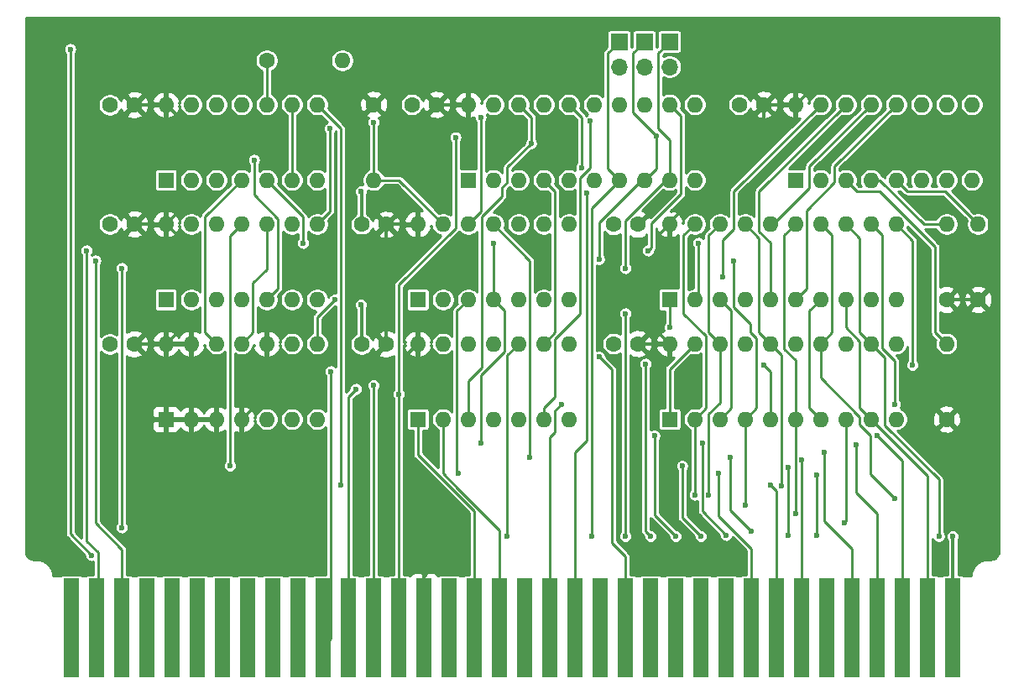
<source format=gtl>
G04 #@! TF.GenerationSoftware,KiCad,Pcbnew,(5.1.12)-1*
G04 #@! TF.CreationDate,2024-01-30T17:02:35+00:00*
G04 #@! TF.ProjectId,CPCRAMCtrl,43504352-414d-4437-9472-6c2e6b696361,rev?*
G04 #@! TF.SameCoordinates,Original*
G04 #@! TF.FileFunction,Copper,L1,Top*
G04 #@! TF.FilePolarity,Positive*
%FSLAX46Y46*%
G04 Gerber Fmt 4.6, Leading zero omitted, Abs format (unit mm)*
G04 Created by KiCad (PCBNEW (5.1.12)-1) date 2024-01-30 17:02:35*
%MOMM*%
%LPD*%
G01*
G04 APERTURE LIST*
G04 #@! TA.AperFunction,SMDPad,CuDef*
%ADD10R,1.600000X10.000000*%
G04 #@! TD*
G04 #@! TA.AperFunction,ComponentPad*
%ADD11O,1.600000X1.600000*%
G04 #@! TD*
G04 #@! TA.AperFunction,ComponentPad*
%ADD12R,1.600000X1.600000*%
G04 #@! TD*
G04 #@! TA.AperFunction,ComponentPad*
%ADD13C,1.600000*%
G04 #@! TD*
G04 #@! TA.AperFunction,ComponentPad*
%ADD14O,1.700000X1.700000*%
G04 #@! TD*
G04 #@! TA.AperFunction,ComponentPad*
%ADD15R,1.700000X1.700000*%
G04 #@! TD*
G04 #@! TA.AperFunction,ViaPad*
%ADD16C,0.600000*%
G04 #@! TD*
G04 #@! TA.AperFunction,Conductor*
%ADD17C,0.350000*%
G04 #@! TD*
G04 #@! TA.AperFunction,Conductor*
%ADD18C,0.250000*%
G04 #@! TD*
G04 #@! TA.AperFunction,Conductor*
%ADD19C,0.254000*%
G04 #@! TD*
G04 #@! TA.AperFunction,Conductor*
%ADD20C,0.100000*%
G04 #@! TD*
G04 APERTURE END LIST*
D10*
X247650000Y-165840000D03*
X245110000Y-165840000D03*
X242570000Y-165840000D03*
X240030000Y-165840000D03*
X237490000Y-165840000D03*
X234950000Y-165840000D03*
X232410000Y-165840000D03*
X229870000Y-165840000D03*
X227330000Y-165840000D03*
X224790000Y-165840000D03*
X222250000Y-165840000D03*
X219710000Y-165840000D03*
X217170000Y-165840000D03*
X214630000Y-165840000D03*
X212090000Y-165840000D03*
X209550000Y-165840000D03*
X207010000Y-165840000D03*
X204470000Y-165840000D03*
X201930000Y-165840000D03*
X199390000Y-165840000D03*
X196850000Y-165840000D03*
X194310000Y-165840000D03*
X191770000Y-165840000D03*
X189230000Y-165840000D03*
X186690000Y-165840000D03*
X184150000Y-165840000D03*
X181610000Y-165840000D03*
X179070000Y-165840000D03*
X176530000Y-165840000D03*
X173990000Y-165840000D03*
X171450000Y-165840000D03*
X168910000Y-165840000D03*
X166370000Y-165840000D03*
X163830000Y-165840000D03*
X161290000Y-165840000D03*
X158750000Y-165840000D03*
D11*
X219075000Y-125095000D03*
X241935000Y-132715000D03*
X221615000Y-125095000D03*
X239395000Y-132715000D03*
X224155000Y-125095000D03*
X236855000Y-132715000D03*
X226695000Y-125095000D03*
X234315000Y-132715000D03*
X229235000Y-125095000D03*
X231775000Y-132715000D03*
X231775000Y-125095000D03*
X229235000Y-132715000D03*
X234315000Y-125095000D03*
X226695000Y-132715000D03*
X236855000Y-125095000D03*
X224155000Y-132715000D03*
X239395000Y-125095000D03*
X221615000Y-132715000D03*
X241935000Y-125095000D03*
D12*
X219075000Y-132715000D03*
D11*
X193675000Y-137160000D03*
X208915000Y-144780000D03*
X196215000Y-137160000D03*
X206375000Y-144780000D03*
X198755000Y-137160000D03*
X203835000Y-144780000D03*
X201295000Y-137160000D03*
X201295000Y-144780000D03*
X203835000Y-137160000D03*
X198755000Y-144780000D03*
X206375000Y-137160000D03*
X196215000Y-144780000D03*
X208915000Y-137160000D03*
D12*
X193675000Y-144780000D03*
D11*
X186055000Y-108585000D03*
D13*
X178435000Y-108585000D03*
D11*
X168275000Y-137160000D03*
X183515000Y-144780000D03*
X170815000Y-137160000D03*
X180975000Y-144780000D03*
X173355000Y-137160000D03*
X178435000Y-144780000D03*
X175895000Y-137160000D03*
X175895000Y-144780000D03*
X178435000Y-137160000D03*
X173355000Y-144780000D03*
X180975000Y-137160000D03*
X170815000Y-144780000D03*
X183515000Y-137160000D03*
D12*
X168275000Y-144780000D03*
D11*
X231775000Y-113030000D03*
X249555000Y-120650000D03*
X234315000Y-113030000D03*
X247015000Y-120650000D03*
X236855000Y-113030000D03*
X244475000Y-120650000D03*
X239395000Y-113030000D03*
X241935000Y-120650000D03*
X241935000Y-113030000D03*
X239395000Y-120650000D03*
X244475000Y-113030000D03*
X236855000Y-120650000D03*
X247015000Y-113030000D03*
X234315000Y-120650000D03*
X249555000Y-113030000D03*
D12*
X231775000Y-120650000D03*
D11*
X193675000Y-125095000D03*
X208915000Y-132715000D03*
X196215000Y-125095000D03*
X206375000Y-132715000D03*
X198755000Y-125095000D03*
X203835000Y-132715000D03*
X201295000Y-125095000D03*
X201295000Y-132715000D03*
X203835000Y-125095000D03*
X198755000Y-132715000D03*
X206375000Y-125095000D03*
X196215000Y-132715000D03*
X208915000Y-125095000D03*
D12*
X193675000Y-132715000D03*
D11*
X168275000Y-125095000D03*
X183515000Y-132715000D03*
X170815000Y-125095000D03*
X180975000Y-132715000D03*
X173355000Y-125095000D03*
X178435000Y-132715000D03*
X175895000Y-125095000D03*
X175895000Y-132715000D03*
X178435000Y-125095000D03*
X173355000Y-132715000D03*
X180975000Y-125095000D03*
X170815000Y-132715000D03*
X183515000Y-125095000D03*
D12*
X168275000Y-132715000D03*
D11*
X219075000Y-137160000D03*
X241935000Y-144780000D03*
X221615000Y-137160000D03*
X239395000Y-144780000D03*
X224155000Y-137160000D03*
X236855000Y-144780000D03*
X226695000Y-137160000D03*
X234315000Y-144780000D03*
X229235000Y-137160000D03*
X231775000Y-144780000D03*
X231775000Y-137160000D03*
X229235000Y-144780000D03*
X234315000Y-137160000D03*
X226695000Y-144780000D03*
X236855000Y-137160000D03*
X224155000Y-144780000D03*
X239395000Y-137160000D03*
X221615000Y-144780000D03*
X241935000Y-137160000D03*
D12*
X219075000Y-144780000D03*
D11*
X250190000Y-125095000D03*
D13*
X250190000Y-132715000D03*
D11*
X247015000Y-125095000D03*
D13*
X247015000Y-132715000D03*
D11*
X247015000Y-137160000D03*
D13*
X247015000Y-144780000D03*
D11*
X189230000Y-120650000D03*
D13*
X189230000Y-113030000D03*
D11*
X168275000Y-113030000D03*
X183515000Y-120650000D03*
X170815000Y-113030000D03*
X180975000Y-120650000D03*
X173355000Y-113030000D03*
X178435000Y-120650000D03*
X175895000Y-113030000D03*
X175895000Y-120650000D03*
X178435000Y-113030000D03*
X173355000Y-120650000D03*
X180975000Y-113030000D03*
X170815000Y-120650000D03*
X183515000Y-113030000D03*
D12*
X168275000Y-120650000D03*
D13*
X226100000Y-113030000D03*
X228600000Y-113030000D03*
D14*
X213995000Y-109220000D03*
D15*
X213995000Y-106680000D03*
D14*
X219075000Y-109220000D03*
D15*
X219075000Y-106680000D03*
D14*
X216535000Y-109220000D03*
D15*
X216535000Y-106680000D03*
D11*
X198755000Y-113030000D03*
X221615000Y-120650000D03*
X201295000Y-113030000D03*
X219075000Y-120650000D03*
X203835000Y-113030000D03*
X216535000Y-120650000D03*
X206375000Y-113030000D03*
X213995000Y-120650000D03*
X208915000Y-113030000D03*
X211455000Y-120650000D03*
X211455000Y-113030000D03*
X208915000Y-120650000D03*
X213995000Y-113030000D03*
X206375000Y-120650000D03*
X216535000Y-113030000D03*
X203835000Y-120650000D03*
X219075000Y-113030000D03*
X201295000Y-120650000D03*
X221615000Y-113030000D03*
D12*
X198755000Y-120650000D03*
D13*
X213400000Y-125135000D03*
X215900000Y-125135000D03*
X213400000Y-137160000D03*
X215900000Y-137160000D03*
X193080000Y-113030000D03*
X195580000Y-113030000D03*
X188000000Y-125135000D03*
X190500000Y-125135000D03*
X188000000Y-137200000D03*
X190500000Y-137200000D03*
X162600000Y-113070000D03*
X165100000Y-113070000D03*
X162600000Y-125095000D03*
X165100000Y-125095000D03*
X162600000Y-137200000D03*
X165100000Y-137200000D03*
D16*
X187960000Y-121793000D03*
X187960000Y-133215001D03*
X247650000Y-156591000D03*
X236728000Y-155194000D03*
X241808000Y-143256000D03*
X197485000Y-116342000D03*
X191770000Y-142239998D03*
X231775000Y-154305000D03*
X189230000Y-141351000D03*
X226695000Y-153416000D03*
X225569999Y-128795999D03*
X187452000Y-141732000D03*
X221615000Y-152400000D03*
X221996000Y-127000000D03*
X184912000Y-139954000D03*
X214630000Y-129540000D03*
X163830000Y-155702000D03*
X163830000Y-129540000D03*
X177165000Y-118618000D03*
X210693000Y-121999008D03*
X217710001Y-116172999D03*
X211963000Y-128651000D03*
X161163000Y-128778000D03*
X211201000Y-156591000D03*
X200025000Y-147193000D03*
X222377000Y-147193000D03*
X224790001Y-156463999D03*
X182118000Y-127000000D03*
X201295000Y-127000000D03*
X205105000Y-116967000D03*
X211962999Y-138475999D03*
X219075000Y-135509000D03*
X200025000Y-114300000D03*
X189230000Y-114817990D03*
X210185000Y-119380000D03*
X229235000Y-151384000D03*
X185928002Y-151384000D03*
X214630000Y-134112000D03*
X214630000Y-156591002D03*
X220345000Y-149479000D03*
X174752000Y-149479000D03*
X222250000Y-156591000D03*
X231013000Y-149606000D03*
X231013000Y-156464000D03*
X232410000Y-148844000D03*
X233934000Y-150368002D03*
X233934000Y-156463998D03*
X197739000Y-150241000D03*
X224028000Y-150241000D03*
X204978000Y-148590000D03*
X225171000Y-148590000D03*
X227330000Y-156083000D03*
X217170000Y-156591000D03*
X216662000Y-139192000D03*
X243586000Y-139319000D03*
X208153000Y-143256000D03*
X224409000Y-130429000D03*
X184785000Y-115443000D03*
X219710000Y-156591002D03*
X217551000Y-146431000D03*
X202692000Y-156591000D03*
X211074000Y-114681000D03*
X246243000Y-156591000D03*
X241808000Y-152781000D03*
X230378000Y-151511000D03*
X223012000Y-152400002D03*
X240030000Y-146431000D03*
X228600000Y-139319000D03*
X237871000Y-147320000D03*
X234696000Y-148082000D03*
X185293000Y-132715000D03*
X158623000Y-107442000D03*
X160782000Y-158496000D03*
X216916000Y-127762000D03*
X160274000Y-127762000D03*
D17*
X188000000Y-121833000D02*
X187960000Y-121793000D01*
X188000000Y-125135000D02*
X188000000Y-121833000D01*
X188000000Y-133255001D02*
X187960000Y-133215001D01*
X188000000Y-137200000D02*
X188000000Y-133255001D01*
X247650000Y-167640000D02*
X247650000Y-156591000D01*
X192499999Y-138335001D02*
X193675000Y-137160000D01*
X192499999Y-148049999D02*
X192499999Y-138335001D01*
X194310000Y-149860000D02*
X192499999Y-148049999D01*
X194310000Y-167640000D02*
X194310000Y-149860000D01*
X190500000Y-137200000D02*
X190500000Y-125135000D01*
X190540000Y-125095000D02*
X190500000Y-125135000D01*
X193675000Y-125095000D02*
X190540000Y-125095000D01*
X165140000Y-137160000D02*
X165100000Y-137200000D01*
X168275000Y-137160000D02*
X165140000Y-137160000D01*
X168275000Y-137160000D02*
X170815000Y-137160000D01*
X178435000Y-142240000D02*
X178435000Y-137160000D01*
X175895000Y-144780000D02*
X178435000Y-142240000D01*
X170815000Y-137160000D02*
X170815000Y-144780000D01*
X169450001Y-126270001D02*
X168275000Y-125095000D01*
X169450001Y-135984999D02*
X169450001Y-126270001D01*
X168275000Y-137160000D02*
X169450001Y-135984999D01*
X168275000Y-125095000D02*
X165100000Y-125095000D01*
X169450001Y-114205001D02*
X168275000Y-113030000D01*
X169450001Y-123919999D02*
X169450001Y-114205001D01*
X168275000Y-125095000D02*
X169450001Y-123919999D01*
X165140000Y-113030000D02*
X165100000Y-113070000D01*
X168275000Y-113030000D02*
X165140000Y-113030000D01*
X198755000Y-113030000D02*
X195580000Y-113030000D01*
X190405001Y-111854999D02*
X189230000Y-113030000D01*
X194404999Y-111854999D02*
X190405001Y-111854999D01*
X195580000Y-113030000D02*
X194404999Y-111854999D01*
X219075000Y-137160000D02*
X215900000Y-137160000D01*
X228600000Y-113030000D02*
X231775000Y-113030000D01*
X219075000Y-124929002D02*
X219075000Y-125095000D01*
X228600000Y-115404002D02*
X219075000Y-124929002D01*
X228600000Y-113030000D02*
X228600000Y-115404002D01*
X250190000Y-132715000D02*
X247015000Y-132715000D01*
X248190001Y-143604999D02*
X247015000Y-144780000D01*
X248190001Y-133890001D02*
X248190001Y-143604999D01*
X247015000Y-132715000D02*
X248190001Y-133890001D01*
X186824999Y-125699001D02*
X187435999Y-126310001D01*
X189324999Y-126310001D02*
X190500000Y-125135000D01*
X186824999Y-115435001D02*
X186824999Y-125699001D01*
X187435999Y-126310001D02*
X189324999Y-126310001D01*
X189230000Y-113030000D02*
X186824999Y-115435001D01*
X232950001Y-111854999D02*
X231775000Y-113030000D01*
X251365001Y-113100999D02*
X250119001Y-111854999D01*
X250119001Y-111854999D02*
X232950001Y-111854999D01*
X251365001Y-131539999D02*
X251365001Y-113100999D01*
X250190000Y-132715000D02*
X251365001Y-131539999D01*
X217891999Y-135976999D02*
X219075000Y-137160000D01*
X219075000Y-125095000D02*
X217891999Y-126278001D01*
X217891999Y-126278001D02*
X217891999Y-135976999D01*
X221024999Y-105454999D02*
X228600000Y-113030000D01*
X203155001Y-105454999D02*
X221024999Y-105454999D01*
X195580000Y-113030000D02*
X203155001Y-105454999D01*
D18*
X236855000Y-144780000D02*
X236855000Y-155067000D01*
X236855000Y-155067000D02*
X236728000Y-155194000D01*
X241808000Y-138936590D02*
X241808000Y-143256000D01*
X239395000Y-125095000D02*
X240520001Y-126220001D01*
X240520001Y-126220001D02*
X240520001Y-137648591D01*
X240520001Y-137648591D02*
X241808000Y-138936590D01*
X191770000Y-167640000D02*
X191770000Y-142239998D01*
X197485000Y-116342000D02*
X197485000Y-125490002D01*
X197485000Y-125490002D02*
X191770000Y-131205002D01*
X191770000Y-131205002D02*
X191770000Y-142239998D01*
X230649999Y-126220001D02*
X231775000Y-125095000D01*
X230649999Y-137700001D02*
X230649999Y-126220001D01*
X231775000Y-138825002D02*
X230649999Y-137700001D01*
X231775000Y-144780000D02*
X231775000Y-138825002D01*
X231775000Y-144780000D02*
X231775000Y-154305000D01*
X232900001Y-131589999D02*
X231775000Y-132715000D01*
X232900001Y-123730001D02*
X232900001Y-131589999D01*
X235729999Y-120900003D02*
X232900001Y-123730001D01*
X235729999Y-119235001D02*
X235729999Y-120900003D01*
X241935000Y-113030000D02*
X235729999Y-119235001D01*
X189230000Y-167640000D02*
X189230000Y-141351000D01*
X226695000Y-144780000D02*
X226695000Y-153416000D01*
X229515002Y-125095000D02*
X229235000Y-125095000D01*
X233189999Y-121420003D02*
X229515002Y-125095000D01*
X233189999Y-119235001D02*
X233189999Y-121420003D01*
X239395000Y-113030000D02*
X233189999Y-119235001D01*
X226695000Y-144780000D02*
X227820001Y-143654999D01*
X227820001Y-136619999D02*
X227235001Y-136034999D01*
X227820001Y-143654999D02*
X227820001Y-136619999D01*
X227235001Y-136034999D02*
X227235001Y-135158591D01*
X227235001Y-135158591D02*
X225569999Y-133493589D01*
X225569999Y-133493589D02*
X225569999Y-128795999D01*
X229235000Y-126998590D02*
X229235000Y-132715000D01*
X228109999Y-121775001D02*
X228109999Y-125873589D01*
X228109999Y-125873589D02*
X229235000Y-126998590D01*
X236855000Y-113030000D02*
X228109999Y-121775001D01*
X186690000Y-142494000D02*
X187452000Y-141732000D01*
X186690000Y-167640000D02*
X186690000Y-142494000D01*
X220489999Y-126220001D02*
X221615000Y-125095000D01*
X222740001Y-136381411D02*
X220489999Y-134131409D01*
X220489999Y-134131409D02*
X220489999Y-126220001D01*
X222740001Y-143654999D02*
X222740001Y-136381411D01*
X221615000Y-144780000D02*
X222740001Y-143654999D01*
X221615000Y-144780000D02*
X221615000Y-148336000D01*
X221615000Y-148336000D02*
X221615000Y-152400000D01*
X221996000Y-132334000D02*
X221615000Y-132715000D01*
X221996000Y-127000000D02*
X221996000Y-132334000D01*
X184912000Y-166878000D02*
X184912000Y-139954000D01*
X184150000Y-167640000D02*
X184912000Y-166878000D01*
X214630000Y-124739998D02*
X214630000Y-129540000D01*
X219075000Y-120650000D02*
X218719998Y-120650000D01*
X218719998Y-120650000D02*
X214630000Y-124739998D01*
X219075000Y-116612996D02*
X219075000Y-120650000D01*
X217899999Y-115437995D02*
X219075000Y-116612996D01*
X217899999Y-107855001D02*
X217899999Y-115437995D01*
X219075000Y-106680000D02*
X217899999Y-107855001D01*
X163830000Y-155702000D02*
X163830000Y-129540000D01*
X179560001Y-124554999D02*
X179560001Y-131589999D01*
X179560001Y-131589999D02*
X178435000Y-132715000D01*
X177165000Y-122159998D02*
X179560001Y-124554999D01*
X177165000Y-118618000D02*
X177165000Y-122159998D01*
X210693000Y-133313998D02*
X210693000Y-121999008D01*
X210693000Y-146939000D02*
X210693000Y-133313998D01*
X209550000Y-148082000D02*
X210693000Y-146939000D01*
X209550000Y-167640000D02*
X209550000Y-148082000D01*
X217710001Y-119474999D02*
X216535000Y-120650000D01*
X217710001Y-116172999D02*
X217710001Y-119474999D01*
X216535000Y-120650000D02*
X216219998Y-120650000D01*
X216219998Y-120650000D02*
X211963000Y-124906998D01*
X211963000Y-124906998D02*
X211963000Y-128651000D01*
X215359999Y-113822997D02*
X217710001Y-116172999D01*
X215359999Y-107855001D02*
X215359999Y-113822997D01*
X216535000Y-106680000D02*
X215359999Y-107855001D01*
X161163000Y-155263998D02*
X161163000Y-128778000D01*
X163830000Y-167640000D02*
X163830000Y-157930998D01*
X163830000Y-157930998D02*
X161163000Y-155263998D01*
X213995000Y-120650000D02*
X211201000Y-123444000D01*
X211201000Y-123444000D02*
X211201000Y-156591000D01*
X212819999Y-119474999D02*
X213995000Y-120650000D01*
X212819999Y-107855001D02*
X212819999Y-119474999D01*
X213995000Y-106680000D02*
X212819999Y-107855001D01*
X193675000Y-148337410D02*
X195198295Y-149860705D01*
X193675000Y-144780000D02*
X193675000Y-148337410D01*
X199390000Y-154052410D02*
X199198795Y-153861205D01*
X199390000Y-167640000D02*
X199390000Y-154052410D01*
X199198795Y-153861205D02*
X195198295Y-149860705D01*
X196215000Y-150241000D02*
X197802500Y-151828500D01*
X196215000Y-144780000D02*
X196215000Y-150241000D01*
X201930000Y-155956000D02*
X201612500Y-155638500D01*
X201930000Y-167640000D02*
X201930000Y-155956000D01*
X197802500Y-151828500D02*
X201612500Y-155638500D01*
X201295000Y-132715000D02*
X202420001Y-133840001D01*
X202420001Y-133840001D02*
X202420001Y-137938589D01*
X202420001Y-137938589D02*
X200025000Y-140333590D01*
X200025000Y-140333590D02*
X200025000Y-147193000D01*
X222377000Y-147193000D02*
X222377000Y-154050998D01*
X222377000Y-154050998D02*
X224790001Y-156463999D01*
X182118000Y-124333000D02*
X182118000Y-127000000D01*
X178435000Y-120650000D02*
X182118000Y-124333000D01*
X201295000Y-132715000D02*
X201295000Y-127000000D01*
X205105000Y-114300000D02*
X203835000Y-113030000D01*
X205105000Y-116967000D02*
X205105000Y-114300000D01*
X198755000Y-140967180D02*
X198755000Y-144780000D01*
X200169999Y-139552181D02*
X198755000Y-140967180D01*
X200169999Y-124316411D02*
X200169999Y-139552181D01*
X202184000Y-122302410D02*
X200169999Y-124316411D01*
X202184000Y-121426002D02*
X202184000Y-122302410D01*
X202709999Y-120900003D02*
X202184000Y-121426002D01*
X202709999Y-119362001D02*
X202709999Y-120900003D01*
X205105000Y-116967000D02*
X202709999Y-119362001D01*
X207500001Y-136034999D02*
X206375000Y-137160000D01*
X207500001Y-122826999D02*
X207500001Y-136034999D01*
X207500001Y-121775001D02*
X207500001Y-122572999D01*
X206375000Y-120650000D02*
X207500001Y-121775001D01*
X207500001Y-122826999D02*
X207500001Y-122572999D01*
X178435000Y-108585000D02*
X178435000Y-113030000D01*
X214630000Y-167640000D02*
X214630000Y-158623000D01*
X213242999Y-157235999D02*
X214630000Y-158623000D01*
X211962999Y-138475999D02*
X213242999Y-139755999D01*
X213242999Y-139755999D02*
X213242999Y-157235999D01*
X219075000Y-132715000D02*
X219075000Y-135509000D01*
X200025000Y-123825000D02*
X200025000Y-114300000D01*
X198755000Y-125095000D02*
X200025000Y-123825000D01*
X191770000Y-120650000D02*
X196215000Y-125095000D01*
X189230000Y-120650000D02*
X191770000Y-120650000D01*
X189230000Y-120650000D02*
X189230000Y-114817990D01*
X210185000Y-114300000D02*
X208915000Y-113030000D01*
X210185000Y-119380000D02*
X210185000Y-114300000D01*
X229870000Y-152019000D02*
X229235000Y-151384000D01*
X229870000Y-167640000D02*
X229870000Y-152019000D01*
X183515000Y-113030000D02*
X185928002Y-115443002D01*
X185928002Y-115443002D02*
X185928002Y-151384000D01*
X214630000Y-134112000D02*
X214630000Y-156591002D01*
X175895000Y-125095000D02*
X174752000Y-126238000D01*
X174752000Y-126238000D02*
X174752000Y-149479000D01*
X220345000Y-149479000D02*
X220345000Y-154686000D01*
X220345000Y-154686000D02*
X222250000Y-156591000D01*
X245889999Y-136034999D02*
X247015000Y-137160000D01*
X240280003Y-121775001D02*
X245889999Y-127384997D01*
X237980001Y-121775001D02*
X240280003Y-121775001D01*
X245889999Y-127384997D02*
X245889999Y-136034999D01*
X236855000Y-120650000D02*
X237980001Y-121775001D01*
X231013000Y-149606000D02*
X231013000Y-156464000D01*
X244729000Y-125095000D02*
X247015000Y-125095000D01*
X240284000Y-120650000D02*
X244729000Y-125095000D01*
X239395000Y-120650000D02*
X240284000Y-120650000D01*
X232410000Y-167640000D02*
X232410000Y-148844000D01*
X246870001Y-121775001D02*
X250190000Y-125095000D01*
X243060001Y-121775001D02*
X246870001Y-121775001D01*
X241935000Y-120650000D02*
X243060001Y-121775001D01*
X233934000Y-150368002D02*
X233934000Y-156463998D01*
X197629999Y-150131999D02*
X197739000Y-150241000D01*
X197629999Y-133840001D02*
X197629999Y-150131999D01*
X198755000Y-132715000D02*
X197629999Y-133840001D01*
X224028000Y-154559000D02*
X224028000Y-150241000D01*
X227330000Y-157861000D02*
X224028000Y-154559000D01*
X227330000Y-167640000D02*
X227330000Y-157861000D01*
X204978000Y-128778000D02*
X204978000Y-148590000D01*
X201295000Y-125095000D02*
X204978000Y-128778000D01*
X225171000Y-148590000D02*
X225171000Y-153924000D01*
X225171000Y-153924000D02*
X227330000Y-156083000D01*
X217170000Y-156591000D02*
X216662000Y-156083000D01*
X216662000Y-156083000D02*
X216662000Y-139192000D01*
X243586000Y-126746000D02*
X243586000Y-139319000D01*
X241935000Y-125095000D02*
X243586000Y-126746000D01*
X207518000Y-143891000D02*
X208153000Y-143256000D01*
X207010000Y-146558000D02*
X207518000Y-146050000D01*
X207010000Y-167640000D02*
X207010000Y-146558000D01*
X207518000Y-146050000D02*
X207518000Y-143891000D01*
X219075000Y-139700000D02*
X219075000Y-144780000D01*
X221615000Y-137160000D02*
X219075000Y-139700000D01*
X225569999Y-125583591D02*
X224409000Y-126744590D01*
X224409000Y-126744590D02*
X224409000Y-130429000D01*
X234315000Y-113030000D02*
X225569999Y-121775001D01*
X225569999Y-121775001D02*
X225569999Y-125583591D01*
X177020001Y-136034999D02*
X175895000Y-137160000D01*
X178435000Y-129631002D02*
X177020001Y-131046001D01*
X178435000Y-125095000D02*
X178435000Y-129631002D01*
X177020001Y-131046001D02*
X177020001Y-136034999D01*
X183515000Y-125095000D02*
X184785000Y-123825000D01*
X184785000Y-123825000D02*
X184785000Y-115443000D01*
X180975000Y-113030000D02*
X180975000Y-120650000D01*
X219710000Y-156591002D02*
X217551000Y-154432002D01*
X217551000Y-154432002D02*
X217551000Y-146431000D01*
X203835000Y-137160000D02*
X202692000Y-138303000D01*
X202692000Y-138303000D02*
X202692000Y-156591000D01*
X172229999Y-124315001D02*
X172229999Y-136034999D01*
X172229999Y-136034999D02*
X173355000Y-137160000D01*
X175895000Y-120650000D02*
X172229999Y-124315001D01*
X211074000Y-119416002D02*
X211074000Y-114681000D01*
X210040001Y-120450001D02*
X211074000Y-119416002D01*
X210040001Y-134131409D02*
X210040001Y-120450001D01*
X207500001Y-136671409D02*
X210040001Y-134131409D01*
X207500001Y-142523629D02*
X207500001Y-136671409D01*
X206375000Y-143648630D02*
X207500001Y-142523629D01*
X206375000Y-144780000D02*
X206375000Y-143648630D01*
X238269999Y-126509999D02*
X236855000Y-125095000D01*
X238269999Y-136034999D02*
X238269999Y-126509999D01*
X239395000Y-137160000D02*
X238269999Y-136034999D01*
X240809999Y-145432999D02*
X246243000Y-150866000D01*
X239395000Y-137160000D02*
X240809999Y-138574999D01*
X240809999Y-138574999D02*
X240809999Y-145432999D01*
X246243000Y-150866000D02*
X246243000Y-156591000D01*
X235440001Y-136034999D02*
X234315000Y-137160000D01*
X235440001Y-126220001D02*
X235440001Y-136034999D01*
X234315000Y-125095000D02*
X235440001Y-126220001D01*
X234315000Y-137160000D02*
X234315000Y-140574998D01*
X234315000Y-140574998D02*
X238269999Y-144529997D01*
X238269999Y-144529997D02*
X238269999Y-145320001D01*
X238269999Y-145320001D02*
X239349001Y-146399003D01*
X239349001Y-146399003D02*
X239349001Y-150322001D01*
X239349001Y-150322001D02*
X241808000Y-152781000D01*
X228109999Y-126509999D02*
X226695000Y-125095000D01*
X228109999Y-136034999D02*
X228109999Y-126509999D01*
X229235000Y-137160000D02*
X228109999Y-136034999D01*
X229235000Y-137160000D02*
X230377998Y-138302998D01*
X230377998Y-138302998D02*
X230377998Y-151510998D01*
X230377998Y-151510998D02*
X230378000Y-151511000D01*
X223029999Y-126220001D02*
X224155000Y-125095000D01*
X223029999Y-136034999D02*
X223029999Y-126220001D01*
X224155000Y-137160000D02*
X223029999Y-136034999D01*
X224155000Y-137160000D02*
X224155000Y-143114998D01*
X224155000Y-143114998D02*
X223012000Y-144257998D01*
X223012000Y-144257998D02*
X223012000Y-152400002D01*
X238269999Y-143654999D02*
X239395000Y-144780000D01*
X236855000Y-135494998D02*
X238269999Y-136909997D01*
X238269999Y-136909997D02*
X238269999Y-143654999D01*
X236855000Y-132715000D02*
X236855000Y-135494998D01*
X245110000Y-150495000D02*
X244157500Y-149542500D01*
X245110000Y-167640000D02*
X245110000Y-150495000D01*
X239395000Y-144780000D02*
X244157500Y-149542500D01*
X233189999Y-143654999D02*
X234315000Y-144780000D01*
X233189999Y-133840001D02*
X233189999Y-143654999D01*
X234315000Y-132715000D02*
X233189999Y-133840001D01*
X242570000Y-148971000D02*
X241935000Y-148336000D01*
X242570000Y-167640000D02*
X242570000Y-148971000D01*
X241935000Y-148336000D02*
X240030000Y-146431000D01*
X229235000Y-139954000D02*
X228600000Y-139319000D01*
X229235000Y-144780000D02*
X229235000Y-139954000D01*
X240030000Y-154305000D02*
X237871000Y-152146000D01*
X237871000Y-152146000D02*
X237871000Y-147320000D01*
X240030000Y-167640000D02*
X240030000Y-154305000D01*
X225280001Y-133840001D02*
X224155000Y-132715000D01*
X225280001Y-143654999D02*
X225280001Y-133840001D01*
X224155000Y-144780000D02*
X225280001Y-143654999D01*
X237490000Y-167640000D02*
X237490000Y-157861000D01*
X234696000Y-155067000D02*
X234696000Y-148082000D01*
X237490000Y-157861000D02*
X234696000Y-155067000D01*
X183515000Y-134493000D02*
X183515000Y-137160000D01*
X185293000Y-132715000D02*
X183515000Y-134493000D01*
X158623000Y-156337000D02*
X160782000Y-158496000D01*
X158623000Y-107442000D02*
X158623000Y-156337000D01*
X219075000Y-113030000D02*
X220200001Y-114155001D01*
X217215999Y-127462001D02*
X216916000Y-127762000D01*
X220200001Y-114155001D02*
X220200001Y-122064999D01*
X220200001Y-122064999D02*
X217215999Y-125049001D01*
X217215999Y-125049001D02*
X217215999Y-127462001D01*
X160274000Y-157062998D02*
X160274000Y-127762000D01*
X161290000Y-165840000D02*
X161407001Y-165722999D01*
X161407001Y-165722999D02*
X161407001Y-158195999D01*
X161407001Y-158195999D02*
X160274000Y-157062998D01*
D19*
X252274001Y-158092684D02*
X252256352Y-158272685D01*
X252210559Y-158424355D01*
X252136175Y-158564252D01*
X252036038Y-158687033D01*
X251913961Y-158788023D01*
X251774593Y-158863380D01*
X251623235Y-158910233D01*
X251444674Y-158929000D01*
X251183601Y-158929000D01*
X251163680Y-158930962D01*
X251155807Y-158930907D01*
X251149470Y-158931529D01*
X250902967Y-158957437D01*
X250862456Y-158965752D01*
X250821882Y-158973492D01*
X250815793Y-158975330D01*
X250815789Y-158975331D01*
X250815786Y-158975332D01*
X250815787Y-158975332D01*
X250579011Y-159048627D01*
X250540896Y-159064649D01*
X250502592Y-159080124D01*
X250496979Y-159083110D01*
X250496969Y-159083114D01*
X250496961Y-159083119D01*
X250278941Y-159201002D01*
X250244654Y-159224128D01*
X250210093Y-159246744D01*
X250205168Y-159250761D01*
X250205160Y-159250767D01*
X250205153Y-159250774D01*
X250014179Y-159408762D01*
X249985052Y-159438092D01*
X249955528Y-159467004D01*
X249951475Y-159471904D01*
X249951469Y-159471910D01*
X249951465Y-159471917D01*
X249794815Y-159663988D01*
X249771940Y-159698417D01*
X249748593Y-159732514D01*
X249745568Y-159738110D01*
X249745565Y-159738114D01*
X249745565Y-159738115D01*
X249629202Y-159956963D01*
X249613451Y-159995179D01*
X249597172Y-160033159D01*
X249595290Y-160039241D01*
X249523650Y-160276522D01*
X249515628Y-160317033D01*
X249507028Y-160357492D01*
X249506363Y-160363824D01*
X249490265Y-160528000D01*
X248670399Y-160528000D01*
X248662696Y-160521678D01*
X248596508Y-160486299D01*
X248524689Y-160464513D01*
X248450000Y-160457157D01*
X248206000Y-160457157D01*
X248206000Y-156984654D01*
X248253494Y-156913574D01*
X248304829Y-156789640D01*
X248331000Y-156658073D01*
X248331000Y-156523927D01*
X248304829Y-156392360D01*
X248253494Y-156268426D01*
X248178967Y-156156888D01*
X248084112Y-156062033D01*
X247972574Y-155987506D01*
X247848640Y-155936171D01*
X247717073Y-155910000D01*
X247582927Y-155910000D01*
X247451360Y-155936171D01*
X247327426Y-155987506D01*
X247215888Y-156062033D01*
X247121033Y-156156888D01*
X247046506Y-156268426D01*
X246995171Y-156392360D01*
X246969000Y-156523927D01*
X246969000Y-156658073D01*
X246995171Y-156789640D01*
X247046506Y-156913574D01*
X247094001Y-156984656D01*
X247094001Y-160457157D01*
X246850000Y-160457157D01*
X246775311Y-160464513D01*
X246703492Y-160486299D01*
X246637304Y-160521678D01*
X246629601Y-160528000D01*
X246130399Y-160528000D01*
X246122696Y-160521678D01*
X246056508Y-160486299D01*
X245984689Y-160464513D01*
X245910000Y-160457157D01*
X245616000Y-160457157D01*
X245616000Y-156856825D01*
X245639506Y-156913574D01*
X245714033Y-157025112D01*
X245808888Y-157119967D01*
X245920426Y-157194494D01*
X246044360Y-157245829D01*
X246175927Y-157272000D01*
X246310073Y-157272000D01*
X246441640Y-157245829D01*
X246565574Y-157194494D01*
X246677112Y-157119967D01*
X246771967Y-157025112D01*
X246846494Y-156913574D01*
X246897829Y-156789640D01*
X246924000Y-156658073D01*
X246924000Y-156523927D01*
X246897829Y-156392360D01*
X246846494Y-156268426D01*
X246771967Y-156156888D01*
X246749000Y-156133921D01*
X246749000Y-150890854D01*
X246751448Y-150866000D01*
X246741678Y-150766807D01*
X246712745Y-150671425D01*
X246707826Y-150662222D01*
X246665759Y-150583521D01*
X246602527Y-150506473D01*
X246583220Y-150490628D01*
X242053214Y-145960623D01*
X242279485Y-145915614D01*
X242494413Y-145826588D01*
X242575058Y-145772702D01*
X246201903Y-145772702D01*
X246273486Y-146016671D01*
X246528996Y-146137571D01*
X246803184Y-146206300D01*
X247085512Y-146220217D01*
X247365130Y-146178787D01*
X247631292Y-146083603D01*
X247756514Y-146016671D01*
X247828097Y-145772702D01*
X247015000Y-144959605D01*
X246201903Y-145772702D01*
X242575058Y-145772702D01*
X242687843Y-145697342D01*
X242852342Y-145532843D01*
X242981588Y-145339413D01*
X243070614Y-145124485D01*
X243116000Y-144896318D01*
X243116000Y-144850512D01*
X245574783Y-144850512D01*
X245616213Y-145130130D01*
X245711397Y-145396292D01*
X245778329Y-145521514D01*
X246022298Y-145593097D01*
X246835395Y-144780000D01*
X247194605Y-144780000D01*
X248007702Y-145593097D01*
X248251671Y-145521514D01*
X248372571Y-145266004D01*
X248441300Y-144991816D01*
X248455217Y-144709488D01*
X248413787Y-144429870D01*
X248318603Y-144163708D01*
X248251671Y-144038486D01*
X248007702Y-143966903D01*
X247194605Y-144780000D01*
X246835395Y-144780000D01*
X246022298Y-143966903D01*
X245778329Y-144038486D01*
X245657429Y-144293996D01*
X245588700Y-144568184D01*
X245574783Y-144850512D01*
X243116000Y-144850512D01*
X243116000Y-144663682D01*
X243070614Y-144435515D01*
X242981588Y-144220587D01*
X242852342Y-144027157D01*
X242687843Y-143862658D01*
X242575059Y-143787298D01*
X246201903Y-143787298D01*
X247015000Y-144600395D01*
X247828097Y-143787298D01*
X247756514Y-143543329D01*
X247501004Y-143422429D01*
X247226816Y-143353700D01*
X246944488Y-143339783D01*
X246664870Y-143381213D01*
X246398708Y-143476397D01*
X246273486Y-143543329D01*
X246201903Y-143787298D01*
X242575059Y-143787298D01*
X242494413Y-143733412D01*
X242348436Y-143672947D01*
X242411494Y-143578574D01*
X242462829Y-143454640D01*
X242489000Y-143323073D01*
X242489000Y-143188927D01*
X242462829Y-143057360D01*
X242411494Y-142933426D01*
X242336967Y-142821888D01*
X242314000Y-142798921D01*
X242314000Y-138961444D01*
X242316448Y-138936590D01*
X242306678Y-138837397D01*
X242277745Y-138742015D01*
X242230759Y-138654111D01*
X242167527Y-138577063D01*
X242148220Y-138561218D01*
X241928002Y-138341000D01*
X242051318Y-138341000D01*
X242279485Y-138295614D01*
X242494413Y-138206588D01*
X242687843Y-138077342D01*
X242852342Y-137912843D01*
X242981588Y-137719413D01*
X243070614Y-137504485D01*
X243080001Y-137457295D01*
X243080001Y-138861920D01*
X243057033Y-138884888D01*
X242982506Y-138996426D01*
X242931171Y-139120360D01*
X242905000Y-139251927D01*
X242905000Y-139386073D01*
X242931171Y-139517640D01*
X242982506Y-139641574D01*
X243057033Y-139753112D01*
X243151888Y-139847967D01*
X243263426Y-139922494D01*
X243387360Y-139973829D01*
X243518927Y-140000000D01*
X243653073Y-140000000D01*
X243784640Y-139973829D01*
X243908574Y-139922494D01*
X244020112Y-139847967D01*
X244114967Y-139753112D01*
X244189494Y-139641574D01*
X244240829Y-139517640D01*
X244267000Y-139386073D01*
X244267000Y-139251927D01*
X244240829Y-139120360D01*
X244189494Y-138996426D01*
X244114967Y-138884888D01*
X244092000Y-138861921D01*
X244092000Y-126770854D01*
X244094448Y-126746000D01*
X244084678Y-126646807D01*
X244055745Y-126551425D01*
X244054991Y-126550015D01*
X244008759Y-126463521D01*
X243945527Y-126386473D01*
X243926220Y-126370628D01*
X243048490Y-125492898D01*
X243070614Y-125439485D01*
X243096875Y-125307465D01*
X245383999Y-127594589D01*
X245384000Y-136010143D01*
X245381552Y-136034999D01*
X245391321Y-136134191D01*
X245420254Y-136229573D01*
X245430451Y-136248650D01*
X245467241Y-136317478D01*
X245530473Y-136394526D01*
X245549779Y-136410370D01*
X245901510Y-136762102D01*
X245879386Y-136815515D01*
X245834000Y-137043682D01*
X245834000Y-137276318D01*
X245879386Y-137504485D01*
X245968412Y-137719413D01*
X246097658Y-137912843D01*
X246262157Y-138077342D01*
X246455587Y-138206588D01*
X246670515Y-138295614D01*
X246898682Y-138341000D01*
X247131318Y-138341000D01*
X247359485Y-138295614D01*
X247574413Y-138206588D01*
X247767843Y-138077342D01*
X247932342Y-137912843D01*
X248061588Y-137719413D01*
X248150614Y-137504485D01*
X248196000Y-137276318D01*
X248196000Y-137043682D01*
X248150614Y-136815515D01*
X248061588Y-136600587D01*
X247932342Y-136407157D01*
X247767843Y-136242658D01*
X247574413Y-136113412D01*
X247359485Y-136024386D01*
X247131318Y-135979000D01*
X246898682Y-135979000D01*
X246670515Y-136024386D01*
X246617102Y-136046510D01*
X246395999Y-135825408D01*
X246395999Y-134009641D01*
X246528996Y-134072571D01*
X246803184Y-134141300D01*
X247085512Y-134155217D01*
X247365130Y-134113787D01*
X247631292Y-134018603D01*
X247756514Y-133951671D01*
X247828097Y-133707702D01*
X249376903Y-133707702D01*
X249448486Y-133951671D01*
X249703996Y-134072571D01*
X249978184Y-134141300D01*
X250260512Y-134155217D01*
X250540130Y-134113787D01*
X250806292Y-134018603D01*
X250931514Y-133951671D01*
X251003097Y-133707702D01*
X250190000Y-132894605D01*
X249376903Y-133707702D01*
X247828097Y-133707702D01*
X247015000Y-132894605D01*
X247000858Y-132908748D01*
X246821253Y-132729143D01*
X246835395Y-132715000D01*
X247194605Y-132715000D01*
X248007702Y-133528097D01*
X248251671Y-133456514D01*
X248372571Y-133201004D01*
X248441300Y-132926816D01*
X248448265Y-132785512D01*
X248749783Y-132785512D01*
X248791213Y-133065130D01*
X248886397Y-133331292D01*
X248953329Y-133456514D01*
X249197298Y-133528097D01*
X250010395Y-132715000D01*
X250369605Y-132715000D01*
X251182702Y-133528097D01*
X251426671Y-133456514D01*
X251547571Y-133201004D01*
X251616300Y-132926816D01*
X251630217Y-132644488D01*
X251588787Y-132364870D01*
X251493603Y-132098708D01*
X251426671Y-131973486D01*
X251182702Y-131901903D01*
X250369605Y-132715000D01*
X250010395Y-132715000D01*
X249197298Y-131901903D01*
X248953329Y-131973486D01*
X248832429Y-132228996D01*
X248763700Y-132503184D01*
X248749783Y-132785512D01*
X248448265Y-132785512D01*
X248455217Y-132644488D01*
X248413787Y-132364870D01*
X248318603Y-132098708D01*
X248251671Y-131973486D01*
X248007702Y-131901903D01*
X247194605Y-132715000D01*
X246835395Y-132715000D01*
X246821253Y-132700858D01*
X247000858Y-132521253D01*
X247015000Y-132535395D01*
X247828097Y-131722298D01*
X249376903Y-131722298D01*
X250190000Y-132535395D01*
X251003097Y-131722298D01*
X250931514Y-131478329D01*
X250676004Y-131357429D01*
X250401816Y-131288700D01*
X250119488Y-131274783D01*
X249839870Y-131316213D01*
X249573708Y-131411397D01*
X249448486Y-131478329D01*
X249376903Y-131722298D01*
X247828097Y-131722298D01*
X247756514Y-131478329D01*
X247501004Y-131357429D01*
X247226816Y-131288700D01*
X246944488Y-131274783D01*
X246664870Y-131316213D01*
X246398708Y-131411397D01*
X246395999Y-131412845D01*
X246395999Y-127409842D01*
X246398446Y-127384996D01*
X246395999Y-127360150D01*
X246395999Y-127360143D01*
X246388677Y-127285804D01*
X246387669Y-127282479D01*
X246381857Y-127263322D01*
X246359744Y-127190422D01*
X246312758Y-127102518D01*
X246249526Y-127025470D01*
X246230219Y-127009625D01*
X244821594Y-125601000D01*
X245946288Y-125601000D01*
X245968412Y-125654413D01*
X246097658Y-125847843D01*
X246262157Y-126012342D01*
X246455587Y-126141588D01*
X246670515Y-126230614D01*
X246898682Y-126276000D01*
X247131318Y-126276000D01*
X247359485Y-126230614D01*
X247574413Y-126141588D01*
X247767843Y-126012342D01*
X247932342Y-125847843D01*
X248061588Y-125654413D01*
X248150614Y-125439485D01*
X248196000Y-125211318D01*
X248196000Y-124978682D01*
X248150614Y-124750515D01*
X248061588Y-124535587D01*
X247932342Y-124342157D01*
X247767843Y-124177658D01*
X247574413Y-124048412D01*
X247359485Y-123959386D01*
X247131318Y-123914000D01*
X246898682Y-123914000D01*
X246670515Y-123959386D01*
X246455587Y-124048412D01*
X246262157Y-124177658D01*
X246097658Y-124342157D01*
X245968412Y-124535587D01*
X245946288Y-124589000D01*
X244938592Y-124589000D01*
X242159143Y-121809552D01*
X242279485Y-121785614D01*
X242332898Y-121763490D01*
X242684629Y-122115221D01*
X242700474Y-122134528D01*
X242777522Y-122197760D01*
X242834196Y-122228053D01*
X242865426Y-122244746D01*
X242960808Y-122273679D01*
X243060001Y-122283449D01*
X243084855Y-122281001D01*
X246660410Y-122281001D01*
X249076510Y-124697102D01*
X249054386Y-124750515D01*
X249009000Y-124978682D01*
X249009000Y-125211318D01*
X249054386Y-125439485D01*
X249143412Y-125654413D01*
X249272658Y-125847843D01*
X249437157Y-126012342D01*
X249630587Y-126141588D01*
X249845515Y-126230614D01*
X250073682Y-126276000D01*
X250306318Y-126276000D01*
X250534485Y-126230614D01*
X250749413Y-126141588D01*
X250942843Y-126012342D01*
X251107342Y-125847843D01*
X251236588Y-125654413D01*
X251325614Y-125439485D01*
X251371000Y-125211318D01*
X251371000Y-124978682D01*
X251325614Y-124750515D01*
X251236588Y-124535587D01*
X251107342Y-124342157D01*
X250942843Y-124177658D01*
X250749413Y-124048412D01*
X250534485Y-123959386D01*
X250306318Y-123914000D01*
X250073682Y-123914000D01*
X249845515Y-123959386D01*
X249792102Y-123981510D01*
X247526871Y-121716280D01*
X247574413Y-121696588D01*
X247767843Y-121567342D01*
X247932342Y-121402843D01*
X248061588Y-121209413D01*
X248150614Y-120994485D01*
X248196000Y-120766318D01*
X248196000Y-120533682D01*
X248374000Y-120533682D01*
X248374000Y-120766318D01*
X248419386Y-120994485D01*
X248508412Y-121209413D01*
X248637658Y-121402843D01*
X248802157Y-121567342D01*
X248995587Y-121696588D01*
X249210515Y-121785614D01*
X249438682Y-121831000D01*
X249671318Y-121831000D01*
X249899485Y-121785614D01*
X250114413Y-121696588D01*
X250307843Y-121567342D01*
X250472342Y-121402843D01*
X250601588Y-121209413D01*
X250690614Y-120994485D01*
X250736000Y-120766318D01*
X250736000Y-120533682D01*
X250690614Y-120305515D01*
X250601588Y-120090587D01*
X250472342Y-119897157D01*
X250307843Y-119732658D01*
X250114413Y-119603412D01*
X249899485Y-119514386D01*
X249671318Y-119469000D01*
X249438682Y-119469000D01*
X249210515Y-119514386D01*
X248995587Y-119603412D01*
X248802157Y-119732658D01*
X248637658Y-119897157D01*
X248508412Y-120090587D01*
X248419386Y-120305515D01*
X248374000Y-120533682D01*
X248196000Y-120533682D01*
X248150614Y-120305515D01*
X248061588Y-120090587D01*
X247932342Y-119897157D01*
X247767843Y-119732658D01*
X247574413Y-119603412D01*
X247359485Y-119514386D01*
X247131318Y-119469000D01*
X246898682Y-119469000D01*
X246670515Y-119514386D01*
X246455587Y-119603412D01*
X246262157Y-119732658D01*
X246097658Y-119897157D01*
X245968412Y-120090587D01*
X245879386Y-120305515D01*
X245834000Y-120533682D01*
X245834000Y-120766318D01*
X245879386Y-120994485D01*
X245968412Y-121209413D01*
X246008227Y-121269001D01*
X245481773Y-121269001D01*
X245521588Y-121209413D01*
X245610614Y-120994485D01*
X245656000Y-120766318D01*
X245656000Y-120533682D01*
X245610614Y-120305515D01*
X245521588Y-120090587D01*
X245392342Y-119897157D01*
X245227843Y-119732658D01*
X245034413Y-119603412D01*
X244819485Y-119514386D01*
X244591318Y-119469000D01*
X244358682Y-119469000D01*
X244130515Y-119514386D01*
X243915587Y-119603412D01*
X243722157Y-119732658D01*
X243557658Y-119897157D01*
X243428412Y-120090587D01*
X243339386Y-120305515D01*
X243294000Y-120533682D01*
X243294000Y-120766318D01*
X243339386Y-120994485D01*
X243428412Y-121209413D01*
X243468227Y-121269001D01*
X243269593Y-121269001D01*
X243048490Y-121047898D01*
X243070614Y-120994485D01*
X243116000Y-120766318D01*
X243116000Y-120533682D01*
X243070614Y-120305515D01*
X242981588Y-120090587D01*
X242852342Y-119897157D01*
X242687843Y-119732658D01*
X242494413Y-119603412D01*
X242279485Y-119514386D01*
X242051318Y-119469000D01*
X241818682Y-119469000D01*
X241590515Y-119514386D01*
X241375587Y-119603412D01*
X241182157Y-119732658D01*
X241017658Y-119897157D01*
X240888412Y-120090587D01*
X240799386Y-120305515D01*
X240775448Y-120425857D01*
X240659376Y-120309785D01*
X240643527Y-120290473D01*
X240566479Y-120227241D01*
X240478774Y-120180361D01*
X240441588Y-120090587D01*
X240312342Y-119897157D01*
X240147843Y-119732658D01*
X239954413Y-119603412D01*
X239739485Y-119514386D01*
X239511318Y-119469000D01*
X239278682Y-119469000D01*
X239050515Y-119514386D01*
X238835587Y-119603412D01*
X238642157Y-119732658D01*
X238477658Y-119897157D01*
X238348412Y-120090587D01*
X238259386Y-120305515D01*
X238214000Y-120533682D01*
X238214000Y-120766318D01*
X238259386Y-120994485D01*
X238348412Y-121209413D01*
X238388227Y-121269001D01*
X238189593Y-121269001D01*
X237968490Y-121047898D01*
X237990614Y-120994485D01*
X238036000Y-120766318D01*
X238036000Y-120533682D01*
X237990614Y-120305515D01*
X237901588Y-120090587D01*
X237772342Y-119897157D01*
X237607843Y-119732658D01*
X237414413Y-119603412D01*
X237199485Y-119514386D01*
X236971318Y-119469000D01*
X236738682Y-119469000D01*
X236510515Y-119514386D01*
X236295587Y-119603412D01*
X236235999Y-119643227D01*
X236235999Y-119444592D01*
X241537102Y-114143490D01*
X241590515Y-114165614D01*
X241818682Y-114211000D01*
X242051318Y-114211000D01*
X242279485Y-114165614D01*
X242494413Y-114076588D01*
X242687843Y-113947342D01*
X242852342Y-113782843D01*
X242981588Y-113589413D01*
X243070614Y-113374485D01*
X243116000Y-113146318D01*
X243116000Y-112913682D01*
X243294000Y-112913682D01*
X243294000Y-113146318D01*
X243339386Y-113374485D01*
X243428412Y-113589413D01*
X243557658Y-113782843D01*
X243722157Y-113947342D01*
X243915587Y-114076588D01*
X244130515Y-114165614D01*
X244358682Y-114211000D01*
X244591318Y-114211000D01*
X244819485Y-114165614D01*
X245034413Y-114076588D01*
X245227843Y-113947342D01*
X245392342Y-113782843D01*
X245521588Y-113589413D01*
X245610614Y-113374485D01*
X245656000Y-113146318D01*
X245656000Y-112913682D01*
X245834000Y-112913682D01*
X245834000Y-113146318D01*
X245879386Y-113374485D01*
X245968412Y-113589413D01*
X246097658Y-113782843D01*
X246262157Y-113947342D01*
X246455587Y-114076588D01*
X246670515Y-114165614D01*
X246898682Y-114211000D01*
X247131318Y-114211000D01*
X247359485Y-114165614D01*
X247574413Y-114076588D01*
X247767843Y-113947342D01*
X247932342Y-113782843D01*
X248061588Y-113589413D01*
X248150614Y-113374485D01*
X248196000Y-113146318D01*
X248196000Y-112913682D01*
X248374000Y-112913682D01*
X248374000Y-113146318D01*
X248419386Y-113374485D01*
X248508412Y-113589413D01*
X248637658Y-113782843D01*
X248802157Y-113947342D01*
X248995587Y-114076588D01*
X249210515Y-114165614D01*
X249438682Y-114211000D01*
X249671318Y-114211000D01*
X249899485Y-114165614D01*
X250114413Y-114076588D01*
X250307843Y-113947342D01*
X250472342Y-113782843D01*
X250601588Y-113589413D01*
X250690614Y-113374485D01*
X250736000Y-113146318D01*
X250736000Y-112913682D01*
X250690614Y-112685515D01*
X250601588Y-112470587D01*
X250472342Y-112277157D01*
X250307843Y-112112658D01*
X250114413Y-111983412D01*
X249899485Y-111894386D01*
X249671318Y-111849000D01*
X249438682Y-111849000D01*
X249210515Y-111894386D01*
X248995587Y-111983412D01*
X248802157Y-112112658D01*
X248637658Y-112277157D01*
X248508412Y-112470587D01*
X248419386Y-112685515D01*
X248374000Y-112913682D01*
X248196000Y-112913682D01*
X248150614Y-112685515D01*
X248061588Y-112470587D01*
X247932342Y-112277157D01*
X247767843Y-112112658D01*
X247574413Y-111983412D01*
X247359485Y-111894386D01*
X247131318Y-111849000D01*
X246898682Y-111849000D01*
X246670515Y-111894386D01*
X246455587Y-111983412D01*
X246262157Y-112112658D01*
X246097658Y-112277157D01*
X245968412Y-112470587D01*
X245879386Y-112685515D01*
X245834000Y-112913682D01*
X245656000Y-112913682D01*
X245610614Y-112685515D01*
X245521588Y-112470587D01*
X245392342Y-112277157D01*
X245227843Y-112112658D01*
X245034413Y-111983412D01*
X244819485Y-111894386D01*
X244591318Y-111849000D01*
X244358682Y-111849000D01*
X244130515Y-111894386D01*
X243915587Y-111983412D01*
X243722157Y-112112658D01*
X243557658Y-112277157D01*
X243428412Y-112470587D01*
X243339386Y-112685515D01*
X243294000Y-112913682D01*
X243116000Y-112913682D01*
X243070614Y-112685515D01*
X242981588Y-112470587D01*
X242852342Y-112277157D01*
X242687843Y-112112658D01*
X242494413Y-111983412D01*
X242279485Y-111894386D01*
X242051318Y-111849000D01*
X241818682Y-111849000D01*
X241590515Y-111894386D01*
X241375587Y-111983412D01*
X241182157Y-112112658D01*
X241017658Y-112277157D01*
X240888412Y-112470587D01*
X240799386Y-112685515D01*
X240754000Y-112913682D01*
X240754000Y-113146318D01*
X240799386Y-113374485D01*
X240821510Y-113427898D01*
X235389784Y-118859625D01*
X235370472Y-118875474D01*
X235307240Y-118952522D01*
X235260254Y-119040427D01*
X235231321Y-119135809D01*
X235223999Y-119210148D01*
X235223999Y-119210155D01*
X235221552Y-119235001D01*
X235223999Y-119259848D01*
X235223999Y-119888814D01*
X235067843Y-119732658D01*
X234874413Y-119603412D01*
X234659485Y-119514386D01*
X234431318Y-119469000D01*
X234198682Y-119469000D01*
X233970515Y-119514386D01*
X233755587Y-119603412D01*
X233695999Y-119643227D01*
X233695999Y-119444592D01*
X238997102Y-114143490D01*
X239050515Y-114165614D01*
X239278682Y-114211000D01*
X239511318Y-114211000D01*
X239739485Y-114165614D01*
X239954413Y-114076588D01*
X240147843Y-113947342D01*
X240312342Y-113782843D01*
X240441588Y-113589413D01*
X240530614Y-113374485D01*
X240576000Y-113146318D01*
X240576000Y-112913682D01*
X240530614Y-112685515D01*
X240441588Y-112470587D01*
X240312342Y-112277157D01*
X240147843Y-112112658D01*
X239954413Y-111983412D01*
X239739485Y-111894386D01*
X239511318Y-111849000D01*
X239278682Y-111849000D01*
X239050515Y-111894386D01*
X238835587Y-111983412D01*
X238642157Y-112112658D01*
X238477658Y-112277157D01*
X238348412Y-112470587D01*
X238259386Y-112685515D01*
X238214000Y-112913682D01*
X238214000Y-113146318D01*
X238259386Y-113374485D01*
X238281510Y-113427898D01*
X232849784Y-118859625D01*
X232830472Y-118875474D01*
X232767240Y-118952522D01*
X232720254Y-119040427D01*
X232691321Y-119135809D01*
X232683999Y-119210148D01*
X232683999Y-119210155D01*
X232681552Y-119235001D01*
X232683999Y-119259847D01*
X232683999Y-119484921D01*
X232649689Y-119474513D01*
X232575000Y-119467157D01*
X231133434Y-119467157D01*
X236457102Y-114143490D01*
X236510515Y-114165614D01*
X236738682Y-114211000D01*
X236971318Y-114211000D01*
X237199485Y-114165614D01*
X237414413Y-114076588D01*
X237607843Y-113947342D01*
X237772342Y-113782843D01*
X237901588Y-113589413D01*
X237990614Y-113374485D01*
X238036000Y-113146318D01*
X238036000Y-112913682D01*
X237990614Y-112685515D01*
X237901588Y-112470587D01*
X237772342Y-112277157D01*
X237607843Y-112112658D01*
X237414413Y-111983412D01*
X237199485Y-111894386D01*
X236971318Y-111849000D01*
X236738682Y-111849000D01*
X236510515Y-111894386D01*
X236295587Y-111983412D01*
X236102157Y-112112658D01*
X235937658Y-112277157D01*
X235808412Y-112470587D01*
X235719386Y-112685515D01*
X235674000Y-112913682D01*
X235674000Y-113146318D01*
X235719386Y-113374485D01*
X235741510Y-113427898D01*
X227769784Y-121399625D01*
X227750472Y-121415474D01*
X227687240Y-121492522D01*
X227640254Y-121580427D01*
X227611321Y-121675809D01*
X227603999Y-121750148D01*
X227603999Y-121750155D01*
X227601552Y-121775001D01*
X227603999Y-121799847D01*
X227604000Y-124333815D01*
X227447843Y-124177658D01*
X227254413Y-124048412D01*
X227039485Y-123959386D01*
X226811318Y-123914000D01*
X226578682Y-123914000D01*
X226350515Y-123959386D01*
X226135587Y-124048412D01*
X226075999Y-124088227D01*
X226075999Y-121984592D01*
X233917102Y-114143490D01*
X233970515Y-114165614D01*
X234198682Y-114211000D01*
X234431318Y-114211000D01*
X234659485Y-114165614D01*
X234874413Y-114076588D01*
X235067843Y-113947342D01*
X235232342Y-113782843D01*
X235361588Y-113589413D01*
X235450614Y-113374485D01*
X235496000Y-113146318D01*
X235496000Y-112913682D01*
X235450614Y-112685515D01*
X235361588Y-112470587D01*
X235232342Y-112277157D01*
X235067843Y-112112658D01*
X234874413Y-111983412D01*
X234659485Y-111894386D01*
X234431318Y-111849000D01*
X234198682Y-111849000D01*
X233970515Y-111894386D01*
X233755587Y-111983412D01*
X233562157Y-112112658D01*
X233397658Y-112277157D01*
X233268412Y-112470587D01*
X233179386Y-112685515D01*
X233136125Y-112902998D01*
X233045625Y-112902998D01*
X233166909Y-112680960D01*
X233072070Y-112416119D01*
X232927385Y-112174869D01*
X232738414Y-111966481D01*
X232512420Y-111798963D01*
X232258087Y-111678754D01*
X232124039Y-111638096D01*
X231902000Y-111760085D01*
X231902000Y-112903000D01*
X231922000Y-112903000D01*
X231922000Y-113157000D01*
X231902000Y-113157000D01*
X231902000Y-114299915D01*
X232124039Y-114421904D01*
X232243841Y-114385567D01*
X225229784Y-121399625D01*
X225210472Y-121415474D01*
X225147240Y-121492522D01*
X225100254Y-121580427D01*
X225071321Y-121675809D01*
X225063999Y-121750148D01*
X225063999Y-121750155D01*
X225061552Y-121775001D01*
X225063999Y-121799847D01*
X225064000Y-124333815D01*
X224907843Y-124177658D01*
X224714413Y-124048412D01*
X224499485Y-123959386D01*
X224271318Y-123914000D01*
X224038682Y-123914000D01*
X223810515Y-123959386D01*
X223595587Y-124048412D01*
X223402157Y-124177658D01*
X223237658Y-124342157D01*
X223108412Y-124535587D01*
X223019386Y-124750515D01*
X222974000Y-124978682D01*
X222974000Y-125211318D01*
X223019386Y-125439485D01*
X223041510Y-125492898D01*
X222689779Y-125844630D01*
X222670473Y-125860474D01*
X222607241Y-125937522D01*
X222588395Y-125972781D01*
X222560254Y-126025427D01*
X222531321Y-126120809D01*
X222521552Y-126220001D01*
X222524000Y-126244857D01*
X222524000Y-126564921D01*
X222430112Y-126471033D01*
X222318574Y-126396506D01*
X222194640Y-126345171D01*
X222063073Y-126319000D01*
X221928927Y-126319000D01*
X221797360Y-126345171D01*
X221673426Y-126396506D01*
X221561888Y-126471033D01*
X221467033Y-126565888D01*
X221392506Y-126677426D01*
X221341171Y-126801360D01*
X221315000Y-126932927D01*
X221315000Y-127067073D01*
X221341171Y-127198640D01*
X221392506Y-127322574D01*
X221467033Y-127434112D01*
X221490000Y-127457079D01*
X221490001Y-131535727D01*
X221270515Y-131579386D01*
X221055587Y-131668412D01*
X220995999Y-131708227D01*
X220995999Y-126429592D01*
X221217102Y-126208490D01*
X221270515Y-126230614D01*
X221498682Y-126276000D01*
X221731318Y-126276000D01*
X221959485Y-126230614D01*
X222174413Y-126141588D01*
X222367843Y-126012342D01*
X222532342Y-125847843D01*
X222661588Y-125654413D01*
X222750614Y-125439485D01*
X222796000Y-125211318D01*
X222796000Y-124978682D01*
X222750614Y-124750515D01*
X222661588Y-124535587D01*
X222532342Y-124342157D01*
X222367843Y-124177658D01*
X222174413Y-124048412D01*
X221959485Y-123959386D01*
X221731318Y-123914000D01*
X221498682Y-123914000D01*
X221270515Y-123959386D01*
X221055587Y-124048412D01*
X220862157Y-124177658D01*
X220697658Y-124342157D01*
X220568412Y-124535587D01*
X220479386Y-124750515D01*
X220436125Y-124967998D01*
X220345625Y-124967998D01*
X220466909Y-124745960D01*
X220372070Y-124481119D01*
X220227385Y-124239869D01*
X220038414Y-124031481D01*
X219812420Y-123863963D01*
X219558087Y-123743754D01*
X219424039Y-123703096D01*
X219202002Y-123825084D01*
X219202002Y-123778589D01*
X220540221Y-122440371D01*
X220559528Y-122424526D01*
X220622760Y-122347478D01*
X220669746Y-122259574D01*
X220679593Y-122227112D01*
X220698679Y-122164193D01*
X220701601Y-122134528D01*
X220706001Y-122089853D01*
X220706001Y-122089846D01*
X220708448Y-122065000D01*
X220706001Y-122040154D01*
X220706001Y-121411186D01*
X220862157Y-121567342D01*
X221055587Y-121696588D01*
X221270515Y-121785614D01*
X221498682Y-121831000D01*
X221731318Y-121831000D01*
X221959485Y-121785614D01*
X222174413Y-121696588D01*
X222367843Y-121567342D01*
X222532342Y-121402843D01*
X222661588Y-121209413D01*
X222750614Y-120994485D01*
X222796000Y-120766318D01*
X222796000Y-120533682D01*
X222750614Y-120305515D01*
X222661588Y-120090587D01*
X222532342Y-119897157D01*
X222367843Y-119732658D01*
X222174413Y-119603412D01*
X221959485Y-119514386D01*
X221731318Y-119469000D01*
X221498682Y-119469000D01*
X221270515Y-119514386D01*
X221055587Y-119603412D01*
X220862157Y-119732658D01*
X220706001Y-119888814D01*
X220706001Y-114179855D01*
X220708449Y-114155001D01*
X220698679Y-114055808D01*
X220669746Y-113960426D01*
X220649308Y-113922190D01*
X220622760Y-113872522D01*
X220559528Y-113795474D01*
X220540221Y-113779629D01*
X220188490Y-113427898D01*
X220210614Y-113374485D01*
X220256000Y-113146318D01*
X220256000Y-112913682D01*
X220434000Y-112913682D01*
X220434000Y-113146318D01*
X220479386Y-113374485D01*
X220568412Y-113589413D01*
X220697658Y-113782843D01*
X220862157Y-113947342D01*
X221055587Y-114076588D01*
X221270515Y-114165614D01*
X221498682Y-114211000D01*
X221731318Y-114211000D01*
X221959485Y-114165614D01*
X222174413Y-114076588D01*
X222367843Y-113947342D01*
X222532342Y-113782843D01*
X222661588Y-113589413D01*
X222750614Y-113374485D01*
X222796000Y-113146318D01*
X222796000Y-112913682D01*
X224919000Y-112913682D01*
X224919000Y-113146318D01*
X224964386Y-113374485D01*
X225053412Y-113589413D01*
X225182658Y-113782843D01*
X225347157Y-113947342D01*
X225540587Y-114076588D01*
X225755515Y-114165614D01*
X225983682Y-114211000D01*
X226216318Y-114211000D01*
X226444485Y-114165614D01*
X226659413Y-114076588D01*
X226740058Y-114022702D01*
X227786903Y-114022702D01*
X227858486Y-114266671D01*
X228113996Y-114387571D01*
X228388184Y-114456300D01*
X228670512Y-114470217D01*
X228950130Y-114428787D01*
X229216292Y-114333603D01*
X229341514Y-114266671D01*
X229413097Y-114022702D01*
X228600000Y-113209605D01*
X227786903Y-114022702D01*
X226740058Y-114022702D01*
X226852843Y-113947342D01*
X227017342Y-113782843D01*
X227146588Y-113589413D01*
X227216069Y-113421671D01*
X227296397Y-113646292D01*
X227363329Y-113771514D01*
X227607298Y-113843097D01*
X228420395Y-113030000D01*
X228779605Y-113030000D01*
X229592702Y-113843097D01*
X229836671Y-113771514D01*
X229957571Y-113516004D01*
X229991902Y-113379040D01*
X230383091Y-113379040D01*
X230477930Y-113643881D01*
X230622615Y-113885131D01*
X230811586Y-114093519D01*
X231037580Y-114261037D01*
X231291913Y-114381246D01*
X231425961Y-114421904D01*
X231648000Y-114299915D01*
X231648000Y-113157000D01*
X230504376Y-113157000D01*
X230383091Y-113379040D01*
X229991902Y-113379040D01*
X230026300Y-113241816D01*
X230040217Y-112959488D01*
X229998949Y-112680960D01*
X230383091Y-112680960D01*
X230504376Y-112903000D01*
X231648000Y-112903000D01*
X231648000Y-111760085D01*
X231425961Y-111638096D01*
X231291913Y-111678754D01*
X231037580Y-111798963D01*
X230811586Y-111966481D01*
X230622615Y-112174869D01*
X230477930Y-112416119D01*
X230383091Y-112680960D01*
X229998949Y-112680960D01*
X229998787Y-112679870D01*
X229903603Y-112413708D01*
X229836671Y-112288486D01*
X229592702Y-112216903D01*
X228779605Y-113030000D01*
X228420395Y-113030000D01*
X227607298Y-112216903D01*
X227363329Y-112288486D01*
X227242429Y-112543996D01*
X227217760Y-112642411D01*
X227146588Y-112470587D01*
X227017342Y-112277157D01*
X226852843Y-112112658D01*
X226740059Y-112037298D01*
X227786903Y-112037298D01*
X228600000Y-112850395D01*
X229413097Y-112037298D01*
X229341514Y-111793329D01*
X229086004Y-111672429D01*
X228811816Y-111603700D01*
X228529488Y-111589783D01*
X228249870Y-111631213D01*
X227983708Y-111726397D01*
X227858486Y-111793329D01*
X227786903Y-112037298D01*
X226740059Y-112037298D01*
X226659413Y-111983412D01*
X226444485Y-111894386D01*
X226216318Y-111849000D01*
X225983682Y-111849000D01*
X225755515Y-111894386D01*
X225540587Y-111983412D01*
X225347157Y-112112658D01*
X225182658Y-112277157D01*
X225053412Y-112470587D01*
X224964386Y-112685515D01*
X224919000Y-112913682D01*
X222796000Y-112913682D01*
X222750614Y-112685515D01*
X222661588Y-112470587D01*
X222532342Y-112277157D01*
X222367843Y-112112658D01*
X222174413Y-111983412D01*
X221959485Y-111894386D01*
X221731318Y-111849000D01*
X221498682Y-111849000D01*
X221270515Y-111894386D01*
X221055587Y-111983412D01*
X220862157Y-112112658D01*
X220697658Y-112277157D01*
X220568412Y-112470587D01*
X220479386Y-112685515D01*
X220434000Y-112913682D01*
X220256000Y-112913682D01*
X220210614Y-112685515D01*
X220121588Y-112470587D01*
X219992342Y-112277157D01*
X219827843Y-112112658D01*
X219634413Y-111983412D01*
X219419485Y-111894386D01*
X219191318Y-111849000D01*
X218958682Y-111849000D01*
X218730515Y-111894386D01*
X218515587Y-111983412D01*
X218405999Y-112056636D01*
X218405999Y-110253499D01*
X218491903Y-110310898D01*
X218715931Y-110403693D01*
X218953757Y-110451000D01*
X219196243Y-110451000D01*
X219434069Y-110403693D01*
X219658097Y-110310898D01*
X219859717Y-110176180D01*
X220031180Y-110004717D01*
X220165898Y-109803097D01*
X220258693Y-109579069D01*
X220306000Y-109341243D01*
X220306000Y-109098757D01*
X220258693Y-108860931D01*
X220165898Y-108636903D01*
X220031180Y-108435283D01*
X219859717Y-108263820D01*
X219658097Y-108129102D01*
X219434069Y-108036307D01*
X219196243Y-107989000D01*
X218953757Y-107989000D01*
X218715931Y-108036307D01*
X218491903Y-108129102D01*
X218405999Y-108186501D01*
X218405999Y-108064592D01*
X218557748Y-107912843D01*
X219925000Y-107912843D01*
X219999689Y-107905487D01*
X220071508Y-107883701D01*
X220137696Y-107848322D01*
X220195711Y-107800711D01*
X220243322Y-107742696D01*
X220278701Y-107676508D01*
X220300487Y-107604689D01*
X220307843Y-107530000D01*
X220307843Y-105830000D01*
X220300487Y-105755311D01*
X220278701Y-105683492D01*
X220243322Y-105617304D01*
X220195711Y-105559289D01*
X220137696Y-105511678D01*
X220071508Y-105476299D01*
X219999689Y-105454513D01*
X219925000Y-105447157D01*
X218225000Y-105447157D01*
X218150311Y-105454513D01*
X218078492Y-105476299D01*
X218012304Y-105511678D01*
X217954289Y-105559289D01*
X217906678Y-105617304D01*
X217871299Y-105683492D01*
X217849513Y-105755311D01*
X217842157Y-105830000D01*
X217842157Y-107197252D01*
X217767843Y-107271566D01*
X217767843Y-105830000D01*
X217760487Y-105755311D01*
X217738701Y-105683492D01*
X217703322Y-105617304D01*
X217655711Y-105559289D01*
X217597696Y-105511678D01*
X217531508Y-105476299D01*
X217459689Y-105454513D01*
X217385000Y-105447157D01*
X215685000Y-105447157D01*
X215610311Y-105454513D01*
X215538492Y-105476299D01*
X215472304Y-105511678D01*
X215414289Y-105559289D01*
X215366678Y-105617304D01*
X215331299Y-105683492D01*
X215309513Y-105755311D01*
X215302157Y-105830000D01*
X215302157Y-107197252D01*
X215227843Y-107271566D01*
X215227843Y-105830000D01*
X215220487Y-105755311D01*
X215198701Y-105683492D01*
X215163322Y-105617304D01*
X215115711Y-105559289D01*
X215057696Y-105511678D01*
X214991508Y-105476299D01*
X214919689Y-105454513D01*
X214845000Y-105447157D01*
X213145000Y-105447157D01*
X213070311Y-105454513D01*
X212998492Y-105476299D01*
X212932304Y-105511678D01*
X212874289Y-105559289D01*
X212826678Y-105617304D01*
X212791299Y-105683492D01*
X212769513Y-105755311D01*
X212762157Y-105830000D01*
X212762157Y-107197252D01*
X212479784Y-107479625D01*
X212460472Y-107495474D01*
X212397240Y-107572522D01*
X212350254Y-107660427D01*
X212321321Y-107755809D01*
X212313999Y-107830148D01*
X212313999Y-107830155D01*
X212311552Y-107855001D01*
X212313999Y-107879847D01*
X212313999Y-112218814D01*
X212207843Y-112112658D01*
X212014413Y-111983412D01*
X211799485Y-111894386D01*
X211571318Y-111849000D01*
X211338682Y-111849000D01*
X211110515Y-111894386D01*
X210895587Y-111983412D01*
X210702157Y-112112658D01*
X210537658Y-112277157D01*
X210408412Y-112470587D01*
X210319386Y-112685515D01*
X210274000Y-112913682D01*
X210274000Y-113146318D01*
X210319386Y-113374485D01*
X210408412Y-113589413D01*
X210537658Y-113782843D01*
X210702157Y-113947342D01*
X210841267Y-114040293D01*
X210751426Y-114077506D01*
X210663997Y-114135924D01*
X210654745Y-114105425D01*
X210639331Y-114076588D01*
X210607759Y-114017521D01*
X210544527Y-113940473D01*
X210525220Y-113924628D01*
X210028490Y-113427898D01*
X210050614Y-113374485D01*
X210096000Y-113146318D01*
X210096000Y-112913682D01*
X210050614Y-112685515D01*
X209961588Y-112470587D01*
X209832342Y-112277157D01*
X209667843Y-112112658D01*
X209474413Y-111983412D01*
X209259485Y-111894386D01*
X209031318Y-111849000D01*
X208798682Y-111849000D01*
X208570515Y-111894386D01*
X208355587Y-111983412D01*
X208162157Y-112112658D01*
X207997658Y-112277157D01*
X207868412Y-112470587D01*
X207779386Y-112685515D01*
X207734000Y-112913682D01*
X207734000Y-113146318D01*
X207779386Y-113374485D01*
X207868412Y-113589413D01*
X207997658Y-113782843D01*
X208162157Y-113947342D01*
X208355587Y-114076588D01*
X208570515Y-114165614D01*
X208798682Y-114211000D01*
X209031318Y-114211000D01*
X209259485Y-114165614D01*
X209312898Y-114143490D01*
X209679001Y-114509593D01*
X209679000Y-118922921D01*
X209656033Y-118945888D01*
X209581506Y-119057426D01*
X209530171Y-119181360D01*
X209504000Y-119312927D01*
X209504000Y-119447073D01*
X209530171Y-119578640D01*
X209565696Y-119664406D01*
X209474413Y-119603412D01*
X209259485Y-119514386D01*
X209031318Y-119469000D01*
X208798682Y-119469000D01*
X208570515Y-119514386D01*
X208355587Y-119603412D01*
X208162157Y-119732658D01*
X207997658Y-119897157D01*
X207868412Y-120090587D01*
X207779386Y-120305515D01*
X207734000Y-120533682D01*
X207734000Y-120766318D01*
X207779386Y-120994485D01*
X207868412Y-121209413D01*
X207997658Y-121402843D01*
X208162157Y-121567342D01*
X208355587Y-121696588D01*
X208570515Y-121785614D01*
X208798682Y-121831000D01*
X209031318Y-121831000D01*
X209259485Y-121785614D01*
X209474413Y-121696588D01*
X209534002Y-121656772D01*
X209534002Y-124088228D01*
X209474413Y-124048412D01*
X209259485Y-123959386D01*
X209031318Y-123914000D01*
X208798682Y-123914000D01*
X208570515Y-123959386D01*
X208355587Y-124048412D01*
X208162157Y-124177658D01*
X208006001Y-124333814D01*
X208006001Y-121799855D01*
X208008449Y-121775001D01*
X207998679Y-121675808D01*
X207969746Y-121580426D01*
X207956985Y-121556552D01*
X207922760Y-121492522D01*
X207859528Y-121415474D01*
X207840221Y-121399629D01*
X207488490Y-121047898D01*
X207510614Y-120994485D01*
X207556000Y-120766318D01*
X207556000Y-120533682D01*
X207510614Y-120305515D01*
X207421588Y-120090587D01*
X207292342Y-119897157D01*
X207127843Y-119732658D01*
X206934413Y-119603412D01*
X206719485Y-119514386D01*
X206491318Y-119469000D01*
X206258682Y-119469000D01*
X206030515Y-119514386D01*
X205815587Y-119603412D01*
X205622157Y-119732658D01*
X205457658Y-119897157D01*
X205328412Y-120090587D01*
X205239386Y-120305515D01*
X205194000Y-120533682D01*
X205194000Y-120766318D01*
X205239386Y-120994485D01*
X205328412Y-121209413D01*
X205457658Y-121402843D01*
X205622157Y-121567342D01*
X205815587Y-121696588D01*
X206030515Y-121785614D01*
X206258682Y-121831000D01*
X206491318Y-121831000D01*
X206719485Y-121785614D01*
X206772898Y-121763490D01*
X206994001Y-121984593D01*
X206994002Y-122548135D01*
X206994001Y-122548145D01*
X206994001Y-124088228D01*
X206934413Y-124048412D01*
X206719485Y-123959386D01*
X206491318Y-123914000D01*
X206258682Y-123914000D01*
X206030515Y-123959386D01*
X205815587Y-124048412D01*
X205622157Y-124177658D01*
X205457658Y-124342157D01*
X205328412Y-124535587D01*
X205239386Y-124750515D01*
X205194000Y-124978682D01*
X205194000Y-125211318D01*
X205239386Y-125439485D01*
X205328412Y-125654413D01*
X205457658Y-125847843D01*
X205622157Y-126012342D01*
X205815587Y-126141588D01*
X206030515Y-126230614D01*
X206258682Y-126276000D01*
X206491318Y-126276000D01*
X206719485Y-126230614D01*
X206934413Y-126141588D01*
X206994001Y-126101772D01*
X206994002Y-131708228D01*
X206934413Y-131668412D01*
X206719485Y-131579386D01*
X206491318Y-131534000D01*
X206258682Y-131534000D01*
X206030515Y-131579386D01*
X205815587Y-131668412D01*
X205622157Y-131797658D01*
X205484000Y-131935815D01*
X205484000Y-128802854D01*
X205486448Y-128778000D01*
X205476678Y-128678807D01*
X205447745Y-128583425D01*
X205445572Y-128579360D01*
X205400759Y-128495521D01*
X205337527Y-128418473D01*
X205318220Y-128402628D01*
X202408490Y-125492898D01*
X202430614Y-125439485D01*
X202476000Y-125211318D01*
X202476000Y-124978682D01*
X202654000Y-124978682D01*
X202654000Y-125211318D01*
X202699386Y-125439485D01*
X202788412Y-125654413D01*
X202917658Y-125847843D01*
X203082157Y-126012342D01*
X203275587Y-126141588D01*
X203490515Y-126230614D01*
X203718682Y-126276000D01*
X203951318Y-126276000D01*
X204179485Y-126230614D01*
X204394413Y-126141588D01*
X204587843Y-126012342D01*
X204752342Y-125847843D01*
X204881588Y-125654413D01*
X204970614Y-125439485D01*
X205016000Y-125211318D01*
X205016000Y-124978682D01*
X204970614Y-124750515D01*
X204881588Y-124535587D01*
X204752342Y-124342157D01*
X204587843Y-124177658D01*
X204394413Y-124048412D01*
X204179485Y-123959386D01*
X203951318Y-123914000D01*
X203718682Y-123914000D01*
X203490515Y-123959386D01*
X203275587Y-124048412D01*
X203082157Y-124177658D01*
X202917658Y-124342157D01*
X202788412Y-124535587D01*
X202699386Y-124750515D01*
X202654000Y-124978682D01*
X202476000Y-124978682D01*
X202430614Y-124750515D01*
X202341588Y-124535587D01*
X202212342Y-124342157D01*
X202047843Y-124177658D01*
X201854413Y-124048412D01*
X201639485Y-123959386D01*
X201411318Y-123914000D01*
X201288001Y-123914000D01*
X202524220Y-122677782D01*
X202543527Y-122661937D01*
X202606759Y-122584889D01*
X202653745Y-122496985D01*
X202682678Y-122401603D01*
X202690000Y-122327264D01*
X202692448Y-122302410D01*
X202690000Y-122277556D01*
X202690000Y-121635593D01*
X202920204Y-121405389D01*
X203082157Y-121567342D01*
X203275587Y-121696588D01*
X203490515Y-121785614D01*
X203718682Y-121831000D01*
X203951318Y-121831000D01*
X204179485Y-121785614D01*
X204394413Y-121696588D01*
X204587843Y-121567342D01*
X204752342Y-121402843D01*
X204881588Y-121209413D01*
X204970614Y-120994485D01*
X205016000Y-120766318D01*
X205016000Y-120533682D01*
X204970614Y-120305515D01*
X204881588Y-120090587D01*
X204752342Y-119897157D01*
X204587843Y-119732658D01*
X204394413Y-119603412D01*
X204179485Y-119514386D01*
X203951318Y-119469000D01*
X203718682Y-119469000D01*
X203490515Y-119514386D01*
X203275587Y-119603412D01*
X203215999Y-119643227D01*
X203215999Y-119571592D01*
X205139592Y-117648000D01*
X205172073Y-117648000D01*
X205303640Y-117621829D01*
X205427574Y-117570494D01*
X205539112Y-117495967D01*
X205633967Y-117401112D01*
X205708494Y-117289574D01*
X205759829Y-117165640D01*
X205786000Y-117034073D01*
X205786000Y-116899927D01*
X205759829Y-116768360D01*
X205708494Y-116644426D01*
X205633967Y-116532888D01*
X205611000Y-116509921D01*
X205611000Y-114324845D01*
X205613447Y-114299999D01*
X205611000Y-114275153D01*
X205611000Y-114275146D01*
X205604652Y-114210694D01*
X205603678Y-114200806D01*
X205574745Y-114105425D01*
X205559331Y-114076588D01*
X205527759Y-114017521D01*
X205464527Y-113940473D01*
X205445220Y-113924628D01*
X204948490Y-113427898D01*
X204970614Y-113374485D01*
X205016000Y-113146318D01*
X205016000Y-112913682D01*
X205194000Y-112913682D01*
X205194000Y-113146318D01*
X205239386Y-113374485D01*
X205328412Y-113589413D01*
X205457658Y-113782843D01*
X205622157Y-113947342D01*
X205815587Y-114076588D01*
X206030515Y-114165614D01*
X206258682Y-114211000D01*
X206491318Y-114211000D01*
X206719485Y-114165614D01*
X206934413Y-114076588D01*
X207127843Y-113947342D01*
X207292342Y-113782843D01*
X207421588Y-113589413D01*
X207510614Y-113374485D01*
X207556000Y-113146318D01*
X207556000Y-112913682D01*
X207510614Y-112685515D01*
X207421588Y-112470587D01*
X207292342Y-112277157D01*
X207127843Y-112112658D01*
X206934413Y-111983412D01*
X206719485Y-111894386D01*
X206491318Y-111849000D01*
X206258682Y-111849000D01*
X206030515Y-111894386D01*
X205815587Y-111983412D01*
X205622157Y-112112658D01*
X205457658Y-112277157D01*
X205328412Y-112470587D01*
X205239386Y-112685515D01*
X205194000Y-112913682D01*
X205016000Y-112913682D01*
X204970614Y-112685515D01*
X204881588Y-112470587D01*
X204752342Y-112277157D01*
X204587843Y-112112658D01*
X204394413Y-111983412D01*
X204179485Y-111894386D01*
X203951318Y-111849000D01*
X203718682Y-111849000D01*
X203490515Y-111894386D01*
X203275587Y-111983412D01*
X203082157Y-112112658D01*
X202917658Y-112277157D01*
X202788412Y-112470587D01*
X202699386Y-112685515D01*
X202654000Y-112913682D01*
X202654000Y-113146318D01*
X202699386Y-113374485D01*
X202788412Y-113589413D01*
X202917658Y-113782843D01*
X203082157Y-113947342D01*
X203275587Y-114076588D01*
X203490515Y-114165614D01*
X203718682Y-114211000D01*
X203951318Y-114211000D01*
X204179485Y-114165614D01*
X204232898Y-114143490D01*
X204599001Y-114509593D01*
X204599000Y-116509921D01*
X204576033Y-116532888D01*
X204501506Y-116644426D01*
X204450171Y-116768360D01*
X204424000Y-116899927D01*
X204424000Y-116932408D01*
X202369784Y-118986625D01*
X202350472Y-119002474D01*
X202287240Y-119079522D01*
X202240254Y-119167427D01*
X202211321Y-119262809D01*
X202203999Y-119337148D01*
X202203999Y-119337155D01*
X202201552Y-119362001D01*
X202203999Y-119386848D01*
X202203999Y-119888814D01*
X202047843Y-119732658D01*
X201854413Y-119603412D01*
X201639485Y-119514386D01*
X201411318Y-119469000D01*
X201178682Y-119469000D01*
X200950515Y-119514386D01*
X200735587Y-119603412D01*
X200542157Y-119732658D01*
X200531000Y-119743815D01*
X200531000Y-114757079D01*
X200553967Y-114734112D01*
X200628494Y-114622574D01*
X200679829Y-114498640D01*
X200706000Y-114367073D01*
X200706000Y-114232927D01*
X200679829Y-114101360D01*
X200644304Y-114015594D01*
X200735587Y-114076588D01*
X200950515Y-114165614D01*
X201178682Y-114211000D01*
X201411318Y-114211000D01*
X201639485Y-114165614D01*
X201854413Y-114076588D01*
X202047843Y-113947342D01*
X202212342Y-113782843D01*
X202341588Y-113589413D01*
X202430614Y-113374485D01*
X202476000Y-113146318D01*
X202476000Y-112913682D01*
X202430614Y-112685515D01*
X202341588Y-112470587D01*
X202212342Y-112277157D01*
X202047843Y-112112658D01*
X201854413Y-111983412D01*
X201639485Y-111894386D01*
X201411318Y-111849000D01*
X201178682Y-111849000D01*
X200950515Y-111894386D01*
X200735587Y-111983412D01*
X200542157Y-112112658D01*
X200377658Y-112277157D01*
X200248412Y-112470587D01*
X200159386Y-112685515D01*
X200116125Y-112902998D01*
X200025625Y-112902998D01*
X200146909Y-112680960D01*
X200052070Y-112416119D01*
X199907385Y-112174869D01*
X199718414Y-111966481D01*
X199492420Y-111798963D01*
X199238087Y-111678754D01*
X199104039Y-111638096D01*
X198882000Y-111760085D01*
X198882000Y-112903000D01*
X198902000Y-112903000D01*
X198902000Y-113157000D01*
X198882000Y-113157000D01*
X198882000Y-114299915D01*
X199104039Y-114421904D01*
X199238087Y-114381246D01*
X199344000Y-114331187D01*
X199344000Y-114367073D01*
X199370171Y-114498640D01*
X199421506Y-114622574D01*
X199496033Y-114734112D01*
X199519001Y-114757080D01*
X199519000Y-119467157D01*
X197991000Y-119467157D01*
X197991000Y-116799079D01*
X198013967Y-116776112D01*
X198088494Y-116664574D01*
X198139829Y-116540640D01*
X198166000Y-116409073D01*
X198166000Y-116274927D01*
X198139829Y-116143360D01*
X198088494Y-116019426D01*
X198013967Y-115907888D01*
X197919112Y-115813033D01*
X197807574Y-115738506D01*
X197683640Y-115687171D01*
X197552073Y-115661000D01*
X197417927Y-115661000D01*
X197286360Y-115687171D01*
X197162426Y-115738506D01*
X197050888Y-115813033D01*
X196956033Y-115907888D01*
X196881506Y-116019426D01*
X196830171Y-116143360D01*
X196804000Y-116274927D01*
X196804000Y-116409073D01*
X196830171Y-116540640D01*
X196881506Y-116664574D01*
X196956033Y-116776112D01*
X196979000Y-116799079D01*
X196979001Y-124188816D01*
X196967843Y-124177658D01*
X196774413Y-124048412D01*
X196559485Y-123959386D01*
X196331318Y-123914000D01*
X196098682Y-123914000D01*
X195870515Y-123959386D01*
X195817102Y-123981510D01*
X192145376Y-120309785D01*
X192129527Y-120290473D01*
X192052479Y-120227241D01*
X191964575Y-120180255D01*
X191869193Y-120151322D01*
X191794854Y-120144000D01*
X191794846Y-120144000D01*
X191770000Y-120141553D01*
X191745154Y-120144000D01*
X190298712Y-120144000D01*
X190276588Y-120090587D01*
X190147342Y-119897157D01*
X189982843Y-119732658D01*
X189789413Y-119603412D01*
X189736000Y-119581288D01*
X189736000Y-115275069D01*
X189758967Y-115252102D01*
X189833494Y-115140564D01*
X189884829Y-115016630D01*
X189911000Y-114885063D01*
X189911000Y-114750917D01*
X189884829Y-114619350D01*
X189833494Y-114495416D01*
X189758967Y-114383878D01*
X189744938Y-114369849D01*
X189846292Y-114333603D01*
X189971514Y-114266671D01*
X190043097Y-114022702D01*
X189230000Y-113209605D01*
X188416903Y-114022702D01*
X188488486Y-114266671D01*
X188712326Y-114372585D01*
X188701033Y-114383878D01*
X188626506Y-114495416D01*
X188575171Y-114619350D01*
X188549000Y-114750917D01*
X188549000Y-114885063D01*
X188575171Y-115016630D01*
X188626506Y-115140564D01*
X188701033Y-115252102D01*
X188724001Y-115275070D01*
X188724000Y-119581288D01*
X188670587Y-119603412D01*
X188477157Y-119732658D01*
X188312658Y-119897157D01*
X188183412Y-120090587D01*
X188094386Y-120305515D01*
X188049000Y-120533682D01*
X188049000Y-120766318D01*
X188094386Y-120994485D01*
X188153477Y-121137144D01*
X188027073Y-121112000D01*
X187892927Y-121112000D01*
X187761360Y-121138171D01*
X187637426Y-121189506D01*
X187525888Y-121264033D01*
X187431033Y-121358888D01*
X187356506Y-121470426D01*
X187305171Y-121594360D01*
X187279000Y-121725927D01*
X187279000Y-121860073D01*
X187305171Y-121991640D01*
X187356506Y-122115574D01*
X187431033Y-122227112D01*
X187444001Y-122240080D01*
X187444000Y-124086998D01*
X187440587Y-124088412D01*
X187247157Y-124217658D01*
X187082658Y-124382157D01*
X186953412Y-124575587D01*
X186864386Y-124790515D01*
X186819000Y-125018682D01*
X186819000Y-125251318D01*
X186864386Y-125479485D01*
X186953412Y-125694413D01*
X187082658Y-125887843D01*
X187247157Y-126052342D01*
X187440587Y-126181588D01*
X187655515Y-126270614D01*
X187883682Y-126316000D01*
X188116318Y-126316000D01*
X188344485Y-126270614D01*
X188559413Y-126181588D01*
X188640058Y-126127702D01*
X189686903Y-126127702D01*
X189758486Y-126371671D01*
X190013996Y-126492571D01*
X190288184Y-126561300D01*
X190570512Y-126575217D01*
X190850130Y-126533787D01*
X191116292Y-126438603D01*
X191241514Y-126371671D01*
X191313097Y-126127702D01*
X190500000Y-125314605D01*
X189686903Y-126127702D01*
X188640058Y-126127702D01*
X188752843Y-126052342D01*
X188917342Y-125887843D01*
X189046588Y-125694413D01*
X189116069Y-125526671D01*
X189196397Y-125751292D01*
X189263329Y-125876514D01*
X189507298Y-125948097D01*
X190320395Y-125135000D01*
X190679605Y-125135000D01*
X191492702Y-125948097D01*
X191736671Y-125876514D01*
X191857571Y-125621004D01*
X191901929Y-125444040D01*
X192283091Y-125444040D01*
X192377930Y-125708881D01*
X192522615Y-125950131D01*
X192711586Y-126158519D01*
X192937580Y-126326037D01*
X193191913Y-126446246D01*
X193325961Y-126486904D01*
X193548000Y-126364915D01*
X193548000Y-125222000D01*
X192404376Y-125222000D01*
X192283091Y-125444040D01*
X191901929Y-125444040D01*
X191926300Y-125346816D01*
X191940217Y-125064488D01*
X191898787Y-124784870D01*
X191884873Y-124745960D01*
X192283091Y-124745960D01*
X192404376Y-124968000D01*
X193548000Y-124968000D01*
X193548000Y-123825085D01*
X193325961Y-123703096D01*
X193191913Y-123743754D01*
X192937580Y-123863963D01*
X192711586Y-124031481D01*
X192522615Y-124239869D01*
X192377930Y-124481119D01*
X192283091Y-124745960D01*
X191884873Y-124745960D01*
X191803603Y-124518708D01*
X191736671Y-124393486D01*
X191492702Y-124321903D01*
X190679605Y-125135000D01*
X190320395Y-125135000D01*
X189507298Y-124321903D01*
X189263329Y-124393486D01*
X189142429Y-124648996D01*
X189117760Y-124747411D01*
X189046588Y-124575587D01*
X188917342Y-124382157D01*
X188752843Y-124217658D01*
X188640059Y-124142298D01*
X189686903Y-124142298D01*
X190500000Y-124955395D01*
X191313097Y-124142298D01*
X191241514Y-123898329D01*
X190986004Y-123777429D01*
X190711816Y-123708700D01*
X190429488Y-123694783D01*
X190149870Y-123736213D01*
X189883708Y-123831397D01*
X189758486Y-123898329D01*
X189686903Y-124142298D01*
X188640059Y-124142298D01*
X188559413Y-124088412D01*
X188556000Y-124086998D01*
X188556000Y-122126790D01*
X188563494Y-122115574D01*
X188614829Y-121991640D01*
X188641000Y-121860073D01*
X188641000Y-121725927D01*
X188629734Y-121669291D01*
X188670587Y-121696588D01*
X188885515Y-121785614D01*
X189113682Y-121831000D01*
X189346318Y-121831000D01*
X189574485Y-121785614D01*
X189789413Y-121696588D01*
X189982843Y-121567342D01*
X190147342Y-121402843D01*
X190276588Y-121209413D01*
X190298712Y-121156000D01*
X191560409Y-121156000D01*
X194143842Y-123739433D01*
X194024039Y-123703096D01*
X193802000Y-123825085D01*
X193802000Y-124968000D01*
X193822000Y-124968000D01*
X193822000Y-125222000D01*
X193802000Y-125222000D01*
X193802000Y-126364915D01*
X194024039Y-126486904D01*
X194158087Y-126446246D01*
X194412420Y-126326037D01*
X194638414Y-126158519D01*
X194827385Y-125950131D01*
X194972070Y-125708881D01*
X195066909Y-125444040D01*
X194945625Y-125222002D01*
X195036125Y-125222002D01*
X195079386Y-125439485D01*
X195168412Y-125654413D01*
X195297658Y-125847843D01*
X195462157Y-126012342D01*
X195655587Y-126141588D01*
X195870515Y-126230614D01*
X196002535Y-126256875D01*
X191429785Y-130829626D01*
X191410473Y-130845475D01*
X191347241Y-130922523D01*
X191300255Y-131010428D01*
X191271322Y-131105810D01*
X191264000Y-131180149D01*
X191264000Y-131180156D01*
X191261553Y-131205002D01*
X191264000Y-131229848D01*
X191264000Y-136039966D01*
X191241514Y-135963329D01*
X190986004Y-135842429D01*
X190711816Y-135773700D01*
X190429488Y-135759783D01*
X190149870Y-135801213D01*
X189883708Y-135896397D01*
X189758486Y-135963329D01*
X189686903Y-136207298D01*
X190500000Y-137020395D01*
X190514143Y-137006253D01*
X190693748Y-137185858D01*
X190679605Y-137200000D01*
X190693748Y-137214143D01*
X190514143Y-137393748D01*
X190500000Y-137379605D01*
X189686903Y-138192702D01*
X189758486Y-138436671D01*
X190013996Y-138557571D01*
X190288184Y-138626300D01*
X190570512Y-138640217D01*
X190850130Y-138598787D01*
X191116292Y-138503603D01*
X191241514Y-138436671D01*
X191264001Y-138360032D01*
X191264001Y-141782918D01*
X191241033Y-141805886D01*
X191166506Y-141917424D01*
X191115171Y-142041358D01*
X191089000Y-142172925D01*
X191089000Y-142307071D01*
X191115171Y-142438638D01*
X191166506Y-142562572D01*
X191241033Y-142674110D01*
X191264001Y-142697078D01*
X191264000Y-160457157D01*
X190970000Y-160457157D01*
X190895311Y-160464513D01*
X190823492Y-160486299D01*
X190757304Y-160521678D01*
X190749601Y-160528000D01*
X190250399Y-160528000D01*
X190242696Y-160521678D01*
X190176508Y-160486299D01*
X190104689Y-160464513D01*
X190030000Y-160457157D01*
X189736000Y-160457157D01*
X189736000Y-141808079D01*
X189758967Y-141785112D01*
X189833494Y-141673574D01*
X189884829Y-141549640D01*
X189911000Y-141418073D01*
X189911000Y-141283927D01*
X189884829Y-141152360D01*
X189833494Y-141028426D01*
X189758967Y-140916888D01*
X189664112Y-140822033D01*
X189552574Y-140747506D01*
X189428640Y-140696171D01*
X189297073Y-140670000D01*
X189162927Y-140670000D01*
X189031360Y-140696171D01*
X188907426Y-140747506D01*
X188795888Y-140822033D01*
X188701033Y-140916888D01*
X188626506Y-141028426D01*
X188575171Y-141152360D01*
X188549000Y-141283927D01*
X188549000Y-141418073D01*
X188575171Y-141549640D01*
X188626506Y-141673574D01*
X188701033Y-141785112D01*
X188724001Y-141808080D01*
X188724000Y-160457157D01*
X188430000Y-160457157D01*
X188355311Y-160464513D01*
X188283492Y-160486299D01*
X188217304Y-160521678D01*
X188209601Y-160528000D01*
X187710399Y-160528000D01*
X187702696Y-160521678D01*
X187636508Y-160486299D01*
X187564689Y-160464513D01*
X187490000Y-160457157D01*
X187196000Y-160457157D01*
X187196000Y-142703591D01*
X187486592Y-142413000D01*
X187519073Y-142413000D01*
X187650640Y-142386829D01*
X187774574Y-142335494D01*
X187886112Y-142260967D01*
X187980967Y-142166112D01*
X188055494Y-142054574D01*
X188106829Y-141930640D01*
X188133000Y-141799073D01*
X188133000Y-141664927D01*
X188106829Y-141533360D01*
X188055494Y-141409426D01*
X187980967Y-141297888D01*
X187886112Y-141203033D01*
X187774574Y-141128506D01*
X187650640Y-141077171D01*
X187519073Y-141051000D01*
X187384927Y-141051000D01*
X187253360Y-141077171D01*
X187129426Y-141128506D01*
X187017888Y-141203033D01*
X186923033Y-141297888D01*
X186848506Y-141409426D01*
X186797171Y-141533360D01*
X186771000Y-141664927D01*
X186771000Y-141697408D01*
X186434002Y-142034407D01*
X186434002Y-137083682D01*
X186819000Y-137083682D01*
X186819000Y-137316318D01*
X186864386Y-137544485D01*
X186953412Y-137759413D01*
X187082658Y-137952843D01*
X187247157Y-138117342D01*
X187440587Y-138246588D01*
X187655515Y-138335614D01*
X187883682Y-138381000D01*
X188116318Y-138381000D01*
X188344485Y-138335614D01*
X188559413Y-138246588D01*
X188752843Y-138117342D01*
X188917342Y-137952843D01*
X189046588Y-137759413D01*
X189116069Y-137591671D01*
X189196397Y-137816292D01*
X189263329Y-137941514D01*
X189507298Y-138013097D01*
X190320395Y-137200000D01*
X189507298Y-136386903D01*
X189263329Y-136458486D01*
X189142429Y-136713996D01*
X189117760Y-136812411D01*
X189046588Y-136640587D01*
X188917342Y-136447157D01*
X188752843Y-136282658D01*
X188559413Y-136153412D01*
X188556000Y-136151998D01*
X188556000Y-133548791D01*
X188563494Y-133537575D01*
X188614829Y-133413641D01*
X188641000Y-133282074D01*
X188641000Y-133147928D01*
X188614829Y-133016361D01*
X188563494Y-132892427D01*
X188488967Y-132780889D01*
X188394112Y-132686034D01*
X188282574Y-132611507D01*
X188158640Y-132560172D01*
X188027073Y-132534001D01*
X187892927Y-132534001D01*
X187761360Y-132560172D01*
X187637426Y-132611507D01*
X187525888Y-132686034D01*
X187431033Y-132780889D01*
X187356506Y-132892427D01*
X187305171Y-133016361D01*
X187279000Y-133147928D01*
X187279000Y-133282074D01*
X187305171Y-133413641D01*
X187356506Y-133537575D01*
X187431033Y-133649113D01*
X187444001Y-133662081D01*
X187444000Y-136151998D01*
X187440587Y-136153412D01*
X187247157Y-136282658D01*
X187082658Y-136447157D01*
X186953412Y-136640587D01*
X186864386Y-136855515D01*
X186819000Y-137083682D01*
X186434002Y-137083682D01*
X186434002Y-115467847D01*
X186436449Y-115443001D01*
X186434002Y-115418155D01*
X186434002Y-115418148D01*
X186426680Y-115343809D01*
X186426680Y-115343807D01*
X186397747Y-115248427D01*
X186395071Y-115243421D01*
X186350761Y-115160523D01*
X186287529Y-115083475D01*
X186268222Y-115067630D01*
X184628490Y-113427898D01*
X184650614Y-113374485D01*
X184696000Y-113146318D01*
X184696000Y-113100512D01*
X187789783Y-113100512D01*
X187831213Y-113380130D01*
X187926397Y-113646292D01*
X187993329Y-113771514D01*
X188237298Y-113843097D01*
X189050395Y-113030000D01*
X189409605Y-113030000D01*
X190222702Y-113843097D01*
X190466671Y-113771514D01*
X190587571Y-113516004D01*
X190656300Y-113241816D01*
X190670217Y-112959488D01*
X190663431Y-112913682D01*
X191899000Y-112913682D01*
X191899000Y-113146318D01*
X191944386Y-113374485D01*
X192033412Y-113589413D01*
X192162658Y-113782843D01*
X192327157Y-113947342D01*
X192520587Y-114076588D01*
X192735515Y-114165614D01*
X192963682Y-114211000D01*
X193196318Y-114211000D01*
X193424485Y-114165614D01*
X193639413Y-114076588D01*
X193720058Y-114022702D01*
X194766903Y-114022702D01*
X194838486Y-114266671D01*
X195093996Y-114387571D01*
X195368184Y-114456300D01*
X195650512Y-114470217D01*
X195930130Y-114428787D01*
X196196292Y-114333603D01*
X196321514Y-114266671D01*
X196393097Y-114022702D01*
X195580000Y-113209605D01*
X194766903Y-114022702D01*
X193720058Y-114022702D01*
X193832843Y-113947342D01*
X193997342Y-113782843D01*
X194126588Y-113589413D01*
X194196069Y-113421671D01*
X194276397Y-113646292D01*
X194343329Y-113771514D01*
X194587298Y-113843097D01*
X195400395Y-113030000D01*
X195759605Y-113030000D01*
X196572702Y-113843097D01*
X196816671Y-113771514D01*
X196937571Y-113516004D01*
X196971902Y-113379040D01*
X197363091Y-113379040D01*
X197457930Y-113643881D01*
X197602615Y-113885131D01*
X197791586Y-114093519D01*
X198017580Y-114261037D01*
X198271913Y-114381246D01*
X198405961Y-114421904D01*
X198628000Y-114299915D01*
X198628000Y-113157000D01*
X197484376Y-113157000D01*
X197363091Y-113379040D01*
X196971902Y-113379040D01*
X197006300Y-113241816D01*
X197020217Y-112959488D01*
X196978949Y-112680960D01*
X197363091Y-112680960D01*
X197484376Y-112903000D01*
X198628000Y-112903000D01*
X198628000Y-111760085D01*
X198405961Y-111638096D01*
X198271913Y-111678754D01*
X198017580Y-111798963D01*
X197791586Y-111966481D01*
X197602615Y-112174869D01*
X197457930Y-112416119D01*
X197363091Y-112680960D01*
X196978949Y-112680960D01*
X196978787Y-112679870D01*
X196883603Y-112413708D01*
X196816671Y-112288486D01*
X196572702Y-112216903D01*
X195759605Y-113030000D01*
X195400395Y-113030000D01*
X194587298Y-112216903D01*
X194343329Y-112288486D01*
X194222429Y-112543996D01*
X194197760Y-112642411D01*
X194126588Y-112470587D01*
X193997342Y-112277157D01*
X193832843Y-112112658D01*
X193720059Y-112037298D01*
X194766903Y-112037298D01*
X195580000Y-112850395D01*
X196393097Y-112037298D01*
X196321514Y-111793329D01*
X196066004Y-111672429D01*
X195791816Y-111603700D01*
X195509488Y-111589783D01*
X195229870Y-111631213D01*
X194963708Y-111726397D01*
X194838486Y-111793329D01*
X194766903Y-112037298D01*
X193720059Y-112037298D01*
X193639413Y-111983412D01*
X193424485Y-111894386D01*
X193196318Y-111849000D01*
X192963682Y-111849000D01*
X192735515Y-111894386D01*
X192520587Y-111983412D01*
X192327157Y-112112658D01*
X192162658Y-112277157D01*
X192033412Y-112470587D01*
X191944386Y-112685515D01*
X191899000Y-112913682D01*
X190663431Y-112913682D01*
X190628787Y-112679870D01*
X190533603Y-112413708D01*
X190466671Y-112288486D01*
X190222702Y-112216903D01*
X189409605Y-113030000D01*
X189050395Y-113030000D01*
X188237298Y-112216903D01*
X187993329Y-112288486D01*
X187872429Y-112543996D01*
X187803700Y-112818184D01*
X187789783Y-113100512D01*
X184696000Y-113100512D01*
X184696000Y-112913682D01*
X184650614Y-112685515D01*
X184561588Y-112470587D01*
X184432342Y-112277157D01*
X184267843Y-112112658D01*
X184155059Y-112037298D01*
X188416903Y-112037298D01*
X189230000Y-112850395D01*
X190043097Y-112037298D01*
X189971514Y-111793329D01*
X189716004Y-111672429D01*
X189441816Y-111603700D01*
X189159488Y-111589783D01*
X188879870Y-111631213D01*
X188613708Y-111726397D01*
X188488486Y-111793329D01*
X188416903Y-112037298D01*
X184155059Y-112037298D01*
X184074413Y-111983412D01*
X183859485Y-111894386D01*
X183631318Y-111849000D01*
X183398682Y-111849000D01*
X183170515Y-111894386D01*
X182955587Y-111983412D01*
X182762157Y-112112658D01*
X182597658Y-112277157D01*
X182468412Y-112470587D01*
X182379386Y-112685515D01*
X182334000Y-112913682D01*
X182334000Y-113146318D01*
X182379386Y-113374485D01*
X182468412Y-113589413D01*
X182597658Y-113782843D01*
X182762157Y-113947342D01*
X182955587Y-114076588D01*
X183170515Y-114165614D01*
X183398682Y-114211000D01*
X183631318Y-114211000D01*
X183859485Y-114165614D01*
X183912898Y-114143490D01*
X184566009Y-114796601D01*
X184462426Y-114839506D01*
X184350888Y-114914033D01*
X184256033Y-115008888D01*
X184181506Y-115120426D01*
X184130171Y-115244360D01*
X184104000Y-115375927D01*
X184104000Y-115510073D01*
X184130171Y-115641640D01*
X184181506Y-115765574D01*
X184256033Y-115877112D01*
X184279001Y-115900080D01*
X184279000Y-119743815D01*
X184267843Y-119732658D01*
X184074413Y-119603412D01*
X183859485Y-119514386D01*
X183631318Y-119469000D01*
X183398682Y-119469000D01*
X183170515Y-119514386D01*
X182955587Y-119603412D01*
X182762157Y-119732658D01*
X182597658Y-119897157D01*
X182468412Y-120090587D01*
X182379386Y-120305515D01*
X182334000Y-120533682D01*
X182334000Y-120766318D01*
X182379386Y-120994485D01*
X182468412Y-121209413D01*
X182597658Y-121402843D01*
X182762157Y-121567342D01*
X182955587Y-121696588D01*
X183170515Y-121785614D01*
X183398682Y-121831000D01*
X183631318Y-121831000D01*
X183859485Y-121785614D01*
X184074413Y-121696588D01*
X184267843Y-121567342D01*
X184279000Y-121556185D01*
X184279000Y-123615408D01*
X183912898Y-123981510D01*
X183859485Y-123959386D01*
X183631318Y-123914000D01*
X183398682Y-123914000D01*
X183170515Y-123959386D01*
X182955587Y-124048412D01*
X182762157Y-124177658D01*
X182624688Y-124315127D01*
X182616678Y-124233807D01*
X182587745Y-124138425D01*
X182570077Y-124105371D01*
X182540759Y-124050521D01*
X182477527Y-123973473D01*
X182458220Y-123957628D01*
X179548490Y-121047898D01*
X179570614Y-120994485D01*
X179616000Y-120766318D01*
X179616000Y-120533682D01*
X179570614Y-120305515D01*
X179481588Y-120090587D01*
X179352342Y-119897157D01*
X179187843Y-119732658D01*
X178994413Y-119603412D01*
X178779485Y-119514386D01*
X178551318Y-119469000D01*
X178318682Y-119469000D01*
X178090515Y-119514386D01*
X177875587Y-119603412D01*
X177682157Y-119732658D01*
X177671000Y-119743815D01*
X177671000Y-119075079D01*
X177693967Y-119052112D01*
X177768494Y-118940574D01*
X177819829Y-118816640D01*
X177846000Y-118685073D01*
X177846000Y-118550927D01*
X177819829Y-118419360D01*
X177768494Y-118295426D01*
X177693967Y-118183888D01*
X177599112Y-118089033D01*
X177487574Y-118014506D01*
X177363640Y-117963171D01*
X177232073Y-117937000D01*
X177097927Y-117937000D01*
X176966360Y-117963171D01*
X176842426Y-118014506D01*
X176730888Y-118089033D01*
X176636033Y-118183888D01*
X176561506Y-118295426D01*
X176510171Y-118419360D01*
X176484000Y-118550927D01*
X176484000Y-118685073D01*
X176510171Y-118816640D01*
X176561506Y-118940574D01*
X176636033Y-119052112D01*
X176659000Y-119075079D01*
X176659000Y-119743815D01*
X176647843Y-119732658D01*
X176454413Y-119603412D01*
X176239485Y-119514386D01*
X176011318Y-119469000D01*
X175778682Y-119469000D01*
X175550515Y-119514386D01*
X175335587Y-119603412D01*
X175142157Y-119732658D01*
X174977658Y-119897157D01*
X174848412Y-120090587D01*
X174759386Y-120305515D01*
X174714000Y-120533682D01*
X174714000Y-120766318D01*
X174759386Y-120994485D01*
X174781510Y-121047898D01*
X171889784Y-123939625D01*
X171870472Y-123955474D01*
X171807240Y-124032522D01*
X171760254Y-124120427D01*
X171731321Y-124215809D01*
X171723999Y-124290148D01*
X171723999Y-124290155D01*
X171721552Y-124315001D01*
X171723340Y-124333155D01*
X171567843Y-124177658D01*
X171374413Y-124048412D01*
X171159485Y-123959386D01*
X170931318Y-123914000D01*
X170698682Y-123914000D01*
X170470515Y-123959386D01*
X170255587Y-124048412D01*
X170062157Y-124177658D01*
X169897658Y-124342157D01*
X169768412Y-124535587D01*
X169679386Y-124750515D01*
X169636125Y-124967998D01*
X169545625Y-124967998D01*
X169666909Y-124745960D01*
X169572070Y-124481119D01*
X169427385Y-124239869D01*
X169238414Y-124031481D01*
X169012420Y-123863963D01*
X168758087Y-123743754D01*
X168624039Y-123703096D01*
X168402000Y-123825085D01*
X168402000Y-124968000D01*
X168422000Y-124968000D01*
X168422000Y-125222000D01*
X168402000Y-125222000D01*
X168402000Y-126364915D01*
X168624039Y-126486904D01*
X168758087Y-126446246D01*
X169012420Y-126326037D01*
X169238414Y-126158519D01*
X169427385Y-125950131D01*
X169572070Y-125708881D01*
X169666909Y-125444040D01*
X169545625Y-125222002D01*
X169636125Y-125222002D01*
X169679386Y-125439485D01*
X169768412Y-125654413D01*
X169897658Y-125847843D01*
X170062157Y-126012342D01*
X170255587Y-126141588D01*
X170470515Y-126230614D01*
X170698682Y-126276000D01*
X170931318Y-126276000D01*
X171159485Y-126230614D01*
X171374413Y-126141588D01*
X171567843Y-126012342D01*
X171723999Y-125856186D01*
X171724000Y-131953815D01*
X171567843Y-131797658D01*
X171374413Y-131668412D01*
X171159485Y-131579386D01*
X170931318Y-131534000D01*
X170698682Y-131534000D01*
X170470515Y-131579386D01*
X170255587Y-131668412D01*
X170062157Y-131797658D01*
X169897658Y-131962157D01*
X169768412Y-132155587D01*
X169679386Y-132370515D01*
X169634000Y-132598682D01*
X169634000Y-132831318D01*
X169679386Y-133059485D01*
X169768412Y-133274413D01*
X169897658Y-133467843D01*
X170062157Y-133632342D01*
X170255587Y-133761588D01*
X170470515Y-133850614D01*
X170698682Y-133896000D01*
X170931318Y-133896000D01*
X171159485Y-133850614D01*
X171374413Y-133761588D01*
X171567843Y-133632342D01*
X171724000Y-133476185D01*
X171724000Y-136010143D01*
X171721552Y-136034999D01*
X171723606Y-136055855D01*
X171552420Y-135928963D01*
X171298087Y-135808754D01*
X171164039Y-135768096D01*
X170942000Y-135890085D01*
X170942000Y-137033000D01*
X170962000Y-137033000D01*
X170962000Y-137287000D01*
X170942000Y-137287000D01*
X170942000Y-138429915D01*
X171164039Y-138551904D01*
X171298087Y-138511246D01*
X171552420Y-138391037D01*
X171778414Y-138223519D01*
X171967385Y-138015131D01*
X172112070Y-137773881D01*
X172206909Y-137509040D01*
X172085625Y-137287002D01*
X172176125Y-137287002D01*
X172219386Y-137504485D01*
X172308412Y-137719413D01*
X172437658Y-137912843D01*
X172602157Y-138077342D01*
X172795587Y-138206588D01*
X173010515Y-138295614D01*
X173238682Y-138341000D01*
X173471318Y-138341000D01*
X173699485Y-138295614D01*
X173914413Y-138206588D01*
X174107843Y-138077342D01*
X174246001Y-137939184D01*
X174246001Y-143662805D01*
X174092420Y-143548963D01*
X173838087Y-143428754D01*
X173704039Y-143388096D01*
X173482000Y-143510085D01*
X173482000Y-144653000D01*
X173502000Y-144653000D01*
X173502000Y-144907000D01*
X173482000Y-144907000D01*
X173482000Y-146049915D01*
X173704039Y-146171904D01*
X173838087Y-146131246D01*
X174092420Y-146011037D01*
X174246001Y-145897195D01*
X174246001Y-149021920D01*
X174223033Y-149044888D01*
X174148506Y-149156426D01*
X174097171Y-149280360D01*
X174071000Y-149411927D01*
X174071000Y-149546073D01*
X174097171Y-149677640D01*
X174148506Y-149801574D01*
X174223033Y-149913112D01*
X174317888Y-150007967D01*
X174429426Y-150082494D01*
X174553360Y-150133829D01*
X174684927Y-150160000D01*
X174819073Y-150160000D01*
X174950640Y-150133829D01*
X175074574Y-150082494D01*
X175186112Y-150007967D01*
X175280967Y-149913112D01*
X175355494Y-149801574D01*
X175406829Y-149677640D01*
X175433000Y-149546073D01*
X175433000Y-149411927D01*
X175406829Y-149280360D01*
X175355494Y-149156426D01*
X175280967Y-149044888D01*
X175258000Y-149021921D01*
X175258000Y-146058500D01*
X175411913Y-146131246D01*
X175545961Y-146171904D01*
X175768000Y-146049915D01*
X175768000Y-144907000D01*
X175748000Y-144907000D01*
X175748000Y-144653000D01*
X175768000Y-144653000D01*
X175768000Y-143510085D01*
X176022000Y-143510085D01*
X176022000Y-144653000D01*
X176042000Y-144653000D01*
X176042000Y-144907000D01*
X176022000Y-144907000D01*
X176022000Y-146049915D01*
X176244039Y-146171904D01*
X176378087Y-146131246D01*
X176632420Y-146011037D01*
X176858414Y-145843519D01*
X177047385Y-145635131D01*
X177192070Y-145393881D01*
X177286909Y-145129040D01*
X177165625Y-144907002D01*
X177256125Y-144907002D01*
X177299386Y-145124485D01*
X177388412Y-145339413D01*
X177517658Y-145532843D01*
X177682157Y-145697342D01*
X177875587Y-145826588D01*
X178090515Y-145915614D01*
X178318682Y-145961000D01*
X178551318Y-145961000D01*
X178779485Y-145915614D01*
X178994413Y-145826588D01*
X179187843Y-145697342D01*
X179352342Y-145532843D01*
X179481588Y-145339413D01*
X179570614Y-145124485D01*
X179616000Y-144896318D01*
X179616000Y-144663682D01*
X179794000Y-144663682D01*
X179794000Y-144896318D01*
X179839386Y-145124485D01*
X179928412Y-145339413D01*
X180057658Y-145532843D01*
X180222157Y-145697342D01*
X180415587Y-145826588D01*
X180630515Y-145915614D01*
X180858682Y-145961000D01*
X181091318Y-145961000D01*
X181319485Y-145915614D01*
X181534413Y-145826588D01*
X181727843Y-145697342D01*
X181892342Y-145532843D01*
X182021588Y-145339413D01*
X182110614Y-145124485D01*
X182156000Y-144896318D01*
X182156000Y-144663682D01*
X182110614Y-144435515D01*
X182021588Y-144220587D01*
X181892342Y-144027157D01*
X181727843Y-143862658D01*
X181534413Y-143733412D01*
X181319485Y-143644386D01*
X181091318Y-143599000D01*
X180858682Y-143599000D01*
X180630515Y-143644386D01*
X180415587Y-143733412D01*
X180222157Y-143862658D01*
X180057658Y-144027157D01*
X179928412Y-144220587D01*
X179839386Y-144435515D01*
X179794000Y-144663682D01*
X179616000Y-144663682D01*
X179570614Y-144435515D01*
X179481588Y-144220587D01*
X179352342Y-144027157D01*
X179187843Y-143862658D01*
X178994413Y-143733412D01*
X178779485Y-143644386D01*
X178551318Y-143599000D01*
X178318682Y-143599000D01*
X178090515Y-143644386D01*
X177875587Y-143733412D01*
X177682157Y-143862658D01*
X177517658Y-144027157D01*
X177388412Y-144220587D01*
X177299386Y-144435515D01*
X177256125Y-144652998D01*
X177165625Y-144652998D01*
X177286909Y-144430960D01*
X177192070Y-144166119D01*
X177047385Y-143924869D01*
X176858414Y-143716481D01*
X176632420Y-143548963D01*
X176378087Y-143428754D01*
X176244039Y-143388096D01*
X176022000Y-143510085D01*
X175768000Y-143510085D01*
X175545961Y-143388096D01*
X175411913Y-143428754D01*
X175258000Y-143501500D01*
X175258000Y-138154746D01*
X175335587Y-138206588D01*
X175550515Y-138295614D01*
X175778682Y-138341000D01*
X176011318Y-138341000D01*
X176239485Y-138295614D01*
X176454413Y-138206588D01*
X176647843Y-138077342D01*
X176812342Y-137912843D01*
X176941588Y-137719413D01*
X177030614Y-137504485D01*
X177073875Y-137287002D01*
X177164375Y-137287002D01*
X177043091Y-137509040D01*
X177137930Y-137773881D01*
X177282615Y-138015131D01*
X177471586Y-138223519D01*
X177697580Y-138391037D01*
X177951913Y-138511246D01*
X178085961Y-138551904D01*
X178308000Y-138429915D01*
X178308000Y-137287000D01*
X178288000Y-137287000D01*
X178288000Y-137033000D01*
X178308000Y-137033000D01*
X178308000Y-135890085D01*
X178562000Y-135890085D01*
X178562000Y-137033000D01*
X178582000Y-137033000D01*
X178582000Y-137287000D01*
X178562000Y-137287000D01*
X178562000Y-138429915D01*
X178784039Y-138551904D01*
X178918087Y-138511246D01*
X179172420Y-138391037D01*
X179398414Y-138223519D01*
X179587385Y-138015131D01*
X179732070Y-137773881D01*
X179826909Y-137509040D01*
X179705625Y-137287002D01*
X179796125Y-137287002D01*
X179839386Y-137504485D01*
X179928412Y-137719413D01*
X180057658Y-137912843D01*
X180222157Y-138077342D01*
X180415587Y-138206588D01*
X180630515Y-138295614D01*
X180858682Y-138341000D01*
X181091318Y-138341000D01*
X181319485Y-138295614D01*
X181534413Y-138206588D01*
X181727843Y-138077342D01*
X181892342Y-137912843D01*
X182021588Y-137719413D01*
X182110614Y-137504485D01*
X182156000Y-137276318D01*
X182156000Y-137043682D01*
X182110614Y-136815515D01*
X182021588Y-136600587D01*
X181892342Y-136407157D01*
X181727843Y-136242658D01*
X181534413Y-136113412D01*
X181319485Y-136024386D01*
X181091318Y-135979000D01*
X180858682Y-135979000D01*
X180630515Y-136024386D01*
X180415587Y-136113412D01*
X180222157Y-136242658D01*
X180057658Y-136407157D01*
X179928412Y-136600587D01*
X179839386Y-136815515D01*
X179796125Y-137032998D01*
X179705625Y-137032998D01*
X179826909Y-136810960D01*
X179732070Y-136546119D01*
X179587385Y-136304869D01*
X179398414Y-136096481D01*
X179172420Y-135928963D01*
X178918087Y-135808754D01*
X178784039Y-135768096D01*
X178562000Y-135890085D01*
X178308000Y-135890085D01*
X178085961Y-135768096D01*
X177951913Y-135808754D01*
X177697580Y-135928963D01*
X177526395Y-136055854D01*
X177528449Y-136034999D01*
X177526001Y-136010145D01*
X177526001Y-133476186D01*
X177682157Y-133632342D01*
X177875587Y-133761588D01*
X178090515Y-133850614D01*
X178318682Y-133896000D01*
X178551318Y-133896000D01*
X178779485Y-133850614D01*
X178994413Y-133761588D01*
X179187843Y-133632342D01*
X179352342Y-133467843D01*
X179481588Y-133274413D01*
X179570614Y-133059485D01*
X179616000Y-132831318D01*
X179616000Y-132598682D01*
X179794000Y-132598682D01*
X179794000Y-132831318D01*
X179839386Y-133059485D01*
X179928412Y-133274413D01*
X180057658Y-133467843D01*
X180222157Y-133632342D01*
X180415587Y-133761588D01*
X180630515Y-133850614D01*
X180858682Y-133896000D01*
X181091318Y-133896000D01*
X181319485Y-133850614D01*
X181534413Y-133761588D01*
X181727843Y-133632342D01*
X181892342Y-133467843D01*
X182021588Y-133274413D01*
X182110614Y-133059485D01*
X182156000Y-132831318D01*
X182156000Y-132598682D01*
X182110614Y-132370515D01*
X182021588Y-132155587D01*
X181892342Y-131962157D01*
X181727843Y-131797658D01*
X181534413Y-131668412D01*
X181319485Y-131579386D01*
X181091318Y-131534000D01*
X180858682Y-131534000D01*
X180630515Y-131579386D01*
X180415587Y-131668412D01*
X180222157Y-131797658D01*
X180057658Y-131962157D01*
X179928412Y-132155587D01*
X179839386Y-132370515D01*
X179794000Y-132598682D01*
X179616000Y-132598682D01*
X179570614Y-132370515D01*
X179548490Y-132317102D01*
X179900221Y-131965371D01*
X179919528Y-131949526D01*
X179982760Y-131872478D01*
X180029746Y-131784574D01*
X180058679Y-131689192D01*
X180066001Y-131614853D01*
X180068449Y-131589999D01*
X180066001Y-131565145D01*
X180066001Y-125856186D01*
X180222157Y-126012342D01*
X180415587Y-126141588D01*
X180630515Y-126230614D01*
X180858682Y-126276000D01*
X181091318Y-126276000D01*
X181319485Y-126230614D01*
X181534413Y-126141588D01*
X181612001Y-126089746D01*
X181612001Y-126542920D01*
X181589033Y-126565888D01*
X181514506Y-126677426D01*
X181463171Y-126801360D01*
X181437000Y-126932927D01*
X181437000Y-127067073D01*
X181463171Y-127198640D01*
X181514506Y-127322574D01*
X181589033Y-127434112D01*
X181683888Y-127528967D01*
X181795426Y-127603494D01*
X181919360Y-127654829D01*
X182050927Y-127681000D01*
X182185073Y-127681000D01*
X182316640Y-127654829D01*
X182440574Y-127603494D01*
X182552112Y-127528967D01*
X182646967Y-127434112D01*
X182721494Y-127322574D01*
X182772829Y-127198640D01*
X182799000Y-127067073D01*
X182799000Y-126932927D01*
X182772829Y-126801360D01*
X182721494Y-126677426D01*
X182646967Y-126565888D01*
X182624000Y-126542921D01*
X182624000Y-125874185D01*
X182762157Y-126012342D01*
X182955587Y-126141588D01*
X183170515Y-126230614D01*
X183398682Y-126276000D01*
X183631318Y-126276000D01*
X183859485Y-126230614D01*
X184074413Y-126141588D01*
X184267843Y-126012342D01*
X184432342Y-125847843D01*
X184561588Y-125654413D01*
X184650614Y-125439485D01*
X184696000Y-125211318D01*
X184696000Y-124978682D01*
X184650614Y-124750515D01*
X184628490Y-124697102D01*
X185125220Y-124200372D01*
X185144527Y-124184527D01*
X185207759Y-124107479D01*
X185254745Y-124019575D01*
X185254745Y-124019574D01*
X185283678Y-123924194D01*
X185290165Y-123858329D01*
X185291000Y-123849854D01*
X185291000Y-123849847D01*
X185293447Y-123825001D01*
X185291000Y-123800155D01*
X185291000Y-115900079D01*
X185313967Y-115877112D01*
X185388494Y-115765574D01*
X185422002Y-115684678D01*
X185422002Y-132046319D01*
X185360073Y-132034000D01*
X185225927Y-132034000D01*
X185094360Y-132060171D01*
X184970426Y-132111506D01*
X184858888Y-132186033D01*
X184764033Y-132280888D01*
X184689506Y-132392426D01*
X184666176Y-132448750D01*
X184650614Y-132370515D01*
X184561588Y-132155587D01*
X184432342Y-131962157D01*
X184267843Y-131797658D01*
X184074413Y-131668412D01*
X183859485Y-131579386D01*
X183631318Y-131534000D01*
X183398682Y-131534000D01*
X183170515Y-131579386D01*
X182955587Y-131668412D01*
X182762157Y-131797658D01*
X182597658Y-131962157D01*
X182468412Y-132155587D01*
X182379386Y-132370515D01*
X182334000Y-132598682D01*
X182334000Y-132831318D01*
X182379386Y-133059485D01*
X182468412Y-133274413D01*
X182597658Y-133467843D01*
X182762157Y-133632342D01*
X182955587Y-133761588D01*
X183170515Y-133850614D01*
X183396786Y-133895623D01*
X183174785Y-134117624D01*
X183155473Y-134133473D01*
X183092241Y-134210521D01*
X183045255Y-134298426D01*
X183016322Y-134393808D01*
X183009000Y-134468147D01*
X183009000Y-134468154D01*
X183006553Y-134493000D01*
X183009000Y-134517846D01*
X183009001Y-136091287D01*
X182955587Y-136113412D01*
X182762157Y-136242658D01*
X182597658Y-136407157D01*
X182468412Y-136600587D01*
X182379386Y-136815515D01*
X182334000Y-137043682D01*
X182334000Y-137276318D01*
X182379386Y-137504485D01*
X182468412Y-137719413D01*
X182597658Y-137912843D01*
X182762157Y-138077342D01*
X182955587Y-138206588D01*
X183170515Y-138295614D01*
X183398682Y-138341000D01*
X183631318Y-138341000D01*
X183859485Y-138295614D01*
X184074413Y-138206588D01*
X184267843Y-138077342D01*
X184432342Y-137912843D01*
X184561588Y-137719413D01*
X184650614Y-137504485D01*
X184696000Y-137276318D01*
X184696000Y-137043682D01*
X184650614Y-136815515D01*
X184561588Y-136600587D01*
X184432342Y-136407157D01*
X184267843Y-136242658D01*
X184074413Y-136113412D01*
X184021000Y-136091288D01*
X184021000Y-134702591D01*
X185327592Y-133396000D01*
X185360073Y-133396000D01*
X185422002Y-133383681D01*
X185422003Y-139500924D01*
X185346112Y-139425033D01*
X185234574Y-139350506D01*
X185110640Y-139299171D01*
X184979073Y-139273000D01*
X184844927Y-139273000D01*
X184713360Y-139299171D01*
X184589426Y-139350506D01*
X184477888Y-139425033D01*
X184383033Y-139519888D01*
X184308506Y-139631426D01*
X184257171Y-139755360D01*
X184231000Y-139886927D01*
X184231000Y-140021073D01*
X184257171Y-140152640D01*
X184308506Y-140276574D01*
X184383033Y-140388112D01*
X184406001Y-140411080D01*
X184406001Y-144000816D01*
X184267843Y-143862658D01*
X184074413Y-143733412D01*
X183859485Y-143644386D01*
X183631318Y-143599000D01*
X183398682Y-143599000D01*
X183170515Y-143644386D01*
X182955587Y-143733412D01*
X182762157Y-143862658D01*
X182597658Y-144027157D01*
X182468412Y-144220587D01*
X182379386Y-144435515D01*
X182334000Y-144663682D01*
X182334000Y-144896318D01*
X182379386Y-145124485D01*
X182468412Y-145339413D01*
X182597658Y-145532843D01*
X182762157Y-145697342D01*
X182955587Y-145826588D01*
X183170515Y-145915614D01*
X183398682Y-145961000D01*
X183631318Y-145961000D01*
X183859485Y-145915614D01*
X184074413Y-145826588D01*
X184267843Y-145697342D01*
X184406001Y-145559184D01*
X184406000Y-160457157D01*
X183350000Y-160457157D01*
X183275311Y-160464513D01*
X183203492Y-160486299D01*
X183137304Y-160521678D01*
X183129601Y-160528000D01*
X182630399Y-160528000D01*
X182622696Y-160521678D01*
X182556508Y-160486299D01*
X182484689Y-160464513D01*
X182410000Y-160457157D01*
X180810000Y-160457157D01*
X180735311Y-160464513D01*
X180663492Y-160486299D01*
X180597304Y-160521678D01*
X180589601Y-160528000D01*
X180090399Y-160528000D01*
X180082696Y-160521678D01*
X180016508Y-160486299D01*
X179944689Y-160464513D01*
X179870000Y-160457157D01*
X178270000Y-160457157D01*
X178195311Y-160464513D01*
X178123492Y-160486299D01*
X178057304Y-160521678D01*
X178049601Y-160528000D01*
X177550399Y-160528000D01*
X177542696Y-160521678D01*
X177476508Y-160486299D01*
X177404689Y-160464513D01*
X177330000Y-160457157D01*
X175730000Y-160457157D01*
X175655311Y-160464513D01*
X175583492Y-160486299D01*
X175517304Y-160521678D01*
X175509601Y-160528000D01*
X175010399Y-160528000D01*
X175002696Y-160521678D01*
X174936508Y-160486299D01*
X174864689Y-160464513D01*
X174790000Y-160457157D01*
X173190000Y-160457157D01*
X173115311Y-160464513D01*
X173043492Y-160486299D01*
X172977304Y-160521678D01*
X172969601Y-160528000D01*
X172470399Y-160528000D01*
X172462696Y-160521678D01*
X172396508Y-160486299D01*
X172324689Y-160464513D01*
X172250000Y-160457157D01*
X170650000Y-160457157D01*
X170575311Y-160464513D01*
X170503492Y-160486299D01*
X170437304Y-160521678D01*
X170429601Y-160528000D01*
X169930399Y-160528000D01*
X169922696Y-160521678D01*
X169856508Y-160486299D01*
X169784689Y-160464513D01*
X169710000Y-160457157D01*
X168110000Y-160457157D01*
X168035311Y-160464513D01*
X167963492Y-160486299D01*
X167897304Y-160521678D01*
X167889601Y-160528000D01*
X167390399Y-160528000D01*
X167382696Y-160521678D01*
X167316508Y-160486299D01*
X167244689Y-160464513D01*
X167170000Y-160457157D01*
X165570000Y-160457157D01*
X165495311Y-160464513D01*
X165423492Y-160486299D01*
X165357304Y-160521678D01*
X165349601Y-160528000D01*
X164850399Y-160528000D01*
X164842696Y-160521678D01*
X164776508Y-160486299D01*
X164704689Y-160464513D01*
X164630000Y-160457157D01*
X164336000Y-160457157D01*
X164336000Y-157955852D01*
X164338448Y-157930998D01*
X164328678Y-157831805D01*
X164299745Y-157736423D01*
X164298616Y-157734310D01*
X164252759Y-157648519D01*
X164189527Y-157571471D01*
X164170220Y-157555626D01*
X161669000Y-155054407D01*
X161669000Y-137932402D01*
X161682658Y-137952843D01*
X161847157Y-138117342D01*
X162040587Y-138246588D01*
X162255515Y-138335614D01*
X162483682Y-138381000D01*
X162716318Y-138381000D01*
X162944485Y-138335614D01*
X163159413Y-138246588D01*
X163324001Y-138136614D01*
X163324000Y-155244921D01*
X163301033Y-155267888D01*
X163226506Y-155379426D01*
X163175171Y-155503360D01*
X163149000Y-155634927D01*
X163149000Y-155769073D01*
X163175171Y-155900640D01*
X163226506Y-156024574D01*
X163301033Y-156136112D01*
X163395888Y-156230967D01*
X163507426Y-156305494D01*
X163631360Y-156356829D01*
X163762927Y-156383000D01*
X163897073Y-156383000D01*
X164028640Y-156356829D01*
X164152574Y-156305494D01*
X164264112Y-156230967D01*
X164358967Y-156136112D01*
X164433494Y-156024574D01*
X164484829Y-155900640D01*
X164511000Y-155769073D01*
X164511000Y-155634927D01*
X164484829Y-155503360D01*
X164433494Y-155379426D01*
X164358967Y-155267888D01*
X164336000Y-155244921D01*
X164336000Y-145580000D01*
X166836928Y-145580000D01*
X166849188Y-145704482D01*
X166885498Y-145824180D01*
X166944463Y-145934494D01*
X167023815Y-146031185D01*
X167120506Y-146110537D01*
X167230820Y-146169502D01*
X167350518Y-146205812D01*
X167475000Y-146218072D01*
X167989250Y-146215000D01*
X168148000Y-146056250D01*
X168148000Y-144907000D01*
X168402000Y-144907000D01*
X168402000Y-146056250D01*
X168560750Y-146215000D01*
X169075000Y-146218072D01*
X169199482Y-146205812D01*
X169319180Y-146169502D01*
X169429494Y-146110537D01*
X169526185Y-146031185D01*
X169605537Y-145934494D01*
X169664502Y-145824180D01*
X169700812Y-145704482D01*
X169703231Y-145679920D01*
X169851586Y-145843519D01*
X170077580Y-146011037D01*
X170331913Y-146131246D01*
X170465961Y-146171904D01*
X170688000Y-146049915D01*
X170688000Y-144907000D01*
X170942000Y-144907000D01*
X170942000Y-146049915D01*
X171164039Y-146171904D01*
X171298087Y-146131246D01*
X171552420Y-146011037D01*
X171778414Y-145843519D01*
X171967385Y-145635131D01*
X172085000Y-145439018D01*
X172202615Y-145635131D01*
X172391586Y-145843519D01*
X172617580Y-146011037D01*
X172871913Y-146131246D01*
X173005961Y-146171904D01*
X173228000Y-146049915D01*
X173228000Y-144907000D01*
X170942000Y-144907000D01*
X170688000Y-144907000D01*
X168402000Y-144907000D01*
X168148000Y-144907000D01*
X166998750Y-144907000D01*
X166840000Y-145065750D01*
X166836928Y-145580000D01*
X164336000Y-145580000D01*
X164336000Y-143980000D01*
X166836928Y-143980000D01*
X166840000Y-144494250D01*
X166998750Y-144653000D01*
X168148000Y-144653000D01*
X168148000Y-143503750D01*
X168402000Y-143503750D01*
X168402000Y-144653000D01*
X170688000Y-144653000D01*
X170688000Y-143510085D01*
X170942000Y-143510085D01*
X170942000Y-144653000D01*
X173228000Y-144653000D01*
X173228000Y-143510085D01*
X173005961Y-143388096D01*
X172871913Y-143428754D01*
X172617580Y-143548963D01*
X172391586Y-143716481D01*
X172202615Y-143924869D01*
X172085000Y-144120982D01*
X171967385Y-143924869D01*
X171778414Y-143716481D01*
X171552420Y-143548963D01*
X171298087Y-143428754D01*
X171164039Y-143388096D01*
X170942000Y-143510085D01*
X170688000Y-143510085D01*
X170465961Y-143388096D01*
X170331913Y-143428754D01*
X170077580Y-143548963D01*
X169851586Y-143716481D01*
X169703231Y-143880080D01*
X169700812Y-143855518D01*
X169664502Y-143735820D01*
X169605537Y-143625506D01*
X169526185Y-143528815D01*
X169429494Y-143449463D01*
X169319180Y-143390498D01*
X169199482Y-143354188D01*
X169075000Y-143341928D01*
X168560750Y-143345000D01*
X168402000Y-143503750D01*
X168148000Y-143503750D01*
X167989250Y-143345000D01*
X167475000Y-143341928D01*
X167350518Y-143354188D01*
X167230820Y-143390498D01*
X167120506Y-143449463D01*
X167023815Y-143528815D01*
X166944463Y-143625506D01*
X166885498Y-143735820D01*
X166849188Y-143855518D01*
X166836928Y-143980000D01*
X164336000Y-143980000D01*
X164336000Y-138360034D01*
X164358486Y-138436671D01*
X164613996Y-138557571D01*
X164888184Y-138626300D01*
X165170512Y-138640217D01*
X165450130Y-138598787D01*
X165716292Y-138503603D01*
X165841514Y-138436671D01*
X165913097Y-138192702D01*
X165100000Y-137379605D01*
X165085858Y-137393748D01*
X164906253Y-137214143D01*
X164920395Y-137200000D01*
X165279605Y-137200000D01*
X166092702Y-138013097D01*
X166336671Y-137941514D01*
X166457571Y-137686004D01*
X166501929Y-137509040D01*
X166883091Y-137509040D01*
X166977930Y-137773881D01*
X167122615Y-138015131D01*
X167311586Y-138223519D01*
X167537580Y-138391037D01*
X167791913Y-138511246D01*
X167925961Y-138551904D01*
X168148000Y-138429915D01*
X168148000Y-137287000D01*
X168402000Y-137287000D01*
X168402000Y-138429915D01*
X168624039Y-138551904D01*
X168758087Y-138511246D01*
X169012420Y-138391037D01*
X169238414Y-138223519D01*
X169427385Y-138015131D01*
X169545000Y-137819018D01*
X169662615Y-138015131D01*
X169851586Y-138223519D01*
X170077580Y-138391037D01*
X170331913Y-138511246D01*
X170465961Y-138551904D01*
X170688000Y-138429915D01*
X170688000Y-137287000D01*
X168402000Y-137287000D01*
X168148000Y-137287000D01*
X167004376Y-137287000D01*
X166883091Y-137509040D01*
X166501929Y-137509040D01*
X166526300Y-137411816D01*
X166540217Y-137129488D01*
X166498787Y-136849870D01*
X166484873Y-136810960D01*
X166883091Y-136810960D01*
X167004376Y-137033000D01*
X168148000Y-137033000D01*
X168148000Y-135890085D01*
X168402000Y-135890085D01*
X168402000Y-137033000D01*
X170688000Y-137033000D01*
X170688000Y-135890085D01*
X170465961Y-135768096D01*
X170331913Y-135808754D01*
X170077580Y-135928963D01*
X169851586Y-136096481D01*
X169662615Y-136304869D01*
X169545000Y-136500982D01*
X169427385Y-136304869D01*
X169238414Y-136096481D01*
X169012420Y-135928963D01*
X168758087Y-135808754D01*
X168624039Y-135768096D01*
X168402000Y-135890085D01*
X168148000Y-135890085D01*
X167925961Y-135768096D01*
X167791913Y-135808754D01*
X167537580Y-135928963D01*
X167311586Y-136096481D01*
X167122615Y-136304869D01*
X166977930Y-136546119D01*
X166883091Y-136810960D01*
X166484873Y-136810960D01*
X166403603Y-136583708D01*
X166336671Y-136458486D01*
X166092702Y-136386903D01*
X165279605Y-137200000D01*
X164920395Y-137200000D01*
X164906253Y-137185858D01*
X165085858Y-137006253D01*
X165100000Y-137020395D01*
X165913097Y-136207298D01*
X165841514Y-135963329D01*
X165586004Y-135842429D01*
X165311816Y-135773700D01*
X165029488Y-135759783D01*
X164749870Y-135801213D01*
X164483708Y-135896397D01*
X164358486Y-135963329D01*
X164336000Y-136039966D01*
X164336000Y-131915000D01*
X167092157Y-131915000D01*
X167092157Y-133515000D01*
X167099513Y-133589689D01*
X167121299Y-133661508D01*
X167156678Y-133727696D01*
X167204289Y-133785711D01*
X167262304Y-133833322D01*
X167328492Y-133868701D01*
X167400311Y-133890487D01*
X167475000Y-133897843D01*
X169075000Y-133897843D01*
X169149689Y-133890487D01*
X169221508Y-133868701D01*
X169287696Y-133833322D01*
X169345711Y-133785711D01*
X169393322Y-133727696D01*
X169428701Y-133661508D01*
X169450487Y-133589689D01*
X169457843Y-133515000D01*
X169457843Y-131915000D01*
X169450487Y-131840311D01*
X169428701Y-131768492D01*
X169393322Y-131702304D01*
X169345711Y-131644289D01*
X169287696Y-131596678D01*
X169221508Y-131561299D01*
X169149689Y-131539513D01*
X169075000Y-131532157D01*
X167475000Y-131532157D01*
X167400311Y-131539513D01*
X167328492Y-131561299D01*
X167262304Y-131596678D01*
X167204289Y-131644289D01*
X167156678Y-131702304D01*
X167121299Y-131768492D01*
X167099513Y-131840311D01*
X167092157Y-131915000D01*
X164336000Y-131915000D01*
X164336000Y-129997079D01*
X164358967Y-129974112D01*
X164433494Y-129862574D01*
X164484829Y-129738640D01*
X164511000Y-129607073D01*
X164511000Y-129472927D01*
X164484829Y-129341360D01*
X164433494Y-129217426D01*
X164358967Y-129105888D01*
X164264112Y-129011033D01*
X164152574Y-128936506D01*
X164028640Y-128885171D01*
X163897073Y-128859000D01*
X163762927Y-128859000D01*
X163631360Y-128885171D01*
X163507426Y-128936506D01*
X163395888Y-129011033D01*
X163301033Y-129105888D01*
X163226506Y-129217426D01*
X163175171Y-129341360D01*
X163149000Y-129472927D01*
X163149000Y-129607073D01*
X163175171Y-129738640D01*
X163226506Y-129862574D01*
X163301033Y-129974112D01*
X163324001Y-129997080D01*
X163324001Y-136263386D01*
X163159413Y-136153412D01*
X162944485Y-136064386D01*
X162716318Y-136019000D01*
X162483682Y-136019000D01*
X162255515Y-136064386D01*
X162040587Y-136153412D01*
X161847157Y-136282658D01*
X161682658Y-136447157D01*
X161669000Y-136467598D01*
X161669000Y-129235079D01*
X161691967Y-129212112D01*
X161766494Y-129100574D01*
X161817829Y-128976640D01*
X161844000Y-128845073D01*
X161844000Y-128710927D01*
X161817829Y-128579360D01*
X161766494Y-128455426D01*
X161691967Y-128343888D01*
X161597112Y-128249033D01*
X161485574Y-128174506D01*
X161361640Y-128123171D01*
X161230073Y-128097000D01*
X161095927Y-128097000D01*
X160964360Y-128123171D01*
X160840426Y-128174506D01*
X160792651Y-128206428D01*
X160802967Y-128196112D01*
X160877494Y-128084574D01*
X160928829Y-127960640D01*
X160955000Y-127829073D01*
X160955000Y-127694927D01*
X160928829Y-127563360D01*
X160877494Y-127439426D01*
X160802967Y-127327888D01*
X160708112Y-127233033D01*
X160596574Y-127158506D01*
X160472640Y-127107171D01*
X160341073Y-127081000D01*
X160206927Y-127081000D01*
X160075360Y-127107171D01*
X159951426Y-127158506D01*
X159839888Y-127233033D01*
X159745033Y-127327888D01*
X159670506Y-127439426D01*
X159619171Y-127563360D01*
X159593000Y-127694927D01*
X159593000Y-127829073D01*
X159619171Y-127960640D01*
X159670506Y-128084574D01*
X159745033Y-128196112D01*
X159768001Y-128219080D01*
X159768000Y-156766409D01*
X159129000Y-156127409D01*
X159129000Y-124978682D01*
X161419000Y-124978682D01*
X161419000Y-125211318D01*
X161464386Y-125439485D01*
X161553412Y-125654413D01*
X161682658Y-125847843D01*
X161847157Y-126012342D01*
X162040587Y-126141588D01*
X162255515Y-126230614D01*
X162483682Y-126276000D01*
X162716318Y-126276000D01*
X162944485Y-126230614D01*
X163159413Y-126141588D01*
X163240058Y-126087702D01*
X164286903Y-126087702D01*
X164358486Y-126331671D01*
X164613996Y-126452571D01*
X164888184Y-126521300D01*
X165170512Y-126535217D01*
X165450130Y-126493787D01*
X165716292Y-126398603D01*
X165841514Y-126331671D01*
X165913097Y-126087702D01*
X165100000Y-125274605D01*
X164286903Y-126087702D01*
X163240058Y-126087702D01*
X163352843Y-126012342D01*
X163517342Y-125847843D01*
X163646588Y-125654413D01*
X163716069Y-125486671D01*
X163796397Y-125711292D01*
X163863329Y-125836514D01*
X164107298Y-125908097D01*
X164920395Y-125095000D01*
X165279605Y-125095000D01*
X166092702Y-125908097D01*
X166336671Y-125836514D01*
X166457571Y-125581004D01*
X166491902Y-125444040D01*
X166883091Y-125444040D01*
X166977930Y-125708881D01*
X167122615Y-125950131D01*
X167311586Y-126158519D01*
X167537580Y-126326037D01*
X167791913Y-126446246D01*
X167925961Y-126486904D01*
X168148000Y-126364915D01*
X168148000Y-125222000D01*
X167004376Y-125222000D01*
X166883091Y-125444040D01*
X166491902Y-125444040D01*
X166526300Y-125306816D01*
X166540217Y-125024488D01*
X166498949Y-124745960D01*
X166883091Y-124745960D01*
X167004376Y-124968000D01*
X168148000Y-124968000D01*
X168148000Y-123825085D01*
X167925961Y-123703096D01*
X167791913Y-123743754D01*
X167537580Y-123863963D01*
X167311586Y-124031481D01*
X167122615Y-124239869D01*
X166977930Y-124481119D01*
X166883091Y-124745960D01*
X166498949Y-124745960D01*
X166498787Y-124744870D01*
X166403603Y-124478708D01*
X166336671Y-124353486D01*
X166092702Y-124281903D01*
X165279605Y-125095000D01*
X164920395Y-125095000D01*
X164107298Y-124281903D01*
X163863329Y-124353486D01*
X163742429Y-124608996D01*
X163717760Y-124707411D01*
X163646588Y-124535587D01*
X163517342Y-124342157D01*
X163352843Y-124177658D01*
X163240059Y-124102298D01*
X164286903Y-124102298D01*
X165100000Y-124915395D01*
X165913097Y-124102298D01*
X165841514Y-123858329D01*
X165586004Y-123737429D01*
X165311816Y-123668700D01*
X165029488Y-123654783D01*
X164749870Y-123696213D01*
X164483708Y-123791397D01*
X164358486Y-123858329D01*
X164286903Y-124102298D01*
X163240059Y-124102298D01*
X163159413Y-124048412D01*
X162944485Y-123959386D01*
X162716318Y-123914000D01*
X162483682Y-123914000D01*
X162255515Y-123959386D01*
X162040587Y-124048412D01*
X161847157Y-124177658D01*
X161682658Y-124342157D01*
X161553412Y-124535587D01*
X161464386Y-124750515D01*
X161419000Y-124978682D01*
X159129000Y-124978682D01*
X159129000Y-119850000D01*
X167092157Y-119850000D01*
X167092157Y-121450000D01*
X167099513Y-121524689D01*
X167121299Y-121596508D01*
X167156678Y-121662696D01*
X167204289Y-121720711D01*
X167262304Y-121768322D01*
X167328492Y-121803701D01*
X167400311Y-121825487D01*
X167475000Y-121832843D01*
X169075000Y-121832843D01*
X169149689Y-121825487D01*
X169221508Y-121803701D01*
X169287696Y-121768322D01*
X169345711Y-121720711D01*
X169393322Y-121662696D01*
X169428701Y-121596508D01*
X169450487Y-121524689D01*
X169457843Y-121450000D01*
X169457843Y-120533682D01*
X169634000Y-120533682D01*
X169634000Y-120766318D01*
X169679386Y-120994485D01*
X169768412Y-121209413D01*
X169897658Y-121402843D01*
X170062157Y-121567342D01*
X170255587Y-121696588D01*
X170470515Y-121785614D01*
X170698682Y-121831000D01*
X170931318Y-121831000D01*
X171159485Y-121785614D01*
X171374413Y-121696588D01*
X171567843Y-121567342D01*
X171732342Y-121402843D01*
X171861588Y-121209413D01*
X171950614Y-120994485D01*
X171996000Y-120766318D01*
X171996000Y-120533682D01*
X172174000Y-120533682D01*
X172174000Y-120766318D01*
X172219386Y-120994485D01*
X172308412Y-121209413D01*
X172437658Y-121402843D01*
X172602157Y-121567342D01*
X172795587Y-121696588D01*
X173010515Y-121785614D01*
X173238682Y-121831000D01*
X173471318Y-121831000D01*
X173699485Y-121785614D01*
X173914413Y-121696588D01*
X174107843Y-121567342D01*
X174272342Y-121402843D01*
X174401588Y-121209413D01*
X174490614Y-120994485D01*
X174536000Y-120766318D01*
X174536000Y-120533682D01*
X174490614Y-120305515D01*
X174401588Y-120090587D01*
X174272342Y-119897157D01*
X174107843Y-119732658D01*
X173914413Y-119603412D01*
X173699485Y-119514386D01*
X173471318Y-119469000D01*
X173238682Y-119469000D01*
X173010515Y-119514386D01*
X172795587Y-119603412D01*
X172602157Y-119732658D01*
X172437658Y-119897157D01*
X172308412Y-120090587D01*
X172219386Y-120305515D01*
X172174000Y-120533682D01*
X171996000Y-120533682D01*
X171950614Y-120305515D01*
X171861588Y-120090587D01*
X171732342Y-119897157D01*
X171567843Y-119732658D01*
X171374413Y-119603412D01*
X171159485Y-119514386D01*
X170931318Y-119469000D01*
X170698682Y-119469000D01*
X170470515Y-119514386D01*
X170255587Y-119603412D01*
X170062157Y-119732658D01*
X169897658Y-119897157D01*
X169768412Y-120090587D01*
X169679386Y-120305515D01*
X169634000Y-120533682D01*
X169457843Y-120533682D01*
X169457843Y-119850000D01*
X169450487Y-119775311D01*
X169428701Y-119703492D01*
X169393322Y-119637304D01*
X169345711Y-119579289D01*
X169287696Y-119531678D01*
X169221508Y-119496299D01*
X169149689Y-119474513D01*
X169075000Y-119467157D01*
X167475000Y-119467157D01*
X167400311Y-119474513D01*
X167328492Y-119496299D01*
X167262304Y-119531678D01*
X167204289Y-119579289D01*
X167156678Y-119637304D01*
X167121299Y-119703492D01*
X167099513Y-119775311D01*
X167092157Y-119850000D01*
X159129000Y-119850000D01*
X159129000Y-112953682D01*
X161419000Y-112953682D01*
X161419000Y-113186318D01*
X161464386Y-113414485D01*
X161553412Y-113629413D01*
X161682658Y-113822843D01*
X161847157Y-113987342D01*
X162040587Y-114116588D01*
X162255515Y-114205614D01*
X162483682Y-114251000D01*
X162716318Y-114251000D01*
X162944485Y-114205614D01*
X163159413Y-114116588D01*
X163240058Y-114062702D01*
X164286903Y-114062702D01*
X164358486Y-114306671D01*
X164613996Y-114427571D01*
X164888184Y-114496300D01*
X165170512Y-114510217D01*
X165450130Y-114468787D01*
X165716292Y-114373603D01*
X165841514Y-114306671D01*
X165913097Y-114062702D01*
X165100000Y-113249605D01*
X164286903Y-114062702D01*
X163240058Y-114062702D01*
X163352843Y-113987342D01*
X163517342Y-113822843D01*
X163646588Y-113629413D01*
X163716069Y-113461671D01*
X163796397Y-113686292D01*
X163863329Y-113811514D01*
X164107298Y-113883097D01*
X164920395Y-113070000D01*
X165279605Y-113070000D01*
X166092702Y-113883097D01*
X166336671Y-113811514D01*
X166457571Y-113556004D01*
X166501929Y-113379040D01*
X166883091Y-113379040D01*
X166977930Y-113643881D01*
X167122615Y-113885131D01*
X167311586Y-114093519D01*
X167537580Y-114261037D01*
X167791913Y-114381246D01*
X167925961Y-114421904D01*
X168148000Y-114299915D01*
X168148000Y-113157000D01*
X167004376Y-113157000D01*
X166883091Y-113379040D01*
X166501929Y-113379040D01*
X166526300Y-113281816D01*
X166540217Y-112999488D01*
X166498787Y-112719870D01*
X166484873Y-112680960D01*
X166883091Y-112680960D01*
X167004376Y-112903000D01*
X168148000Y-112903000D01*
X168148000Y-111760085D01*
X168402000Y-111760085D01*
X168402000Y-112903000D01*
X168422000Y-112903000D01*
X168422000Y-113157000D01*
X168402000Y-113157000D01*
X168402000Y-114299915D01*
X168624039Y-114421904D01*
X168758087Y-114381246D01*
X169012420Y-114261037D01*
X169238414Y-114093519D01*
X169427385Y-113885131D01*
X169572070Y-113643881D01*
X169666909Y-113379040D01*
X169545625Y-113157002D01*
X169636125Y-113157002D01*
X169679386Y-113374485D01*
X169768412Y-113589413D01*
X169897658Y-113782843D01*
X170062157Y-113947342D01*
X170255587Y-114076588D01*
X170470515Y-114165614D01*
X170698682Y-114211000D01*
X170931318Y-114211000D01*
X171159485Y-114165614D01*
X171374413Y-114076588D01*
X171567843Y-113947342D01*
X171732342Y-113782843D01*
X171861588Y-113589413D01*
X171950614Y-113374485D01*
X171996000Y-113146318D01*
X171996000Y-112913682D01*
X172174000Y-112913682D01*
X172174000Y-113146318D01*
X172219386Y-113374485D01*
X172308412Y-113589413D01*
X172437658Y-113782843D01*
X172602157Y-113947342D01*
X172795587Y-114076588D01*
X173010515Y-114165614D01*
X173238682Y-114211000D01*
X173471318Y-114211000D01*
X173699485Y-114165614D01*
X173914413Y-114076588D01*
X174107843Y-113947342D01*
X174272342Y-113782843D01*
X174401588Y-113589413D01*
X174490614Y-113374485D01*
X174536000Y-113146318D01*
X174536000Y-112913682D01*
X174714000Y-112913682D01*
X174714000Y-113146318D01*
X174759386Y-113374485D01*
X174848412Y-113589413D01*
X174977658Y-113782843D01*
X175142157Y-113947342D01*
X175335587Y-114076588D01*
X175550515Y-114165614D01*
X175778682Y-114211000D01*
X176011318Y-114211000D01*
X176239485Y-114165614D01*
X176454413Y-114076588D01*
X176647843Y-113947342D01*
X176812342Y-113782843D01*
X176941588Y-113589413D01*
X177030614Y-113374485D01*
X177076000Y-113146318D01*
X177076000Y-112913682D01*
X177030614Y-112685515D01*
X176941588Y-112470587D01*
X176812342Y-112277157D01*
X176647843Y-112112658D01*
X176454413Y-111983412D01*
X176239485Y-111894386D01*
X176011318Y-111849000D01*
X175778682Y-111849000D01*
X175550515Y-111894386D01*
X175335587Y-111983412D01*
X175142157Y-112112658D01*
X174977658Y-112277157D01*
X174848412Y-112470587D01*
X174759386Y-112685515D01*
X174714000Y-112913682D01*
X174536000Y-112913682D01*
X174490614Y-112685515D01*
X174401588Y-112470587D01*
X174272342Y-112277157D01*
X174107843Y-112112658D01*
X173914413Y-111983412D01*
X173699485Y-111894386D01*
X173471318Y-111849000D01*
X173238682Y-111849000D01*
X173010515Y-111894386D01*
X172795587Y-111983412D01*
X172602157Y-112112658D01*
X172437658Y-112277157D01*
X172308412Y-112470587D01*
X172219386Y-112685515D01*
X172174000Y-112913682D01*
X171996000Y-112913682D01*
X171950614Y-112685515D01*
X171861588Y-112470587D01*
X171732342Y-112277157D01*
X171567843Y-112112658D01*
X171374413Y-111983412D01*
X171159485Y-111894386D01*
X170931318Y-111849000D01*
X170698682Y-111849000D01*
X170470515Y-111894386D01*
X170255587Y-111983412D01*
X170062157Y-112112658D01*
X169897658Y-112277157D01*
X169768412Y-112470587D01*
X169679386Y-112685515D01*
X169636125Y-112902998D01*
X169545625Y-112902998D01*
X169666909Y-112680960D01*
X169572070Y-112416119D01*
X169427385Y-112174869D01*
X169238414Y-111966481D01*
X169012420Y-111798963D01*
X168758087Y-111678754D01*
X168624039Y-111638096D01*
X168402000Y-111760085D01*
X168148000Y-111760085D01*
X167925961Y-111638096D01*
X167791913Y-111678754D01*
X167537580Y-111798963D01*
X167311586Y-111966481D01*
X167122615Y-112174869D01*
X166977930Y-112416119D01*
X166883091Y-112680960D01*
X166484873Y-112680960D01*
X166403603Y-112453708D01*
X166336671Y-112328486D01*
X166092702Y-112256903D01*
X165279605Y-113070000D01*
X164920395Y-113070000D01*
X164107298Y-112256903D01*
X163863329Y-112328486D01*
X163742429Y-112583996D01*
X163717760Y-112682411D01*
X163646588Y-112510587D01*
X163517342Y-112317157D01*
X163352843Y-112152658D01*
X163240059Y-112077298D01*
X164286903Y-112077298D01*
X165100000Y-112890395D01*
X165913097Y-112077298D01*
X165841514Y-111833329D01*
X165586004Y-111712429D01*
X165311816Y-111643700D01*
X165029488Y-111629783D01*
X164749870Y-111671213D01*
X164483708Y-111766397D01*
X164358486Y-111833329D01*
X164286903Y-112077298D01*
X163240059Y-112077298D01*
X163159413Y-112023412D01*
X162944485Y-111934386D01*
X162716318Y-111889000D01*
X162483682Y-111889000D01*
X162255515Y-111934386D01*
X162040587Y-112023412D01*
X161847157Y-112152658D01*
X161682658Y-112317157D01*
X161553412Y-112510587D01*
X161464386Y-112725515D01*
X161419000Y-112953682D01*
X159129000Y-112953682D01*
X159129000Y-108468682D01*
X177254000Y-108468682D01*
X177254000Y-108701318D01*
X177299386Y-108929485D01*
X177388412Y-109144413D01*
X177517658Y-109337843D01*
X177682157Y-109502342D01*
X177875587Y-109631588D01*
X177929000Y-109653712D01*
X177929001Y-111961287D01*
X177875587Y-111983412D01*
X177682157Y-112112658D01*
X177517658Y-112277157D01*
X177388412Y-112470587D01*
X177299386Y-112685515D01*
X177254000Y-112913682D01*
X177254000Y-113146318D01*
X177299386Y-113374485D01*
X177388412Y-113589413D01*
X177517658Y-113782843D01*
X177682157Y-113947342D01*
X177875587Y-114076588D01*
X178090515Y-114165614D01*
X178318682Y-114211000D01*
X178551318Y-114211000D01*
X178779485Y-114165614D01*
X178994413Y-114076588D01*
X179187843Y-113947342D01*
X179352342Y-113782843D01*
X179481588Y-113589413D01*
X179570614Y-113374485D01*
X179616000Y-113146318D01*
X179616000Y-112913682D01*
X179794000Y-112913682D01*
X179794000Y-113146318D01*
X179839386Y-113374485D01*
X179928412Y-113589413D01*
X180057658Y-113782843D01*
X180222157Y-113947342D01*
X180415587Y-114076588D01*
X180469000Y-114098712D01*
X180469001Y-119581287D01*
X180415587Y-119603412D01*
X180222157Y-119732658D01*
X180057658Y-119897157D01*
X179928412Y-120090587D01*
X179839386Y-120305515D01*
X179794000Y-120533682D01*
X179794000Y-120766318D01*
X179839386Y-120994485D01*
X179928412Y-121209413D01*
X180057658Y-121402843D01*
X180222157Y-121567342D01*
X180415587Y-121696588D01*
X180630515Y-121785614D01*
X180858682Y-121831000D01*
X181091318Y-121831000D01*
X181319485Y-121785614D01*
X181534413Y-121696588D01*
X181727843Y-121567342D01*
X181892342Y-121402843D01*
X182021588Y-121209413D01*
X182110614Y-120994485D01*
X182156000Y-120766318D01*
X182156000Y-120533682D01*
X182110614Y-120305515D01*
X182021588Y-120090587D01*
X181892342Y-119897157D01*
X181727843Y-119732658D01*
X181534413Y-119603412D01*
X181481000Y-119581288D01*
X181481000Y-114098712D01*
X181534413Y-114076588D01*
X181727843Y-113947342D01*
X181892342Y-113782843D01*
X182021588Y-113589413D01*
X182110614Y-113374485D01*
X182156000Y-113146318D01*
X182156000Y-112913682D01*
X182110614Y-112685515D01*
X182021588Y-112470587D01*
X181892342Y-112277157D01*
X181727843Y-112112658D01*
X181534413Y-111983412D01*
X181319485Y-111894386D01*
X181091318Y-111849000D01*
X180858682Y-111849000D01*
X180630515Y-111894386D01*
X180415587Y-111983412D01*
X180222157Y-112112658D01*
X180057658Y-112277157D01*
X179928412Y-112470587D01*
X179839386Y-112685515D01*
X179794000Y-112913682D01*
X179616000Y-112913682D01*
X179570614Y-112685515D01*
X179481588Y-112470587D01*
X179352342Y-112277157D01*
X179187843Y-112112658D01*
X178994413Y-111983412D01*
X178941000Y-111961288D01*
X178941000Y-109653712D01*
X178994413Y-109631588D01*
X179187843Y-109502342D01*
X179352342Y-109337843D01*
X179481588Y-109144413D01*
X179570614Y-108929485D01*
X179616000Y-108701318D01*
X179616000Y-108468682D01*
X184874000Y-108468682D01*
X184874000Y-108701318D01*
X184919386Y-108929485D01*
X185008412Y-109144413D01*
X185137658Y-109337843D01*
X185302157Y-109502342D01*
X185495587Y-109631588D01*
X185710515Y-109720614D01*
X185938682Y-109766000D01*
X186171318Y-109766000D01*
X186399485Y-109720614D01*
X186614413Y-109631588D01*
X186807843Y-109502342D01*
X186972342Y-109337843D01*
X187101588Y-109144413D01*
X187190614Y-108929485D01*
X187236000Y-108701318D01*
X187236000Y-108468682D01*
X187190614Y-108240515D01*
X187101588Y-108025587D01*
X186972342Y-107832157D01*
X186807843Y-107667658D01*
X186614413Y-107538412D01*
X186399485Y-107449386D01*
X186171318Y-107404000D01*
X185938682Y-107404000D01*
X185710515Y-107449386D01*
X185495587Y-107538412D01*
X185302157Y-107667658D01*
X185137658Y-107832157D01*
X185008412Y-108025587D01*
X184919386Y-108240515D01*
X184874000Y-108468682D01*
X179616000Y-108468682D01*
X179570614Y-108240515D01*
X179481588Y-108025587D01*
X179352342Y-107832157D01*
X179187843Y-107667658D01*
X178994413Y-107538412D01*
X178779485Y-107449386D01*
X178551318Y-107404000D01*
X178318682Y-107404000D01*
X178090515Y-107449386D01*
X177875587Y-107538412D01*
X177682157Y-107667658D01*
X177517658Y-107832157D01*
X177388412Y-108025587D01*
X177299386Y-108240515D01*
X177254000Y-108468682D01*
X159129000Y-108468682D01*
X159129000Y-107899079D01*
X159151967Y-107876112D01*
X159226494Y-107764574D01*
X159277829Y-107640640D01*
X159304000Y-107509073D01*
X159304000Y-107374927D01*
X159277829Y-107243360D01*
X159226494Y-107119426D01*
X159151967Y-107007888D01*
X159057112Y-106913033D01*
X158945574Y-106838506D01*
X158821640Y-106787171D01*
X158690073Y-106761000D01*
X158555927Y-106761000D01*
X158424360Y-106787171D01*
X158300426Y-106838506D01*
X158188888Y-106913033D01*
X158094033Y-107007888D01*
X158019506Y-107119426D01*
X157968171Y-107243360D01*
X157942000Y-107374927D01*
X157942000Y-107509073D01*
X157968171Y-107640640D01*
X158019506Y-107764574D01*
X158094033Y-107876112D01*
X158117000Y-107899079D01*
X158117001Y-156312144D01*
X158114553Y-156337000D01*
X158124322Y-156436192D01*
X158153255Y-156531574D01*
X158165537Y-156554551D01*
X158200242Y-156619479D01*
X158263474Y-156696527D01*
X158282781Y-156712372D01*
X160101000Y-158530592D01*
X160101000Y-158563073D01*
X160127171Y-158694640D01*
X160178506Y-158818574D01*
X160253033Y-158930112D01*
X160347888Y-159024967D01*
X160459426Y-159099494D01*
X160583360Y-159150829D01*
X160714927Y-159177000D01*
X160849073Y-159177000D01*
X160901002Y-159166670D01*
X160901002Y-160457157D01*
X160490000Y-160457157D01*
X160415311Y-160464513D01*
X160343492Y-160486299D01*
X160277304Y-160521678D01*
X160269601Y-160528000D01*
X159770399Y-160528000D01*
X159762696Y-160521678D01*
X159696508Y-160486299D01*
X159624689Y-160464513D01*
X159550000Y-160457157D01*
X157950000Y-160457157D01*
X157875311Y-160464513D01*
X157803492Y-160486299D01*
X157737304Y-160521678D01*
X157729601Y-160528000D01*
X156910064Y-160528000D01*
X156891563Y-160351967D01*
X156883248Y-160311456D01*
X156875508Y-160270882D01*
X156873668Y-160264787D01*
X156800373Y-160028011D01*
X156784351Y-159989896D01*
X156768876Y-159951592D01*
X156765890Y-159945979D01*
X156765886Y-159945969D01*
X156765881Y-159945961D01*
X156647998Y-159727941D01*
X156624872Y-159693654D01*
X156602256Y-159659093D01*
X156598239Y-159654168D01*
X156598233Y-159654160D01*
X156598226Y-159654153D01*
X156440238Y-159463179D01*
X156410908Y-159434052D01*
X156381996Y-159404528D01*
X156377096Y-159400475D01*
X156377090Y-159400469D01*
X156377083Y-159400465D01*
X156185012Y-159243815D01*
X156150583Y-159220940D01*
X156116486Y-159197593D01*
X156110890Y-159194568D01*
X156110886Y-159194565D01*
X156110882Y-159194563D01*
X155892037Y-159078202D01*
X155853821Y-159062451D01*
X155815841Y-159046172D01*
X155809759Y-159044290D01*
X155809761Y-159044290D01*
X155809753Y-159044288D01*
X155572478Y-158972650D01*
X155531967Y-158964628D01*
X155491508Y-158956028D01*
X155485178Y-158955363D01*
X155485176Y-158955363D01*
X155238498Y-158931176D01*
X155238493Y-158931176D01*
X155216399Y-158929000D01*
X154962305Y-158929000D01*
X154782315Y-158911352D01*
X154630645Y-158865559D01*
X154490748Y-158791175D01*
X154367967Y-158691038D01*
X154266977Y-158568961D01*
X154191620Y-158429593D01*
X154144767Y-158278235D01*
X154126000Y-158099674D01*
X154126000Y-104267000D01*
X252274000Y-104267000D01*
X252274001Y-158092684D01*
G04 #@! TA.AperFunction,Conductor*
D20*
G36*
X252274001Y-158092684D02*
G01*
X252256352Y-158272685D01*
X252210559Y-158424355D01*
X252136175Y-158564252D01*
X252036038Y-158687033D01*
X251913961Y-158788023D01*
X251774593Y-158863380D01*
X251623235Y-158910233D01*
X251444674Y-158929000D01*
X251183601Y-158929000D01*
X251163680Y-158930962D01*
X251155807Y-158930907D01*
X251149470Y-158931529D01*
X250902967Y-158957437D01*
X250862456Y-158965752D01*
X250821882Y-158973492D01*
X250815793Y-158975330D01*
X250815789Y-158975331D01*
X250815786Y-158975332D01*
X250815787Y-158975332D01*
X250579011Y-159048627D01*
X250540896Y-159064649D01*
X250502592Y-159080124D01*
X250496979Y-159083110D01*
X250496969Y-159083114D01*
X250496961Y-159083119D01*
X250278941Y-159201002D01*
X250244654Y-159224128D01*
X250210093Y-159246744D01*
X250205168Y-159250761D01*
X250205160Y-159250767D01*
X250205153Y-159250774D01*
X250014179Y-159408762D01*
X249985052Y-159438092D01*
X249955528Y-159467004D01*
X249951475Y-159471904D01*
X249951469Y-159471910D01*
X249951465Y-159471917D01*
X249794815Y-159663988D01*
X249771940Y-159698417D01*
X249748593Y-159732514D01*
X249745568Y-159738110D01*
X249745565Y-159738114D01*
X249745565Y-159738115D01*
X249629202Y-159956963D01*
X249613451Y-159995179D01*
X249597172Y-160033159D01*
X249595290Y-160039241D01*
X249523650Y-160276522D01*
X249515628Y-160317033D01*
X249507028Y-160357492D01*
X249506363Y-160363824D01*
X249490265Y-160528000D01*
X248670399Y-160528000D01*
X248662696Y-160521678D01*
X248596508Y-160486299D01*
X248524689Y-160464513D01*
X248450000Y-160457157D01*
X248206000Y-160457157D01*
X248206000Y-156984654D01*
X248253494Y-156913574D01*
X248304829Y-156789640D01*
X248331000Y-156658073D01*
X248331000Y-156523927D01*
X248304829Y-156392360D01*
X248253494Y-156268426D01*
X248178967Y-156156888D01*
X248084112Y-156062033D01*
X247972574Y-155987506D01*
X247848640Y-155936171D01*
X247717073Y-155910000D01*
X247582927Y-155910000D01*
X247451360Y-155936171D01*
X247327426Y-155987506D01*
X247215888Y-156062033D01*
X247121033Y-156156888D01*
X247046506Y-156268426D01*
X246995171Y-156392360D01*
X246969000Y-156523927D01*
X246969000Y-156658073D01*
X246995171Y-156789640D01*
X247046506Y-156913574D01*
X247094001Y-156984656D01*
X247094001Y-160457157D01*
X246850000Y-160457157D01*
X246775311Y-160464513D01*
X246703492Y-160486299D01*
X246637304Y-160521678D01*
X246629601Y-160528000D01*
X246130399Y-160528000D01*
X246122696Y-160521678D01*
X246056508Y-160486299D01*
X245984689Y-160464513D01*
X245910000Y-160457157D01*
X245616000Y-160457157D01*
X245616000Y-156856825D01*
X245639506Y-156913574D01*
X245714033Y-157025112D01*
X245808888Y-157119967D01*
X245920426Y-157194494D01*
X246044360Y-157245829D01*
X246175927Y-157272000D01*
X246310073Y-157272000D01*
X246441640Y-157245829D01*
X246565574Y-157194494D01*
X246677112Y-157119967D01*
X246771967Y-157025112D01*
X246846494Y-156913574D01*
X246897829Y-156789640D01*
X246924000Y-156658073D01*
X246924000Y-156523927D01*
X246897829Y-156392360D01*
X246846494Y-156268426D01*
X246771967Y-156156888D01*
X246749000Y-156133921D01*
X246749000Y-150890854D01*
X246751448Y-150866000D01*
X246741678Y-150766807D01*
X246712745Y-150671425D01*
X246707826Y-150662222D01*
X246665759Y-150583521D01*
X246602527Y-150506473D01*
X246583220Y-150490628D01*
X242053214Y-145960623D01*
X242279485Y-145915614D01*
X242494413Y-145826588D01*
X242575058Y-145772702D01*
X246201903Y-145772702D01*
X246273486Y-146016671D01*
X246528996Y-146137571D01*
X246803184Y-146206300D01*
X247085512Y-146220217D01*
X247365130Y-146178787D01*
X247631292Y-146083603D01*
X247756514Y-146016671D01*
X247828097Y-145772702D01*
X247015000Y-144959605D01*
X246201903Y-145772702D01*
X242575058Y-145772702D01*
X242687843Y-145697342D01*
X242852342Y-145532843D01*
X242981588Y-145339413D01*
X243070614Y-145124485D01*
X243116000Y-144896318D01*
X243116000Y-144850512D01*
X245574783Y-144850512D01*
X245616213Y-145130130D01*
X245711397Y-145396292D01*
X245778329Y-145521514D01*
X246022298Y-145593097D01*
X246835395Y-144780000D01*
X247194605Y-144780000D01*
X248007702Y-145593097D01*
X248251671Y-145521514D01*
X248372571Y-145266004D01*
X248441300Y-144991816D01*
X248455217Y-144709488D01*
X248413787Y-144429870D01*
X248318603Y-144163708D01*
X248251671Y-144038486D01*
X248007702Y-143966903D01*
X247194605Y-144780000D01*
X246835395Y-144780000D01*
X246022298Y-143966903D01*
X245778329Y-144038486D01*
X245657429Y-144293996D01*
X245588700Y-144568184D01*
X245574783Y-144850512D01*
X243116000Y-144850512D01*
X243116000Y-144663682D01*
X243070614Y-144435515D01*
X242981588Y-144220587D01*
X242852342Y-144027157D01*
X242687843Y-143862658D01*
X242575059Y-143787298D01*
X246201903Y-143787298D01*
X247015000Y-144600395D01*
X247828097Y-143787298D01*
X247756514Y-143543329D01*
X247501004Y-143422429D01*
X247226816Y-143353700D01*
X246944488Y-143339783D01*
X246664870Y-143381213D01*
X246398708Y-143476397D01*
X246273486Y-143543329D01*
X246201903Y-143787298D01*
X242575059Y-143787298D01*
X242494413Y-143733412D01*
X242348436Y-143672947D01*
X242411494Y-143578574D01*
X242462829Y-143454640D01*
X242489000Y-143323073D01*
X242489000Y-143188927D01*
X242462829Y-143057360D01*
X242411494Y-142933426D01*
X242336967Y-142821888D01*
X242314000Y-142798921D01*
X242314000Y-138961444D01*
X242316448Y-138936590D01*
X242306678Y-138837397D01*
X242277745Y-138742015D01*
X242230759Y-138654111D01*
X242167527Y-138577063D01*
X242148220Y-138561218D01*
X241928002Y-138341000D01*
X242051318Y-138341000D01*
X242279485Y-138295614D01*
X242494413Y-138206588D01*
X242687843Y-138077342D01*
X242852342Y-137912843D01*
X242981588Y-137719413D01*
X243070614Y-137504485D01*
X243080001Y-137457295D01*
X243080001Y-138861920D01*
X243057033Y-138884888D01*
X242982506Y-138996426D01*
X242931171Y-139120360D01*
X242905000Y-139251927D01*
X242905000Y-139386073D01*
X242931171Y-139517640D01*
X242982506Y-139641574D01*
X243057033Y-139753112D01*
X243151888Y-139847967D01*
X243263426Y-139922494D01*
X243387360Y-139973829D01*
X243518927Y-140000000D01*
X243653073Y-140000000D01*
X243784640Y-139973829D01*
X243908574Y-139922494D01*
X244020112Y-139847967D01*
X244114967Y-139753112D01*
X244189494Y-139641574D01*
X244240829Y-139517640D01*
X244267000Y-139386073D01*
X244267000Y-139251927D01*
X244240829Y-139120360D01*
X244189494Y-138996426D01*
X244114967Y-138884888D01*
X244092000Y-138861921D01*
X244092000Y-126770854D01*
X244094448Y-126746000D01*
X244084678Y-126646807D01*
X244055745Y-126551425D01*
X244054991Y-126550015D01*
X244008759Y-126463521D01*
X243945527Y-126386473D01*
X243926220Y-126370628D01*
X243048490Y-125492898D01*
X243070614Y-125439485D01*
X243096875Y-125307465D01*
X245383999Y-127594589D01*
X245384000Y-136010143D01*
X245381552Y-136034999D01*
X245391321Y-136134191D01*
X245420254Y-136229573D01*
X245430451Y-136248650D01*
X245467241Y-136317478D01*
X245530473Y-136394526D01*
X245549779Y-136410370D01*
X245901510Y-136762102D01*
X245879386Y-136815515D01*
X245834000Y-137043682D01*
X245834000Y-137276318D01*
X245879386Y-137504485D01*
X245968412Y-137719413D01*
X246097658Y-137912843D01*
X246262157Y-138077342D01*
X246455587Y-138206588D01*
X246670515Y-138295614D01*
X246898682Y-138341000D01*
X247131318Y-138341000D01*
X247359485Y-138295614D01*
X247574413Y-138206588D01*
X247767843Y-138077342D01*
X247932342Y-137912843D01*
X248061588Y-137719413D01*
X248150614Y-137504485D01*
X248196000Y-137276318D01*
X248196000Y-137043682D01*
X248150614Y-136815515D01*
X248061588Y-136600587D01*
X247932342Y-136407157D01*
X247767843Y-136242658D01*
X247574413Y-136113412D01*
X247359485Y-136024386D01*
X247131318Y-135979000D01*
X246898682Y-135979000D01*
X246670515Y-136024386D01*
X246617102Y-136046510D01*
X246395999Y-135825408D01*
X246395999Y-134009641D01*
X246528996Y-134072571D01*
X246803184Y-134141300D01*
X247085512Y-134155217D01*
X247365130Y-134113787D01*
X247631292Y-134018603D01*
X247756514Y-133951671D01*
X247828097Y-133707702D01*
X249376903Y-133707702D01*
X249448486Y-133951671D01*
X249703996Y-134072571D01*
X249978184Y-134141300D01*
X250260512Y-134155217D01*
X250540130Y-134113787D01*
X250806292Y-134018603D01*
X250931514Y-133951671D01*
X251003097Y-133707702D01*
X250190000Y-132894605D01*
X249376903Y-133707702D01*
X247828097Y-133707702D01*
X247015000Y-132894605D01*
X247000858Y-132908748D01*
X246821253Y-132729143D01*
X246835395Y-132715000D01*
X247194605Y-132715000D01*
X248007702Y-133528097D01*
X248251671Y-133456514D01*
X248372571Y-133201004D01*
X248441300Y-132926816D01*
X248448265Y-132785512D01*
X248749783Y-132785512D01*
X248791213Y-133065130D01*
X248886397Y-133331292D01*
X248953329Y-133456514D01*
X249197298Y-133528097D01*
X250010395Y-132715000D01*
X250369605Y-132715000D01*
X251182702Y-133528097D01*
X251426671Y-133456514D01*
X251547571Y-133201004D01*
X251616300Y-132926816D01*
X251630217Y-132644488D01*
X251588787Y-132364870D01*
X251493603Y-132098708D01*
X251426671Y-131973486D01*
X251182702Y-131901903D01*
X250369605Y-132715000D01*
X250010395Y-132715000D01*
X249197298Y-131901903D01*
X248953329Y-131973486D01*
X248832429Y-132228996D01*
X248763700Y-132503184D01*
X248749783Y-132785512D01*
X248448265Y-132785512D01*
X248455217Y-132644488D01*
X248413787Y-132364870D01*
X248318603Y-132098708D01*
X248251671Y-131973486D01*
X248007702Y-131901903D01*
X247194605Y-132715000D01*
X246835395Y-132715000D01*
X246821253Y-132700858D01*
X247000858Y-132521253D01*
X247015000Y-132535395D01*
X247828097Y-131722298D01*
X249376903Y-131722298D01*
X250190000Y-132535395D01*
X251003097Y-131722298D01*
X250931514Y-131478329D01*
X250676004Y-131357429D01*
X250401816Y-131288700D01*
X250119488Y-131274783D01*
X249839870Y-131316213D01*
X249573708Y-131411397D01*
X249448486Y-131478329D01*
X249376903Y-131722298D01*
X247828097Y-131722298D01*
X247756514Y-131478329D01*
X247501004Y-131357429D01*
X247226816Y-131288700D01*
X246944488Y-131274783D01*
X246664870Y-131316213D01*
X246398708Y-131411397D01*
X246395999Y-131412845D01*
X246395999Y-127409842D01*
X246398446Y-127384996D01*
X246395999Y-127360150D01*
X246395999Y-127360143D01*
X246388677Y-127285804D01*
X246387669Y-127282479D01*
X246381857Y-127263322D01*
X246359744Y-127190422D01*
X246312758Y-127102518D01*
X246249526Y-127025470D01*
X246230219Y-127009625D01*
X244821594Y-125601000D01*
X245946288Y-125601000D01*
X245968412Y-125654413D01*
X246097658Y-125847843D01*
X246262157Y-126012342D01*
X246455587Y-126141588D01*
X246670515Y-126230614D01*
X246898682Y-126276000D01*
X247131318Y-126276000D01*
X247359485Y-126230614D01*
X247574413Y-126141588D01*
X247767843Y-126012342D01*
X247932342Y-125847843D01*
X248061588Y-125654413D01*
X248150614Y-125439485D01*
X248196000Y-125211318D01*
X248196000Y-124978682D01*
X248150614Y-124750515D01*
X248061588Y-124535587D01*
X247932342Y-124342157D01*
X247767843Y-124177658D01*
X247574413Y-124048412D01*
X247359485Y-123959386D01*
X247131318Y-123914000D01*
X246898682Y-123914000D01*
X246670515Y-123959386D01*
X246455587Y-124048412D01*
X246262157Y-124177658D01*
X246097658Y-124342157D01*
X245968412Y-124535587D01*
X245946288Y-124589000D01*
X244938592Y-124589000D01*
X242159143Y-121809552D01*
X242279485Y-121785614D01*
X242332898Y-121763490D01*
X242684629Y-122115221D01*
X242700474Y-122134528D01*
X242777522Y-122197760D01*
X242834196Y-122228053D01*
X242865426Y-122244746D01*
X242960808Y-122273679D01*
X243060001Y-122283449D01*
X243084855Y-122281001D01*
X246660410Y-122281001D01*
X249076510Y-124697102D01*
X249054386Y-124750515D01*
X249009000Y-124978682D01*
X249009000Y-125211318D01*
X249054386Y-125439485D01*
X249143412Y-125654413D01*
X249272658Y-125847843D01*
X249437157Y-126012342D01*
X249630587Y-126141588D01*
X249845515Y-126230614D01*
X250073682Y-126276000D01*
X250306318Y-126276000D01*
X250534485Y-126230614D01*
X250749413Y-126141588D01*
X250942843Y-126012342D01*
X251107342Y-125847843D01*
X251236588Y-125654413D01*
X251325614Y-125439485D01*
X251371000Y-125211318D01*
X251371000Y-124978682D01*
X251325614Y-124750515D01*
X251236588Y-124535587D01*
X251107342Y-124342157D01*
X250942843Y-124177658D01*
X250749413Y-124048412D01*
X250534485Y-123959386D01*
X250306318Y-123914000D01*
X250073682Y-123914000D01*
X249845515Y-123959386D01*
X249792102Y-123981510D01*
X247526871Y-121716280D01*
X247574413Y-121696588D01*
X247767843Y-121567342D01*
X247932342Y-121402843D01*
X248061588Y-121209413D01*
X248150614Y-120994485D01*
X248196000Y-120766318D01*
X248196000Y-120533682D01*
X248374000Y-120533682D01*
X248374000Y-120766318D01*
X248419386Y-120994485D01*
X248508412Y-121209413D01*
X248637658Y-121402843D01*
X248802157Y-121567342D01*
X248995587Y-121696588D01*
X249210515Y-121785614D01*
X249438682Y-121831000D01*
X249671318Y-121831000D01*
X249899485Y-121785614D01*
X250114413Y-121696588D01*
X250307843Y-121567342D01*
X250472342Y-121402843D01*
X250601588Y-121209413D01*
X250690614Y-120994485D01*
X250736000Y-120766318D01*
X250736000Y-120533682D01*
X250690614Y-120305515D01*
X250601588Y-120090587D01*
X250472342Y-119897157D01*
X250307843Y-119732658D01*
X250114413Y-119603412D01*
X249899485Y-119514386D01*
X249671318Y-119469000D01*
X249438682Y-119469000D01*
X249210515Y-119514386D01*
X248995587Y-119603412D01*
X248802157Y-119732658D01*
X248637658Y-119897157D01*
X248508412Y-120090587D01*
X248419386Y-120305515D01*
X248374000Y-120533682D01*
X248196000Y-120533682D01*
X248150614Y-120305515D01*
X248061588Y-120090587D01*
X247932342Y-119897157D01*
X247767843Y-119732658D01*
X247574413Y-119603412D01*
X247359485Y-119514386D01*
X247131318Y-119469000D01*
X246898682Y-119469000D01*
X246670515Y-119514386D01*
X246455587Y-119603412D01*
X246262157Y-119732658D01*
X246097658Y-119897157D01*
X245968412Y-120090587D01*
X245879386Y-120305515D01*
X245834000Y-120533682D01*
X245834000Y-120766318D01*
X245879386Y-120994485D01*
X245968412Y-121209413D01*
X246008227Y-121269001D01*
X245481773Y-121269001D01*
X245521588Y-121209413D01*
X245610614Y-120994485D01*
X245656000Y-120766318D01*
X245656000Y-120533682D01*
X245610614Y-120305515D01*
X245521588Y-120090587D01*
X245392342Y-119897157D01*
X245227843Y-119732658D01*
X245034413Y-119603412D01*
X244819485Y-119514386D01*
X244591318Y-119469000D01*
X244358682Y-119469000D01*
X244130515Y-119514386D01*
X243915587Y-119603412D01*
X243722157Y-119732658D01*
X243557658Y-119897157D01*
X243428412Y-120090587D01*
X243339386Y-120305515D01*
X243294000Y-120533682D01*
X243294000Y-120766318D01*
X243339386Y-120994485D01*
X243428412Y-121209413D01*
X243468227Y-121269001D01*
X243269593Y-121269001D01*
X243048490Y-121047898D01*
X243070614Y-120994485D01*
X243116000Y-120766318D01*
X243116000Y-120533682D01*
X243070614Y-120305515D01*
X242981588Y-120090587D01*
X242852342Y-119897157D01*
X242687843Y-119732658D01*
X242494413Y-119603412D01*
X242279485Y-119514386D01*
X242051318Y-119469000D01*
X241818682Y-119469000D01*
X241590515Y-119514386D01*
X241375587Y-119603412D01*
X241182157Y-119732658D01*
X241017658Y-119897157D01*
X240888412Y-120090587D01*
X240799386Y-120305515D01*
X240775448Y-120425857D01*
X240659376Y-120309785D01*
X240643527Y-120290473D01*
X240566479Y-120227241D01*
X240478774Y-120180361D01*
X240441588Y-120090587D01*
X240312342Y-119897157D01*
X240147843Y-119732658D01*
X239954413Y-119603412D01*
X239739485Y-119514386D01*
X239511318Y-119469000D01*
X239278682Y-119469000D01*
X239050515Y-119514386D01*
X238835587Y-119603412D01*
X238642157Y-119732658D01*
X238477658Y-119897157D01*
X238348412Y-120090587D01*
X238259386Y-120305515D01*
X238214000Y-120533682D01*
X238214000Y-120766318D01*
X238259386Y-120994485D01*
X238348412Y-121209413D01*
X238388227Y-121269001D01*
X238189593Y-121269001D01*
X237968490Y-121047898D01*
X237990614Y-120994485D01*
X238036000Y-120766318D01*
X238036000Y-120533682D01*
X237990614Y-120305515D01*
X237901588Y-120090587D01*
X237772342Y-119897157D01*
X237607843Y-119732658D01*
X237414413Y-119603412D01*
X237199485Y-119514386D01*
X236971318Y-119469000D01*
X236738682Y-119469000D01*
X236510515Y-119514386D01*
X236295587Y-119603412D01*
X236235999Y-119643227D01*
X236235999Y-119444592D01*
X241537102Y-114143490D01*
X241590515Y-114165614D01*
X241818682Y-114211000D01*
X242051318Y-114211000D01*
X242279485Y-114165614D01*
X242494413Y-114076588D01*
X242687843Y-113947342D01*
X242852342Y-113782843D01*
X242981588Y-113589413D01*
X243070614Y-113374485D01*
X243116000Y-113146318D01*
X243116000Y-112913682D01*
X243294000Y-112913682D01*
X243294000Y-113146318D01*
X243339386Y-113374485D01*
X243428412Y-113589413D01*
X243557658Y-113782843D01*
X243722157Y-113947342D01*
X243915587Y-114076588D01*
X244130515Y-114165614D01*
X244358682Y-114211000D01*
X244591318Y-114211000D01*
X244819485Y-114165614D01*
X245034413Y-114076588D01*
X245227843Y-113947342D01*
X245392342Y-113782843D01*
X245521588Y-113589413D01*
X245610614Y-113374485D01*
X245656000Y-113146318D01*
X245656000Y-112913682D01*
X245834000Y-112913682D01*
X245834000Y-113146318D01*
X245879386Y-113374485D01*
X245968412Y-113589413D01*
X246097658Y-113782843D01*
X246262157Y-113947342D01*
X246455587Y-114076588D01*
X246670515Y-114165614D01*
X246898682Y-114211000D01*
X247131318Y-114211000D01*
X247359485Y-114165614D01*
X247574413Y-114076588D01*
X247767843Y-113947342D01*
X247932342Y-113782843D01*
X248061588Y-113589413D01*
X248150614Y-113374485D01*
X248196000Y-113146318D01*
X248196000Y-112913682D01*
X248374000Y-112913682D01*
X248374000Y-113146318D01*
X248419386Y-113374485D01*
X248508412Y-113589413D01*
X248637658Y-113782843D01*
X248802157Y-113947342D01*
X248995587Y-114076588D01*
X249210515Y-114165614D01*
X249438682Y-114211000D01*
X249671318Y-114211000D01*
X249899485Y-114165614D01*
X250114413Y-114076588D01*
X250307843Y-113947342D01*
X250472342Y-113782843D01*
X250601588Y-113589413D01*
X250690614Y-113374485D01*
X250736000Y-113146318D01*
X250736000Y-112913682D01*
X250690614Y-112685515D01*
X250601588Y-112470587D01*
X250472342Y-112277157D01*
X250307843Y-112112658D01*
X250114413Y-111983412D01*
X249899485Y-111894386D01*
X249671318Y-111849000D01*
X249438682Y-111849000D01*
X249210515Y-111894386D01*
X248995587Y-111983412D01*
X248802157Y-112112658D01*
X248637658Y-112277157D01*
X248508412Y-112470587D01*
X248419386Y-112685515D01*
X248374000Y-112913682D01*
X248196000Y-112913682D01*
X248150614Y-112685515D01*
X248061588Y-112470587D01*
X247932342Y-112277157D01*
X247767843Y-112112658D01*
X247574413Y-111983412D01*
X247359485Y-111894386D01*
X247131318Y-111849000D01*
X246898682Y-111849000D01*
X246670515Y-111894386D01*
X246455587Y-111983412D01*
X246262157Y-112112658D01*
X246097658Y-112277157D01*
X245968412Y-112470587D01*
X245879386Y-112685515D01*
X245834000Y-112913682D01*
X245656000Y-112913682D01*
X245610614Y-112685515D01*
X245521588Y-112470587D01*
X245392342Y-112277157D01*
X245227843Y-112112658D01*
X245034413Y-111983412D01*
X244819485Y-111894386D01*
X244591318Y-111849000D01*
X244358682Y-111849000D01*
X244130515Y-111894386D01*
X243915587Y-111983412D01*
X243722157Y-112112658D01*
X243557658Y-112277157D01*
X243428412Y-112470587D01*
X243339386Y-112685515D01*
X243294000Y-112913682D01*
X243116000Y-112913682D01*
X243070614Y-112685515D01*
X242981588Y-112470587D01*
X242852342Y-112277157D01*
X242687843Y-112112658D01*
X242494413Y-111983412D01*
X242279485Y-111894386D01*
X242051318Y-111849000D01*
X241818682Y-111849000D01*
X241590515Y-111894386D01*
X241375587Y-111983412D01*
X241182157Y-112112658D01*
X241017658Y-112277157D01*
X240888412Y-112470587D01*
X240799386Y-112685515D01*
X240754000Y-112913682D01*
X240754000Y-113146318D01*
X240799386Y-113374485D01*
X240821510Y-113427898D01*
X235389784Y-118859625D01*
X235370472Y-118875474D01*
X235307240Y-118952522D01*
X235260254Y-119040427D01*
X235231321Y-119135809D01*
X235223999Y-119210148D01*
X235223999Y-119210155D01*
X235221552Y-119235001D01*
X235223999Y-119259848D01*
X235223999Y-119888814D01*
X235067843Y-119732658D01*
X234874413Y-119603412D01*
X234659485Y-119514386D01*
X234431318Y-119469000D01*
X234198682Y-119469000D01*
X233970515Y-119514386D01*
X233755587Y-119603412D01*
X233695999Y-119643227D01*
X233695999Y-119444592D01*
X238997102Y-114143490D01*
X239050515Y-114165614D01*
X239278682Y-114211000D01*
X239511318Y-114211000D01*
X239739485Y-114165614D01*
X239954413Y-114076588D01*
X240147843Y-113947342D01*
X240312342Y-113782843D01*
X240441588Y-113589413D01*
X240530614Y-113374485D01*
X240576000Y-113146318D01*
X240576000Y-112913682D01*
X240530614Y-112685515D01*
X240441588Y-112470587D01*
X240312342Y-112277157D01*
X240147843Y-112112658D01*
X239954413Y-111983412D01*
X239739485Y-111894386D01*
X239511318Y-111849000D01*
X239278682Y-111849000D01*
X239050515Y-111894386D01*
X238835587Y-111983412D01*
X238642157Y-112112658D01*
X238477658Y-112277157D01*
X238348412Y-112470587D01*
X238259386Y-112685515D01*
X238214000Y-112913682D01*
X238214000Y-113146318D01*
X238259386Y-113374485D01*
X238281510Y-113427898D01*
X232849784Y-118859625D01*
X232830472Y-118875474D01*
X232767240Y-118952522D01*
X232720254Y-119040427D01*
X232691321Y-119135809D01*
X232683999Y-119210148D01*
X232683999Y-119210155D01*
X232681552Y-119235001D01*
X232683999Y-119259847D01*
X232683999Y-119484921D01*
X232649689Y-119474513D01*
X232575000Y-119467157D01*
X231133434Y-119467157D01*
X236457102Y-114143490D01*
X236510515Y-114165614D01*
X236738682Y-114211000D01*
X236971318Y-114211000D01*
X237199485Y-114165614D01*
X237414413Y-114076588D01*
X237607843Y-113947342D01*
X237772342Y-113782843D01*
X237901588Y-113589413D01*
X237990614Y-113374485D01*
X238036000Y-113146318D01*
X238036000Y-112913682D01*
X237990614Y-112685515D01*
X237901588Y-112470587D01*
X237772342Y-112277157D01*
X237607843Y-112112658D01*
X237414413Y-111983412D01*
X237199485Y-111894386D01*
X236971318Y-111849000D01*
X236738682Y-111849000D01*
X236510515Y-111894386D01*
X236295587Y-111983412D01*
X236102157Y-112112658D01*
X235937658Y-112277157D01*
X235808412Y-112470587D01*
X235719386Y-112685515D01*
X235674000Y-112913682D01*
X235674000Y-113146318D01*
X235719386Y-113374485D01*
X235741510Y-113427898D01*
X227769784Y-121399625D01*
X227750472Y-121415474D01*
X227687240Y-121492522D01*
X227640254Y-121580427D01*
X227611321Y-121675809D01*
X227603999Y-121750148D01*
X227603999Y-121750155D01*
X227601552Y-121775001D01*
X227603999Y-121799847D01*
X227604000Y-124333815D01*
X227447843Y-124177658D01*
X227254413Y-124048412D01*
X227039485Y-123959386D01*
X226811318Y-123914000D01*
X226578682Y-123914000D01*
X226350515Y-123959386D01*
X226135587Y-124048412D01*
X226075999Y-124088227D01*
X226075999Y-121984592D01*
X233917102Y-114143490D01*
X233970515Y-114165614D01*
X234198682Y-114211000D01*
X234431318Y-114211000D01*
X234659485Y-114165614D01*
X234874413Y-114076588D01*
X235067843Y-113947342D01*
X235232342Y-113782843D01*
X235361588Y-113589413D01*
X235450614Y-113374485D01*
X235496000Y-113146318D01*
X235496000Y-112913682D01*
X235450614Y-112685515D01*
X235361588Y-112470587D01*
X235232342Y-112277157D01*
X235067843Y-112112658D01*
X234874413Y-111983412D01*
X234659485Y-111894386D01*
X234431318Y-111849000D01*
X234198682Y-111849000D01*
X233970515Y-111894386D01*
X233755587Y-111983412D01*
X233562157Y-112112658D01*
X233397658Y-112277157D01*
X233268412Y-112470587D01*
X233179386Y-112685515D01*
X233136125Y-112902998D01*
X233045625Y-112902998D01*
X233166909Y-112680960D01*
X233072070Y-112416119D01*
X232927385Y-112174869D01*
X232738414Y-111966481D01*
X232512420Y-111798963D01*
X232258087Y-111678754D01*
X232124039Y-111638096D01*
X231902000Y-111760085D01*
X231902000Y-112903000D01*
X231922000Y-112903000D01*
X231922000Y-113157000D01*
X231902000Y-113157000D01*
X231902000Y-114299915D01*
X232124039Y-114421904D01*
X232243841Y-114385567D01*
X225229784Y-121399625D01*
X225210472Y-121415474D01*
X225147240Y-121492522D01*
X225100254Y-121580427D01*
X225071321Y-121675809D01*
X225063999Y-121750148D01*
X225063999Y-121750155D01*
X225061552Y-121775001D01*
X225063999Y-121799847D01*
X225064000Y-124333815D01*
X224907843Y-124177658D01*
X224714413Y-124048412D01*
X224499485Y-123959386D01*
X224271318Y-123914000D01*
X224038682Y-123914000D01*
X223810515Y-123959386D01*
X223595587Y-124048412D01*
X223402157Y-124177658D01*
X223237658Y-124342157D01*
X223108412Y-124535587D01*
X223019386Y-124750515D01*
X222974000Y-124978682D01*
X222974000Y-125211318D01*
X223019386Y-125439485D01*
X223041510Y-125492898D01*
X222689779Y-125844630D01*
X222670473Y-125860474D01*
X222607241Y-125937522D01*
X222588395Y-125972781D01*
X222560254Y-126025427D01*
X222531321Y-126120809D01*
X222521552Y-126220001D01*
X222524000Y-126244857D01*
X222524000Y-126564921D01*
X222430112Y-126471033D01*
X222318574Y-126396506D01*
X222194640Y-126345171D01*
X222063073Y-126319000D01*
X221928927Y-126319000D01*
X221797360Y-126345171D01*
X221673426Y-126396506D01*
X221561888Y-126471033D01*
X221467033Y-126565888D01*
X221392506Y-126677426D01*
X221341171Y-126801360D01*
X221315000Y-126932927D01*
X221315000Y-127067073D01*
X221341171Y-127198640D01*
X221392506Y-127322574D01*
X221467033Y-127434112D01*
X221490000Y-127457079D01*
X221490001Y-131535727D01*
X221270515Y-131579386D01*
X221055587Y-131668412D01*
X220995999Y-131708227D01*
X220995999Y-126429592D01*
X221217102Y-126208490D01*
X221270515Y-126230614D01*
X221498682Y-126276000D01*
X221731318Y-126276000D01*
X221959485Y-126230614D01*
X222174413Y-126141588D01*
X222367843Y-126012342D01*
X222532342Y-125847843D01*
X222661588Y-125654413D01*
X222750614Y-125439485D01*
X222796000Y-125211318D01*
X222796000Y-124978682D01*
X222750614Y-124750515D01*
X222661588Y-124535587D01*
X222532342Y-124342157D01*
X222367843Y-124177658D01*
X222174413Y-124048412D01*
X221959485Y-123959386D01*
X221731318Y-123914000D01*
X221498682Y-123914000D01*
X221270515Y-123959386D01*
X221055587Y-124048412D01*
X220862157Y-124177658D01*
X220697658Y-124342157D01*
X220568412Y-124535587D01*
X220479386Y-124750515D01*
X220436125Y-124967998D01*
X220345625Y-124967998D01*
X220466909Y-124745960D01*
X220372070Y-124481119D01*
X220227385Y-124239869D01*
X220038414Y-124031481D01*
X219812420Y-123863963D01*
X219558087Y-123743754D01*
X219424039Y-123703096D01*
X219202002Y-123825084D01*
X219202002Y-123778589D01*
X220540221Y-122440371D01*
X220559528Y-122424526D01*
X220622760Y-122347478D01*
X220669746Y-122259574D01*
X220679593Y-122227112D01*
X220698679Y-122164193D01*
X220701601Y-122134528D01*
X220706001Y-122089853D01*
X220706001Y-122089846D01*
X220708448Y-122065000D01*
X220706001Y-122040154D01*
X220706001Y-121411186D01*
X220862157Y-121567342D01*
X221055587Y-121696588D01*
X221270515Y-121785614D01*
X221498682Y-121831000D01*
X221731318Y-121831000D01*
X221959485Y-121785614D01*
X222174413Y-121696588D01*
X222367843Y-121567342D01*
X222532342Y-121402843D01*
X222661588Y-121209413D01*
X222750614Y-120994485D01*
X222796000Y-120766318D01*
X222796000Y-120533682D01*
X222750614Y-120305515D01*
X222661588Y-120090587D01*
X222532342Y-119897157D01*
X222367843Y-119732658D01*
X222174413Y-119603412D01*
X221959485Y-119514386D01*
X221731318Y-119469000D01*
X221498682Y-119469000D01*
X221270515Y-119514386D01*
X221055587Y-119603412D01*
X220862157Y-119732658D01*
X220706001Y-119888814D01*
X220706001Y-114179855D01*
X220708449Y-114155001D01*
X220698679Y-114055808D01*
X220669746Y-113960426D01*
X220649308Y-113922190D01*
X220622760Y-113872522D01*
X220559528Y-113795474D01*
X220540221Y-113779629D01*
X220188490Y-113427898D01*
X220210614Y-113374485D01*
X220256000Y-113146318D01*
X220256000Y-112913682D01*
X220434000Y-112913682D01*
X220434000Y-113146318D01*
X220479386Y-113374485D01*
X220568412Y-113589413D01*
X220697658Y-113782843D01*
X220862157Y-113947342D01*
X221055587Y-114076588D01*
X221270515Y-114165614D01*
X221498682Y-114211000D01*
X221731318Y-114211000D01*
X221959485Y-114165614D01*
X222174413Y-114076588D01*
X222367843Y-113947342D01*
X222532342Y-113782843D01*
X222661588Y-113589413D01*
X222750614Y-113374485D01*
X222796000Y-113146318D01*
X222796000Y-112913682D01*
X224919000Y-112913682D01*
X224919000Y-113146318D01*
X224964386Y-113374485D01*
X225053412Y-113589413D01*
X225182658Y-113782843D01*
X225347157Y-113947342D01*
X225540587Y-114076588D01*
X225755515Y-114165614D01*
X225983682Y-114211000D01*
X226216318Y-114211000D01*
X226444485Y-114165614D01*
X226659413Y-114076588D01*
X226740058Y-114022702D01*
X227786903Y-114022702D01*
X227858486Y-114266671D01*
X228113996Y-114387571D01*
X228388184Y-114456300D01*
X228670512Y-114470217D01*
X228950130Y-114428787D01*
X229216292Y-114333603D01*
X229341514Y-114266671D01*
X229413097Y-114022702D01*
X228600000Y-113209605D01*
X227786903Y-114022702D01*
X226740058Y-114022702D01*
X226852843Y-113947342D01*
X227017342Y-113782843D01*
X227146588Y-113589413D01*
X227216069Y-113421671D01*
X227296397Y-113646292D01*
X227363329Y-113771514D01*
X227607298Y-113843097D01*
X228420395Y-113030000D01*
X228779605Y-113030000D01*
X229592702Y-113843097D01*
X229836671Y-113771514D01*
X229957571Y-113516004D01*
X229991902Y-113379040D01*
X230383091Y-113379040D01*
X230477930Y-113643881D01*
X230622615Y-113885131D01*
X230811586Y-114093519D01*
X231037580Y-114261037D01*
X231291913Y-114381246D01*
X231425961Y-114421904D01*
X231648000Y-114299915D01*
X231648000Y-113157000D01*
X230504376Y-113157000D01*
X230383091Y-113379040D01*
X229991902Y-113379040D01*
X230026300Y-113241816D01*
X230040217Y-112959488D01*
X229998949Y-112680960D01*
X230383091Y-112680960D01*
X230504376Y-112903000D01*
X231648000Y-112903000D01*
X231648000Y-111760085D01*
X231425961Y-111638096D01*
X231291913Y-111678754D01*
X231037580Y-111798963D01*
X230811586Y-111966481D01*
X230622615Y-112174869D01*
X230477930Y-112416119D01*
X230383091Y-112680960D01*
X229998949Y-112680960D01*
X229998787Y-112679870D01*
X229903603Y-112413708D01*
X229836671Y-112288486D01*
X229592702Y-112216903D01*
X228779605Y-113030000D01*
X228420395Y-113030000D01*
X227607298Y-112216903D01*
X227363329Y-112288486D01*
X227242429Y-112543996D01*
X227217760Y-112642411D01*
X227146588Y-112470587D01*
X227017342Y-112277157D01*
X226852843Y-112112658D01*
X226740059Y-112037298D01*
X227786903Y-112037298D01*
X228600000Y-112850395D01*
X229413097Y-112037298D01*
X229341514Y-111793329D01*
X229086004Y-111672429D01*
X228811816Y-111603700D01*
X228529488Y-111589783D01*
X228249870Y-111631213D01*
X227983708Y-111726397D01*
X227858486Y-111793329D01*
X227786903Y-112037298D01*
X226740059Y-112037298D01*
X226659413Y-111983412D01*
X226444485Y-111894386D01*
X226216318Y-111849000D01*
X225983682Y-111849000D01*
X225755515Y-111894386D01*
X225540587Y-111983412D01*
X225347157Y-112112658D01*
X225182658Y-112277157D01*
X225053412Y-112470587D01*
X224964386Y-112685515D01*
X224919000Y-112913682D01*
X222796000Y-112913682D01*
X222750614Y-112685515D01*
X222661588Y-112470587D01*
X222532342Y-112277157D01*
X222367843Y-112112658D01*
X222174413Y-111983412D01*
X221959485Y-111894386D01*
X221731318Y-111849000D01*
X221498682Y-111849000D01*
X221270515Y-111894386D01*
X221055587Y-111983412D01*
X220862157Y-112112658D01*
X220697658Y-112277157D01*
X220568412Y-112470587D01*
X220479386Y-112685515D01*
X220434000Y-112913682D01*
X220256000Y-112913682D01*
X220210614Y-112685515D01*
X220121588Y-112470587D01*
X219992342Y-112277157D01*
X219827843Y-112112658D01*
X219634413Y-111983412D01*
X219419485Y-111894386D01*
X219191318Y-111849000D01*
X218958682Y-111849000D01*
X218730515Y-111894386D01*
X218515587Y-111983412D01*
X218405999Y-112056636D01*
X218405999Y-110253499D01*
X218491903Y-110310898D01*
X218715931Y-110403693D01*
X218953757Y-110451000D01*
X219196243Y-110451000D01*
X219434069Y-110403693D01*
X219658097Y-110310898D01*
X219859717Y-110176180D01*
X220031180Y-110004717D01*
X220165898Y-109803097D01*
X220258693Y-109579069D01*
X220306000Y-109341243D01*
X220306000Y-109098757D01*
X220258693Y-108860931D01*
X220165898Y-108636903D01*
X220031180Y-108435283D01*
X219859717Y-108263820D01*
X219658097Y-108129102D01*
X219434069Y-108036307D01*
X219196243Y-107989000D01*
X218953757Y-107989000D01*
X218715931Y-108036307D01*
X218491903Y-108129102D01*
X218405999Y-108186501D01*
X218405999Y-108064592D01*
X218557748Y-107912843D01*
X219925000Y-107912843D01*
X219999689Y-107905487D01*
X220071508Y-107883701D01*
X220137696Y-107848322D01*
X220195711Y-107800711D01*
X220243322Y-107742696D01*
X220278701Y-107676508D01*
X220300487Y-107604689D01*
X220307843Y-107530000D01*
X220307843Y-105830000D01*
X220300487Y-105755311D01*
X220278701Y-105683492D01*
X220243322Y-105617304D01*
X220195711Y-105559289D01*
X220137696Y-105511678D01*
X220071508Y-105476299D01*
X219999689Y-105454513D01*
X219925000Y-105447157D01*
X218225000Y-105447157D01*
X218150311Y-105454513D01*
X218078492Y-105476299D01*
X218012304Y-105511678D01*
X217954289Y-105559289D01*
X217906678Y-105617304D01*
X217871299Y-105683492D01*
X217849513Y-105755311D01*
X217842157Y-105830000D01*
X217842157Y-107197252D01*
X217767843Y-107271566D01*
X217767843Y-105830000D01*
X217760487Y-105755311D01*
X217738701Y-105683492D01*
X217703322Y-105617304D01*
X217655711Y-105559289D01*
X217597696Y-105511678D01*
X217531508Y-105476299D01*
X217459689Y-105454513D01*
X217385000Y-105447157D01*
X215685000Y-105447157D01*
X215610311Y-105454513D01*
X215538492Y-105476299D01*
X215472304Y-105511678D01*
X215414289Y-105559289D01*
X215366678Y-105617304D01*
X215331299Y-105683492D01*
X215309513Y-105755311D01*
X215302157Y-105830000D01*
X215302157Y-107197252D01*
X215227843Y-107271566D01*
X215227843Y-105830000D01*
X215220487Y-105755311D01*
X215198701Y-105683492D01*
X215163322Y-105617304D01*
X215115711Y-105559289D01*
X215057696Y-105511678D01*
X214991508Y-105476299D01*
X214919689Y-105454513D01*
X214845000Y-105447157D01*
X213145000Y-105447157D01*
X213070311Y-105454513D01*
X212998492Y-105476299D01*
X212932304Y-105511678D01*
X212874289Y-105559289D01*
X212826678Y-105617304D01*
X212791299Y-105683492D01*
X212769513Y-105755311D01*
X212762157Y-105830000D01*
X212762157Y-107197252D01*
X212479784Y-107479625D01*
X212460472Y-107495474D01*
X212397240Y-107572522D01*
X212350254Y-107660427D01*
X212321321Y-107755809D01*
X212313999Y-107830148D01*
X212313999Y-107830155D01*
X212311552Y-107855001D01*
X212313999Y-107879847D01*
X212313999Y-112218814D01*
X212207843Y-112112658D01*
X212014413Y-111983412D01*
X211799485Y-111894386D01*
X211571318Y-111849000D01*
X211338682Y-111849000D01*
X211110515Y-111894386D01*
X210895587Y-111983412D01*
X210702157Y-112112658D01*
X210537658Y-112277157D01*
X210408412Y-112470587D01*
X210319386Y-112685515D01*
X210274000Y-112913682D01*
X210274000Y-113146318D01*
X210319386Y-113374485D01*
X210408412Y-113589413D01*
X210537658Y-113782843D01*
X210702157Y-113947342D01*
X210841267Y-114040293D01*
X210751426Y-114077506D01*
X210663997Y-114135924D01*
X210654745Y-114105425D01*
X210639331Y-114076588D01*
X210607759Y-114017521D01*
X210544527Y-113940473D01*
X210525220Y-113924628D01*
X210028490Y-113427898D01*
X210050614Y-113374485D01*
X210096000Y-113146318D01*
X210096000Y-112913682D01*
X210050614Y-112685515D01*
X209961588Y-112470587D01*
X209832342Y-112277157D01*
X209667843Y-112112658D01*
X209474413Y-111983412D01*
X209259485Y-111894386D01*
X209031318Y-111849000D01*
X208798682Y-111849000D01*
X208570515Y-111894386D01*
X208355587Y-111983412D01*
X208162157Y-112112658D01*
X207997658Y-112277157D01*
X207868412Y-112470587D01*
X207779386Y-112685515D01*
X207734000Y-112913682D01*
X207734000Y-113146318D01*
X207779386Y-113374485D01*
X207868412Y-113589413D01*
X207997658Y-113782843D01*
X208162157Y-113947342D01*
X208355587Y-114076588D01*
X208570515Y-114165614D01*
X208798682Y-114211000D01*
X209031318Y-114211000D01*
X209259485Y-114165614D01*
X209312898Y-114143490D01*
X209679001Y-114509593D01*
X209679000Y-118922921D01*
X209656033Y-118945888D01*
X209581506Y-119057426D01*
X209530171Y-119181360D01*
X209504000Y-119312927D01*
X209504000Y-119447073D01*
X209530171Y-119578640D01*
X209565696Y-119664406D01*
X209474413Y-119603412D01*
X209259485Y-119514386D01*
X209031318Y-119469000D01*
X208798682Y-119469000D01*
X208570515Y-119514386D01*
X208355587Y-119603412D01*
X208162157Y-119732658D01*
X207997658Y-119897157D01*
X207868412Y-120090587D01*
X207779386Y-120305515D01*
X207734000Y-120533682D01*
X207734000Y-120766318D01*
X207779386Y-120994485D01*
X207868412Y-121209413D01*
X207997658Y-121402843D01*
X208162157Y-121567342D01*
X208355587Y-121696588D01*
X208570515Y-121785614D01*
X208798682Y-121831000D01*
X209031318Y-121831000D01*
X209259485Y-121785614D01*
X209474413Y-121696588D01*
X209534002Y-121656772D01*
X209534002Y-124088228D01*
X209474413Y-124048412D01*
X209259485Y-123959386D01*
X209031318Y-123914000D01*
X208798682Y-123914000D01*
X208570515Y-123959386D01*
X208355587Y-124048412D01*
X208162157Y-124177658D01*
X208006001Y-124333814D01*
X208006001Y-121799855D01*
X208008449Y-121775001D01*
X207998679Y-121675808D01*
X207969746Y-121580426D01*
X207956985Y-121556552D01*
X207922760Y-121492522D01*
X207859528Y-121415474D01*
X207840221Y-121399629D01*
X207488490Y-121047898D01*
X207510614Y-120994485D01*
X207556000Y-120766318D01*
X207556000Y-120533682D01*
X207510614Y-120305515D01*
X207421588Y-120090587D01*
X207292342Y-119897157D01*
X207127843Y-119732658D01*
X206934413Y-119603412D01*
X206719485Y-119514386D01*
X206491318Y-119469000D01*
X206258682Y-119469000D01*
X206030515Y-119514386D01*
X205815587Y-119603412D01*
X205622157Y-119732658D01*
X205457658Y-119897157D01*
X205328412Y-120090587D01*
X205239386Y-120305515D01*
X205194000Y-120533682D01*
X205194000Y-120766318D01*
X205239386Y-120994485D01*
X205328412Y-121209413D01*
X205457658Y-121402843D01*
X205622157Y-121567342D01*
X205815587Y-121696588D01*
X206030515Y-121785614D01*
X206258682Y-121831000D01*
X206491318Y-121831000D01*
X206719485Y-121785614D01*
X206772898Y-121763490D01*
X206994001Y-121984593D01*
X206994002Y-122548135D01*
X206994001Y-122548145D01*
X206994001Y-124088228D01*
X206934413Y-124048412D01*
X206719485Y-123959386D01*
X206491318Y-123914000D01*
X206258682Y-123914000D01*
X206030515Y-123959386D01*
X205815587Y-124048412D01*
X205622157Y-124177658D01*
X205457658Y-124342157D01*
X205328412Y-124535587D01*
X205239386Y-124750515D01*
X205194000Y-124978682D01*
X205194000Y-125211318D01*
X205239386Y-125439485D01*
X205328412Y-125654413D01*
X205457658Y-125847843D01*
X205622157Y-126012342D01*
X205815587Y-126141588D01*
X206030515Y-126230614D01*
X206258682Y-126276000D01*
X206491318Y-126276000D01*
X206719485Y-126230614D01*
X206934413Y-126141588D01*
X206994001Y-126101772D01*
X206994002Y-131708228D01*
X206934413Y-131668412D01*
X206719485Y-131579386D01*
X206491318Y-131534000D01*
X206258682Y-131534000D01*
X206030515Y-131579386D01*
X205815587Y-131668412D01*
X205622157Y-131797658D01*
X205484000Y-131935815D01*
X205484000Y-128802854D01*
X205486448Y-128778000D01*
X205476678Y-128678807D01*
X205447745Y-128583425D01*
X205445572Y-128579360D01*
X205400759Y-128495521D01*
X205337527Y-128418473D01*
X205318220Y-128402628D01*
X202408490Y-125492898D01*
X202430614Y-125439485D01*
X202476000Y-125211318D01*
X202476000Y-124978682D01*
X202654000Y-124978682D01*
X202654000Y-125211318D01*
X202699386Y-125439485D01*
X202788412Y-125654413D01*
X202917658Y-125847843D01*
X203082157Y-126012342D01*
X203275587Y-126141588D01*
X203490515Y-126230614D01*
X203718682Y-126276000D01*
X203951318Y-126276000D01*
X204179485Y-126230614D01*
X204394413Y-126141588D01*
X204587843Y-126012342D01*
X204752342Y-125847843D01*
X204881588Y-125654413D01*
X204970614Y-125439485D01*
X205016000Y-125211318D01*
X205016000Y-124978682D01*
X204970614Y-124750515D01*
X204881588Y-124535587D01*
X204752342Y-124342157D01*
X204587843Y-124177658D01*
X204394413Y-124048412D01*
X204179485Y-123959386D01*
X203951318Y-123914000D01*
X203718682Y-123914000D01*
X203490515Y-123959386D01*
X203275587Y-124048412D01*
X203082157Y-124177658D01*
X202917658Y-124342157D01*
X202788412Y-124535587D01*
X202699386Y-124750515D01*
X202654000Y-124978682D01*
X202476000Y-124978682D01*
X202430614Y-124750515D01*
X202341588Y-124535587D01*
X202212342Y-124342157D01*
X202047843Y-124177658D01*
X201854413Y-124048412D01*
X201639485Y-123959386D01*
X201411318Y-123914000D01*
X201288001Y-123914000D01*
X202524220Y-122677782D01*
X202543527Y-122661937D01*
X202606759Y-122584889D01*
X202653745Y-122496985D01*
X202682678Y-122401603D01*
X202690000Y-122327264D01*
X202692448Y-122302410D01*
X202690000Y-122277556D01*
X202690000Y-121635593D01*
X202920204Y-121405389D01*
X203082157Y-121567342D01*
X203275587Y-121696588D01*
X203490515Y-121785614D01*
X203718682Y-121831000D01*
X203951318Y-121831000D01*
X204179485Y-121785614D01*
X204394413Y-121696588D01*
X204587843Y-121567342D01*
X204752342Y-121402843D01*
X204881588Y-121209413D01*
X204970614Y-120994485D01*
X205016000Y-120766318D01*
X205016000Y-120533682D01*
X204970614Y-120305515D01*
X204881588Y-120090587D01*
X204752342Y-119897157D01*
X204587843Y-119732658D01*
X204394413Y-119603412D01*
X204179485Y-119514386D01*
X203951318Y-119469000D01*
X203718682Y-119469000D01*
X203490515Y-119514386D01*
X203275587Y-119603412D01*
X203215999Y-119643227D01*
X203215999Y-119571592D01*
X205139592Y-117648000D01*
X205172073Y-117648000D01*
X205303640Y-117621829D01*
X205427574Y-117570494D01*
X205539112Y-117495967D01*
X205633967Y-117401112D01*
X205708494Y-117289574D01*
X205759829Y-117165640D01*
X205786000Y-117034073D01*
X205786000Y-116899927D01*
X205759829Y-116768360D01*
X205708494Y-116644426D01*
X205633967Y-116532888D01*
X205611000Y-116509921D01*
X205611000Y-114324845D01*
X205613447Y-114299999D01*
X205611000Y-114275153D01*
X205611000Y-114275146D01*
X205604652Y-114210694D01*
X205603678Y-114200806D01*
X205574745Y-114105425D01*
X205559331Y-114076588D01*
X205527759Y-114017521D01*
X205464527Y-113940473D01*
X205445220Y-113924628D01*
X204948490Y-113427898D01*
X204970614Y-113374485D01*
X205016000Y-113146318D01*
X205016000Y-112913682D01*
X205194000Y-112913682D01*
X205194000Y-113146318D01*
X205239386Y-113374485D01*
X205328412Y-113589413D01*
X205457658Y-113782843D01*
X205622157Y-113947342D01*
X205815587Y-114076588D01*
X206030515Y-114165614D01*
X206258682Y-114211000D01*
X206491318Y-114211000D01*
X206719485Y-114165614D01*
X206934413Y-114076588D01*
X207127843Y-113947342D01*
X207292342Y-113782843D01*
X207421588Y-113589413D01*
X207510614Y-113374485D01*
X207556000Y-113146318D01*
X207556000Y-112913682D01*
X207510614Y-112685515D01*
X207421588Y-112470587D01*
X207292342Y-112277157D01*
X207127843Y-112112658D01*
X206934413Y-111983412D01*
X206719485Y-111894386D01*
X206491318Y-111849000D01*
X206258682Y-111849000D01*
X206030515Y-111894386D01*
X205815587Y-111983412D01*
X205622157Y-112112658D01*
X205457658Y-112277157D01*
X205328412Y-112470587D01*
X205239386Y-112685515D01*
X205194000Y-112913682D01*
X205016000Y-112913682D01*
X204970614Y-112685515D01*
X204881588Y-112470587D01*
X204752342Y-112277157D01*
X204587843Y-112112658D01*
X204394413Y-111983412D01*
X204179485Y-111894386D01*
X203951318Y-111849000D01*
X203718682Y-111849000D01*
X203490515Y-111894386D01*
X203275587Y-111983412D01*
X203082157Y-112112658D01*
X202917658Y-112277157D01*
X202788412Y-112470587D01*
X202699386Y-112685515D01*
X202654000Y-112913682D01*
X202654000Y-113146318D01*
X202699386Y-113374485D01*
X202788412Y-113589413D01*
X202917658Y-113782843D01*
X203082157Y-113947342D01*
X203275587Y-114076588D01*
X203490515Y-114165614D01*
X203718682Y-114211000D01*
X203951318Y-114211000D01*
X204179485Y-114165614D01*
X204232898Y-114143490D01*
X204599001Y-114509593D01*
X204599000Y-116509921D01*
X204576033Y-116532888D01*
X204501506Y-116644426D01*
X204450171Y-116768360D01*
X204424000Y-116899927D01*
X204424000Y-116932408D01*
X202369784Y-118986625D01*
X202350472Y-119002474D01*
X202287240Y-119079522D01*
X202240254Y-119167427D01*
X202211321Y-119262809D01*
X202203999Y-119337148D01*
X202203999Y-119337155D01*
X202201552Y-119362001D01*
X202203999Y-119386848D01*
X202203999Y-119888814D01*
X202047843Y-119732658D01*
X201854413Y-119603412D01*
X201639485Y-119514386D01*
X201411318Y-119469000D01*
X201178682Y-119469000D01*
X200950515Y-119514386D01*
X200735587Y-119603412D01*
X200542157Y-119732658D01*
X200531000Y-119743815D01*
X200531000Y-114757079D01*
X200553967Y-114734112D01*
X200628494Y-114622574D01*
X200679829Y-114498640D01*
X200706000Y-114367073D01*
X200706000Y-114232927D01*
X200679829Y-114101360D01*
X200644304Y-114015594D01*
X200735587Y-114076588D01*
X200950515Y-114165614D01*
X201178682Y-114211000D01*
X201411318Y-114211000D01*
X201639485Y-114165614D01*
X201854413Y-114076588D01*
X202047843Y-113947342D01*
X202212342Y-113782843D01*
X202341588Y-113589413D01*
X202430614Y-113374485D01*
X202476000Y-113146318D01*
X202476000Y-112913682D01*
X202430614Y-112685515D01*
X202341588Y-112470587D01*
X202212342Y-112277157D01*
X202047843Y-112112658D01*
X201854413Y-111983412D01*
X201639485Y-111894386D01*
X201411318Y-111849000D01*
X201178682Y-111849000D01*
X200950515Y-111894386D01*
X200735587Y-111983412D01*
X200542157Y-112112658D01*
X200377658Y-112277157D01*
X200248412Y-112470587D01*
X200159386Y-112685515D01*
X200116125Y-112902998D01*
X200025625Y-112902998D01*
X200146909Y-112680960D01*
X200052070Y-112416119D01*
X199907385Y-112174869D01*
X199718414Y-111966481D01*
X199492420Y-111798963D01*
X199238087Y-111678754D01*
X199104039Y-111638096D01*
X198882000Y-111760085D01*
X198882000Y-112903000D01*
X198902000Y-112903000D01*
X198902000Y-113157000D01*
X198882000Y-113157000D01*
X198882000Y-114299915D01*
X199104039Y-114421904D01*
X199238087Y-114381246D01*
X199344000Y-114331187D01*
X199344000Y-114367073D01*
X199370171Y-114498640D01*
X199421506Y-114622574D01*
X199496033Y-114734112D01*
X199519001Y-114757080D01*
X199519000Y-119467157D01*
X197991000Y-119467157D01*
X197991000Y-116799079D01*
X198013967Y-116776112D01*
X198088494Y-116664574D01*
X198139829Y-116540640D01*
X198166000Y-116409073D01*
X198166000Y-116274927D01*
X198139829Y-116143360D01*
X198088494Y-116019426D01*
X198013967Y-115907888D01*
X197919112Y-115813033D01*
X197807574Y-115738506D01*
X197683640Y-115687171D01*
X197552073Y-115661000D01*
X197417927Y-115661000D01*
X197286360Y-115687171D01*
X197162426Y-115738506D01*
X197050888Y-115813033D01*
X196956033Y-115907888D01*
X196881506Y-116019426D01*
X196830171Y-116143360D01*
X196804000Y-116274927D01*
X196804000Y-116409073D01*
X196830171Y-116540640D01*
X196881506Y-116664574D01*
X196956033Y-116776112D01*
X196979000Y-116799079D01*
X196979001Y-124188816D01*
X196967843Y-124177658D01*
X196774413Y-124048412D01*
X196559485Y-123959386D01*
X196331318Y-123914000D01*
X196098682Y-123914000D01*
X195870515Y-123959386D01*
X195817102Y-123981510D01*
X192145376Y-120309785D01*
X192129527Y-120290473D01*
X192052479Y-120227241D01*
X191964575Y-120180255D01*
X191869193Y-120151322D01*
X191794854Y-120144000D01*
X191794846Y-120144000D01*
X191770000Y-120141553D01*
X191745154Y-120144000D01*
X190298712Y-120144000D01*
X190276588Y-120090587D01*
X190147342Y-119897157D01*
X189982843Y-119732658D01*
X189789413Y-119603412D01*
X189736000Y-119581288D01*
X189736000Y-115275069D01*
X189758967Y-115252102D01*
X189833494Y-115140564D01*
X189884829Y-115016630D01*
X189911000Y-114885063D01*
X189911000Y-114750917D01*
X189884829Y-114619350D01*
X189833494Y-114495416D01*
X189758967Y-114383878D01*
X189744938Y-114369849D01*
X189846292Y-114333603D01*
X189971514Y-114266671D01*
X190043097Y-114022702D01*
X189230000Y-113209605D01*
X188416903Y-114022702D01*
X188488486Y-114266671D01*
X188712326Y-114372585D01*
X188701033Y-114383878D01*
X188626506Y-114495416D01*
X188575171Y-114619350D01*
X188549000Y-114750917D01*
X188549000Y-114885063D01*
X188575171Y-115016630D01*
X188626506Y-115140564D01*
X188701033Y-115252102D01*
X188724001Y-115275070D01*
X188724000Y-119581288D01*
X188670587Y-119603412D01*
X188477157Y-119732658D01*
X188312658Y-119897157D01*
X188183412Y-120090587D01*
X188094386Y-120305515D01*
X188049000Y-120533682D01*
X188049000Y-120766318D01*
X188094386Y-120994485D01*
X188153477Y-121137144D01*
X188027073Y-121112000D01*
X187892927Y-121112000D01*
X187761360Y-121138171D01*
X187637426Y-121189506D01*
X187525888Y-121264033D01*
X187431033Y-121358888D01*
X187356506Y-121470426D01*
X187305171Y-121594360D01*
X187279000Y-121725927D01*
X187279000Y-121860073D01*
X187305171Y-121991640D01*
X187356506Y-122115574D01*
X187431033Y-122227112D01*
X187444001Y-122240080D01*
X187444000Y-124086998D01*
X187440587Y-124088412D01*
X187247157Y-124217658D01*
X187082658Y-124382157D01*
X186953412Y-124575587D01*
X186864386Y-124790515D01*
X186819000Y-125018682D01*
X186819000Y-125251318D01*
X186864386Y-125479485D01*
X186953412Y-125694413D01*
X187082658Y-125887843D01*
X187247157Y-126052342D01*
X187440587Y-126181588D01*
X187655515Y-126270614D01*
X187883682Y-126316000D01*
X188116318Y-126316000D01*
X188344485Y-126270614D01*
X188559413Y-126181588D01*
X188640058Y-126127702D01*
X189686903Y-126127702D01*
X189758486Y-126371671D01*
X190013996Y-126492571D01*
X190288184Y-126561300D01*
X190570512Y-126575217D01*
X190850130Y-126533787D01*
X191116292Y-126438603D01*
X191241514Y-126371671D01*
X191313097Y-126127702D01*
X190500000Y-125314605D01*
X189686903Y-126127702D01*
X188640058Y-126127702D01*
X188752843Y-126052342D01*
X188917342Y-125887843D01*
X189046588Y-125694413D01*
X189116069Y-125526671D01*
X189196397Y-125751292D01*
X189263329Y-125876514D01*
X189507298Y-125948097D01*
X190320395Y-125135000D01*
X190679605Y-125135000D01*
X191492702Y-125948097D01*
X191736671Y-125876514D01*
X191857571Y-125621004D01*
X191901929Y-125444040D01*
X192283091Y-125444040D01*
X192377930Y-125708881D01*
X192522615Y-125950131D01*
X192711586Y-126158519D01*
X192937580Y-126326037D01*
X193191913Y-126446246D01*
X193325961Y-126486904D01*
X193548000Y-126364915D01*
X193548000Y-125222000D01*
X192404376Y-125222000D01*
X192283091Y-125444040D01*
X191901929Y-125444040D01*
X191926300Y-125346816D01*
X191940217Y-125064488D01*
X191898787Y-124784870D01*
X191884873Y-124745960D01*
X192283091Y-124745960D01*
X192404376Y-124968000D01*
X193548000Y-124968000D01*
X193548000Y-123825085D01*
X193325961Y-123703096D01*
X193191913Y-123743754D01*
X192937580Y-123863963D01*
X192711586Y-124031481D01*
X192522615Y-124239869D01*
X192377930Y-124481119D01*
X192283091Y-124745960D01*
X191884873Y-124745960D01*
X191803603Y-124518708D01*
X191736671Y-124393486D01*
X191492702Y-124321903D01*
X190679605Y-125135000D01*
X190320395Y-125135000D01*
X189507298Y-124321903D01*
X189263329Y-124393486D01*
X189142429Y-124648996D01*
X189117760Y-124747411D01*
X189046588Y-124575587D01*
X188917342Y-124382157D01*
X188752843Y-124217658D01*
X188640059Y-124142298D01*
X189686903Y-124142298D01*
X190500000Y-124955395D01*
X191313097Y-124142298D01*
X191241514Y-123898329D01*
X190986004Y-123777429D01*
X190711816Y-123708700D01*
X190429488Y-123694783D01*
X190149870Y-123736213D01*
X189883708Y-123831397D01*
X189758486Y-123898329D01*
X189686903Y-124142298D01*
X188640059Y-124142298D01*
X188559413Y-124088412D01*
X188556000Y-124086998D01*
X188556000Y-122126790D01*
X188563494Y-122115574D01*
X188614829Y-121991640D01*
X188641000Y-121860073D01*
X188641000Y-121725927D01*
X188629734Y-121669291D01*
X188670587Y-121696588D01*
X188885515Y-121785614D01*
X189113682Y-121831000D01*
X189346318Y-121831000D01*
X189574485Y-121785614D01*
X189789413Y-121696588D01*
X189982843Y-121567342D01*
X190147342Y-121402843D01*
X190276588Y-121209413D01*
X190298712Y-121156000D01*
X191560409Y-121156000D01*
X194143842Y-123739433D01*
X194024039Y-123703096D01*
X193802000Y-123825085D01*
X193802000Y-124968000D01*
X193822000Y-124968000D01*
X193822000Y-125222000D01*
X193802000Y-125222000D01*
X193802000Y-126364915D01*
X194024039Y-126486904D01*
X194158087Y-126446246D01*
X194412420Y-126326037D01*
X194638414Y-126158519D01*
X194827385Y-125950131D01*
X194972070Y-125708881D01*
X195066909Y-125444040D01*
X194945625Y-125222002D01*
X195036125Y-125222002D01*
X195079386Y-125439485D01*
X195168412Y-125654413D01*
X195297658Y-125847843D01*
X195462157Y-126012342D01*
X195655587Y-126141588D01*
X195870515Y-126230614D01*
X196002535Y-126256875D01*
X191429785Y-130829626D01*
X191410473Y-130845475D01*
X191347241Y-130922523D01*
X191300255Y-131010428D01*
X191271322Y-131105810D01*
X191264000Y-131180149D01*
X191264000Y-131180156D01*
X191261553Y-131205002D01*
X191264000Y-131229848D01*
X191264000Y-136039966D01*
X191241514Y-135963329D01*
X190986004Y-135842429D01*
X190711816Y-135773700D01*
X190429488Y-135759783D01*
X190149870Y-135801213D01*
X189883708Y-135896397D01*
X189758486Y-135963329D01*
X189686903Y-136207298D01*
X190500000Y-137020395D01*
X190514143Y-137006253D01*
X190693748Y-137185858D01*
X190679605Y-137200000D01*
X190693748Y-137214143D01*
X190514143Y-137393748D01*
X190500000Y-137379605D01*
X189686903Y-138192702D01*
X189758486Y-138436671D01*
X190013996Y-138557571D01*
X190288184Y-138626300D01*
X190570512Y-138640217D01*
X190850130Y-138598787D01*
X191116292Y-138503603D01*
X191241514Y-138436671D01*
X191264001Y-138360032D01*
X191264001Y-141782918D01*
X191241033Y-141805886D01*
X191166506Y-141917424D01*
X191115171Y-142041358D01*
X191089000Y-142172925D01*
X191089000Y-142307071D01*
X191115171Y-142438638D01*
X191166506Y-142562572D01*
X191241033Y-142674110D01*
X191264001Y-142697078D01*
X191264000Y-160457157D01*
X190970000Y-160457157D01*
X190895311Y-160464513D01*
X190823492Y-160486299D01*
X190757304Y-160521678D01*
X190749601Y-160528000D01*
X190250399Y-160528000D01*
X190242696Y-160521678D01*
X190176508Y-160486299D01*
X190104689Y-160464513D01*
X190030000Y-160457157D01*
X189736000Y-160457157D01*
X189736000Y-141808079D01*
X189758967Y-141785112D01*
X189833494Y-141673574D01*
X189884829Y-141549640D01*
X189911000Y-141418073D01*
X189911000Y-141283927D01*
X189884829Y-141152360D01*
X189833494Y-141028426D01*
X189758967Y-140916888D01*
X189664112Y-140822033D01*
X189552574Y-140747506D01*
X189428640Y-140696171D01*
X189297073Y-140670000D01*
X189162927Y-140670000D01*
X189031360Y-140696171D01*
X188907426Y-140747506D01*
X188795888Y-140822033D01*
X188701033Y-140916888D01*
X188626506Y-141028426D01*
X188575171Y-141152360D01*
X188549000Y-141283927D01*
X188549000Y-141418073D01*
X188575171Y-141549640D01*
X188626506Y-141673574D01*
X188701033Y-141785112D01*
X188724001Y-141808080D01*
X188724000Y-160457157D01*
X188430000Y-160457157D01*
X188355311Y-160464513D01*
X188283492Y-160486299D01*
X188217304Y-160521678D01*
X188209601Y-160528000D01*
X187710399Y-160528000D01*
X187702696Y-160521678D01*
X187636508Y-160486299D01*
X187564689Y-160464513D01*
X187490000Y-160457157D01*
X187196000Y-160457157D01*
X187196000Y-142703591D01*
X187486592Y-142413000D01*
X187519073Y-142413000D01*
X187650640Y-142386829D01*
X187774574Y-142335494D01*
X187886112Y-142260967D01*
X187980967Y-142166112D01*
X188055494Y-142054574D01*
X188106829Y-141930640D01*
X188133000Y-141799073D01*
X188133000Y-141664927D01*
X188106829Y-141533360D01*
X188055494Y-141409426D01*
X187980967Y-141297888D01*
X187886112Y-141203033D01*
X187774574Y-141128506D01*
X187650640Y-141077171D01*
X187519073Y-141051000D01*
X187384927Y-141051000D01*
X187253360Y-141077171D01*
X187129426Y-141128506D01*
X187017888Y-141203033D01*
X186923033Y-141297888D01*
X186848506Y-141409426D01*
X186797171Y-141533360D01*
X186771000Y-141664927D01*
X186771000Y-141697408D01*
X186434002Y-142034407D01*
X186434002Y-137083682D01*
X186819000Y-137083682D01*
X186819000Y-137316318D01*
X186864386Y-137544485D01*
X186953412Y-137759413D01*
X187082658Y-137952843D01*
X187247157Y-138117342D01*
X187440587Y-138246588D01*
X187655515Y-138335614D01*
X187883682Y-138381000D01*
X188116318Y-138381000D01*
X188344485Y-138335614D01*
X188559413Y-138246588D01*
X188752843Y-138117342D01*
X188917342Y-137952843D01*
X189046588Y-137759413D01*
X189116069Y-137591671D01*
X189196397Y-137816292D01*
X189263329Y-137941514D01*
X189507298Y-138013097D01*
X190320395Y-137200000D01*
X189507298Y-136386903D01*
X189263329Y-136458486D01*
X189142429Y-136713996D01*
X189117760Y-136812411D01*
X189046588Y-136640587D01*
X188917342Y-136447157D01*
X188752843Y-136282658D01*
X188559413Y-136153412D01*
X188556000Y-136151998D01*
X188556000Y-133548791D01*
X188563494Y-133537575D01*
X188614829Y-133413641D01*
X188641000Y-133282074D01*
X188641000Y-133147928D01*
X188614829Y-133016361D01*
X188563494Y-132892427D01*
X188488967Y-132780889D01*
X188394112Y-132686034D01*
X188282574Y-132611507D01*
X188158640Y-132560172D01*
X188027073Y-132534001D01*
X187892927Y-132534001D01*
X187761360Y-132560172D01*
X187637426Y-132611507D01*
X187525888Y-132686034D01*
X187431033Y-132780889D01*
X187356506Y-132892427D01*
X187305171Y-133016361D01*
X187279000Y-133147928D01*
X187279000Y-133282074D01*
X187305171Y-133413641D01*
X187356506Y-133537575D01*
X187431033Y-133649113D01*
X187444001Y-133662081D01*
X187444000Y-136151998D01*
X187440587Y-136153412D01*
X187247157Y-136282658D01*
X187082658Y-136447157D01*
X186953412Y-136640587D01*
X186864386Y-136855515D01*
X186819000Y-137083682D01*
X186434002Y-137083682D01*
X186434002Y-115467847D01*
X186436449Y-115443001D01*
X186434002Y-115418155D01*
X186434002Y-115418148D01*
X186426680Y-115343809D01*
X186426680Y-115343807D01*
X186397747Y-115248427D01*
X186395071Y-115243421D01*
X186350761Y-115160523D01*
X186287529Y-115083475D01*
X186268222Y-115067630D01*
X184628490Y-113427898D01*
X184650614Y-113374485D01*
X184696000Y-113146318D01*
X184696000Y-113100512D01*
X187789783Y-113100512D01*
X187831213Y-113380130D01*
X187926397Y-113646292D01*
X187993329Y-113771514D01*
X188237298Y-113843097D01*
X189050395Y-113030000D01*
X189409605Y-113030000D01*
X190222702Y-113843097D01*
X190466671Y-113771514D01*
X190587571Y-113516004D01*
X190656300Y-113241816D01*
X190670217Y-112959488D01*
X190663431Y-112913682D01*
X191899000Y-112913682D01*
X191899000Y-113146318D01*
X191944386Y-113374485D01*
X192033412Y-113589413D01*
X192162658Y-113782843D01*
X192327157Y-113947342D01*
X192520587Y-114076588D01*
X192735515Y-114165614D01*
X192963682Y-114211000D01*
X193196318Y-114211000D01*
X193424485Y-114165614D01*
X193639413Y-114076588D01*
X193720058Y-114022702D01*
X194766903Y-114022702D01*
X194838486Y-114266671D01*
X195093996Y-114387571D01*
X195368184Y-114456300D01*
X195650512Y-114470217D01*
X195930130Y-114428787D01*
X196196292Y-114333603D01*
X196321514Y-114266671D01*
X196393097Y-114022702D01*
X195580000Y-113209605D01*
X194766903Y-114022702D01*
X193720058Y-114022702D01*
X193832843Y-113947342D01*
X193997342Y-113782843D01*
X194126588Y-113589413D01*
X194196069Y-113421671D01*
X194276397Y-113646292D01*
X194343329Y-113771514D01*
X194587298Y-113843097D01*
X195400395Y-113030000D01*
X195759605Y-113030000D01*
X196572702Y-113843097D01*
X196816671Y-113771514D01*
X196937571Y-113516004D01*
X196971902Y-113379040D01*
X197363091Y-113379040D01*
X197457930Y-113643881D01*
X197602615Y-113885131D01*
X197791586Y-114093519D01*
X198017580Y-114261037D01*
X198271913Y-114381246D01*
X198405961Y-114421904D01*
X198628000Y-114299915D01*
X198628000Y-113157000D01*
X197484376Y-113157000D01*
X197363091Y-113379040D01*
X196971902Y-113379040D01*
X197006300Y-113241816D01*
X197020217Y-112959488D01*
X196978949Y-112680960D01*
X197363091Y-112680960D01*
X197484376Y-112903000D01*
X198628000Y-112903000D01*
X198628000Y-111760085D01*
X198405961Y-111638096D01*
X198271913Y-111678754D01*
X198017580Y-111798963D01*
X197791586Y-111966481D01*
X197602615Y-112174869D01*
X197457930Y-112416119D01*
X197363091Y-112680960D01*
X196978949Y-112680960D01*
X196978787Y-112679870D01*
X196883603Y-112413708D01*
X196816671Y-112288486D01*
X196572702Y-112216903D01*
X195759605Y-113030000D01*
X195400395Y-113030000D01*
X194587298Y-112216903D01*
X194343329Y-112288486D01*
X194222429Y-112543996D01*
X194197760Y-112642411D01*
X194126588Y-112470587D01*
X193997342Y-112277157D01*
X193832843Y-112112658D01*
X193720059Y-112037298D01*
X194766903Y-112037298D01*
X195580000Y-112850395D01*
X196393097Y-112037298D01*
X196321514Y-111793329D01*
X196066004Y-111672429D01*
X195791816Y-111603700D01*
X195509488Y-111589783D01*
X195229870Y-111631213D01*
X194963708Y-111726397D01*
X194838486Y-111793329D01*
X194766903Y-112037298D01*
X193720059Y-112037298D01*
X193639413Y-111983412D01*
X193424485Y-111894386D01*
X193196318Y-111849000D01*
X192963682Y-111849000D01*
X192735515Y-111894386D01*
X192520587Y-111983412D01*
X192327157Y-112112658D01*
X192162658Y-112277157D01*
X192033412Y-112470587D01*
X191944386Y-112685515D01*
X191899000Y-112913682D01*
X190663431Y-112913682D01*
X190628787Y-112679870D01*
X190533603Y-112413708D01*
X190466671Y-112288486D01*
X190222702Y-112216903D01*
X189409605Y-113030000D01*
X189050395Y-113030000D01*
X188237298Y-112216903D01*
X187993329Y-112288486D01*
X187872429Y-112543996D01*
X187803700Y-112818184D01*
X187789783Y-113100512D01*
X184696000Y-113100512D01*
X184696000Y-112913682D01*
X184650614Y-112685515D01*
X184561588Y-112470587D01*
X184432342Y-112277157D01*
X184267843Y-112112658D01*
X184155059Y-112037298D01*
X188416903Y-112037298D01*
X189230000Y-112850395D01*
X190043097Y-112037298D01*
X189971514Y-111793329D01*
X189716004Y-111672429D01*
X189441816Y-111603700D01*
X189159488Y-111589783D01*
X188879870Y-111631213D01*
X188613708Y-111726397D01*
X188488486Y-111793329D01*
X188416903Y-112037298D01*
X184155059Y-112037298D01*
X184074413Y-111983412D01*
X183859485Y-111894386D01*
X183631318Y-111849000D01*
X183398682Y-111849000D01*
X183170515Y-111894386D01*
X182955587Y-111983412D01*
X182762157Y-112112658D01*
X182597658Y-112277157D01*
X182468412Y-112470587D01*
X182379386Y-112685515D01*
X182334000Y-112913682D01*
X182334000Y-113146318D01*
X182379386Y-113374485D01*
X182468412Y-113589413D01*
X182597658Y-113782843D01*
X182762157Y-113947342D01*
X182955587Y-114076588D01*
X183170515Y-114165614D01*
X183398682Y-114211000D01*
X183631318Y-114211000D01*
X183859485Y-114165614D01*
X183912898Y-114143490D01*
X184566009Y-114796601D01*
X184462426Y-114839506D01*
X184350888Y-114914033D01*
X184256033Y-115008888D01*
X184181506Y-115120426D01*
X184130171Y-115244360D01*
X184104000Y-115375927D01*
X184104000Y-115510073D01*
X184130171Y-115641640D01*
X184181506Y-115765574D01*
X184256033Y-115877112D01*
X184279001Y-115900080D01*
X184279000Y-119743815D01*
X184267843Y-119732658D01*
X184074413Y-119603412D01*
X183859485Y-119514386D01*
X183631318Y-119469000D01*
X183398682Y-119469000D01*
X183170515Y-119514386D01*
X182955587Y-119603412D01*
X182762157Y-119732658D01*
X182597658Y-119897157D01*
X182468412Y-120090587D01*
X182379386Y-120305515D01*
X182334000Y-120533682D01*
X182334000Y-120766318D01*
X182379386Y-120994485D01*
X182468412Y-121209413D01*
X182597658Y-121402843D01*
X182762157Y-121567342D01*
X182955587Y-121696588D01*
X183170515Y-121785614D01*
X183398682Y-121831000D01*
X183631318Y-121831000D01*
X183859485Y-121785614D01*
X184074413Y-121696588D01*
X184267843Y-121567342D01*
X184279000Y-121556185D01*
X184279000Y-123615408D01*
X183912898Y-123981510D01*
X183859485Y-123959386D01*
X183631318Y-123914000D01*
X183398682Y-123914000D01*
X183170515Y-123959386D01*
X182955587Y-124048412D01*
X182762157Y-124177658D01*
X182624688Y-124315127D01*
X182616678Y-124233807D01*
X182587745Y-124138425D01*
X182570077Y-124105371D01*
X182540759Y-124050521D01*
X182477527Y-123973473D01*
X182458220Y-123957628D01*
X179548490Y-121047898D01*
X179570614Y-120994485D01*
X179616000Y-120766318D01*
X179616000Y-120533682D01*
X179570614Y-120305515D01*
X179481588Y-120090587D01*
X179352342Y-119897157D01*
X179187843Y-119732658D01*
X178994413Y-119603412D01*
X178779485Y-119514386D01*
X178551318Y-119469000D01*
X178318682Y-119469000D01*
X178090515Y-119514386D01*
X177875587Y-119603412D01*
X177682157Y-119732658D01*
X177671000Y-119743815D01*
X177671000Y-119075079D01*
X177693967Y-119052112D01*
X177768494Y-118940574D01*
X177819829Y-118816640D01*
X177846000Y-118685073D01*
X177846000Y-118550927D01*
X177819829Y-118419360D01*
X177768494Y-118295426D01*
X177693967Y-118183888D01*
X177599112Y-118089033D01*
X177487574Y-118014506D01*
X177363640Y-117963171D01*
X177232073Y-117937000D01*
X177097927Y-117937000D01*
X176966360Y-117963171D01*
X176842426Y-118014506D01*
X176730888Y-118089033D01*
X176636033Y-118183888D01*
X176561506Y-118295426D01*
X176510171Y-118419360D01*
X176484000Y-118550927D01*
X176484000Y-118685073D01*
X176510171Y-118816640D01*
X176561506Y-118940574D01*
X176636033Y-119052112D01*
X176659000Y-119075079D01*
X176659000Y-119743815D01*
X176647843Y-119732658D01*
X176454413Y-119603412D01*
X176239485Y-119514386D01*
X176011318Y-119469000D01*
X175778682Y-119469000D01*
X175550515Y-119514386D01*
X175335587Y-119603412D01*
X175142157Y-119732658D01*
X174977658Y-119897157D01*
X174848412Y-120090587D01*
X174759386Y-120305515D01*
X174714000Y-120533682D01*
X174714000Y-120766318D01*
X174759386Y-120994485D01*
X174781510Y-121047898D01*
X171889784Y-123939625D01*
X171870472Y-123955474D01*
X171807240Y-124032522D01*
X171760254Y-124120427D01*
X171731321Y-124215809D01*
X171723999Y-124290148D01*
X171723999Y-124290155D01*
X171721552Y-124315001D01*
X171723340Y-124333155D01*
X171567843Y-124177658D01*
X171374413Y-124048412D01*
X171159485Y-123959386D01*
X170931318Y-123914000D01*
X170698682Y-123914000D01*
X170470515Y-123959386D01*
X170255587Y-124048412D01*
X170062157Y-124177658D01*
X169897658Y-124342157D01*
X169768412Y-124535587D01*
X169679386Y-124750515D01*
X169636125Y-124967998D01*
X169545625Y-124967998D01*
X169666909Y-124745960D01*
X169572070Y-124481119D01*
X169427385Y-124239869D01*
X169238414Y-124031481D01*
X169012420Y-123863963D01*
X168758087Y-123743754D01*
X168624039Y-123703096D01*
X168402000Y-123825085D01*
X168402000Y-124968000D01*
X168422000Y-124968000D01*
X168422000Y-125222000D01*
X168402000Y-125222000D01*
X168402000Y-126364915D01*
X168624039Y-126486904D01*
X168758087Y-126446246D01*
X169012420Y-126326037D01*
X169238414Y-126158519D01*
X169427385Y-125950131D01*
X169572070Y-125708881D01*
X169666909Y-125444040D01*
X169545625Y-125222002D01*
X169636125Y-125222002D01*
X169679386Y-125439485D01*
X169768412Y-125654413D01*
X169897658Y-125847843D01*
X170062157Y-126012342D01*
X170255587Y-126141588D01*
X170470515Y-126230614D01*
X170698682Y-126276000D01*
X170931318Y-126276000D01*
X171159485Y-126230614D01*
X171374413Y-126141588D01*
X171567843Y-126012342D01*
X171723999Y-125856186D01*
X171724000Y-131953815D01*
X171567843Y-131797658D01*
X171374413Y-131668412D01*
X171159485Y-131579386D01*
X170931318Y-131534000D01*
X170698682Y-131534000D01*
X170470515Y-131579386D01*
X170255587Y-131668412D01*
X170062157Y-131797658D01*
X169897658Y-131962157D01*
X169768412Y-132155587D01*
X169679386Y-132370515D01*
X169634000Y-132598682D01*
X169634000Y-132831318D01*
X169679386Y-133059485D01*
X169768412Y-133274413D01*
X169897658Y-133467843D01*
X170062157Y-133632342D01*
X170255587Y-133761588D01*
X170470515Y-133850614D01*
X170698682Y-133896000D01*
X170931318Y-133896000D01*
X171159485Y-133850614D01*
X171374413Y-133761588D01*
X171567843Y-133632342D01*
X171724000Y-133476185D01*
X171724000Y-136010143D01*
X171721552Y-136034999D01*
X171723606Y-136055855D01*
X171552420Y-135928963D01*
X1
... [95968 chars truncated]
</source>
